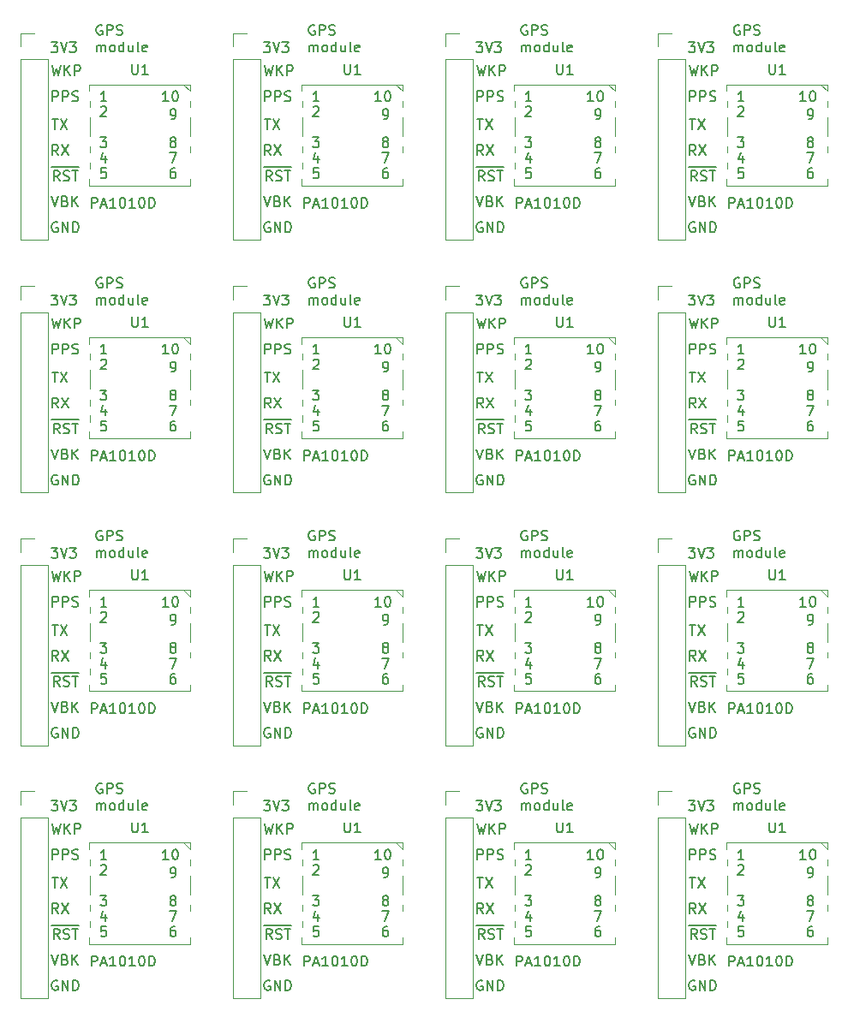
<source format=gbr>
G04 #@! TF.GenerationSoftware,KiCad,Pcbnew,(5.1.5-0-10_14)*
G04 #@! TF.CreationDate,2019-12-02T16:33:46+08:00*
G04 #@! TF.ProjectId,pa1010d-breakout-panelized,70613130-3130-4642-9d62-7265616b6f75,V1.0*
G04 #@! TF.SameCoordinates,Original*
G04 #@! TF.FileFunction,Legend,Top*
G04 #@! TF.FilePolarity,Positive*
%FSLAX46Y46*%
G04 Gerber Fmt 4.6, Leading zero omitted, Abs format (unit mm)*
G04 Created by KiCad (PCBNEW (5.1.5-0-10_14)) date 2019-12-02 16:33:46*
%MOMM*%
%LPD*%
G04 APERTURE LIST*
%ADD10C,0.150000*%
%ADD11C,0.120000*%
G04 APERTURE END LIST*
D10*
X180050857Y-124810000D02*
X181050857Y-124810000D01*
X180860380Y-126177380D02*
X180527047Y-125701190D01*
X180288952Y-126177380D02*
X180288952Y-125177380D01*
X180669904Y-125177380D01*
X180765142Y-125225000D01*
X180812761Y-125272619D01*
X180860380Y-125367857D01*
X180860380Y-125510714D01*
X180812761Y-125605952D01*
X180765142Y-125653571D01*
X180669904Y-125701190D01*
X180288952Y-125701190D01*
X181050857Y-124810000D02*
X182003238Y-124810000D01*
X181241333Y-126129761D02*
X181384190Y-126177380D01*
X181622285Y-126177380D01*
X181717523Y-126129761D01*
X181765142Y-126082142D01*
X181812761Y-125986904D01*
X181812761Y-125891666D01*
X181765142Y-125796428D01*
X181717523Y-125748809D01*
X181622285Y-125701190D01*
X181431809Y-125653571D01*
X181336571Y-125605952D01*
X181288952Y-125558333D01*
X181241333Y-125463095D01*
X181241333Y-125367857D01*
X181288952Y-125272619D01*
X181336571Y-125225000D01*
X181431809Y-125177380D01*
X181669904Y-125177380D01*
X181812761Y-125225000D01*
X182003238Y-124810000D02*
X182765142Y-124810000D01*
X182098476Y-125177380D02*
X182669904Y-125177380D01*
X182384190Y-126177380D02*
X182384190Y-125177380D01*
X159050857Y-124810000D02*
X160050857Y-124810000D01*
X159860380Y-126177380D02*
X159527047Y-125701190D01*
X159288952Y-126177380D02*
X159288952Y-125177380D01*
X159669904Y-125177380D01*
X159765142Y-125225000D01*
X159812761Y-125272619D01*
X159860380Y-125367857D01*
X159860380Y-125510714D01*
X159812761Y-125605952D01*
X159765142Y-125653571D01*
X159669904Y-125701190D01*
X159288952Y-125701190D01*
X160050857Y-124810000D02*
X161003238Y-124810000D01*
X160241333Y-126129761D02*
X160384190Y-126177380D01*
X160622285Y-126177380D01*
X160717523Y-126129761D01*
X160765142Y-126082142D01*
X160812761Y-125986904D01*
X160812761Y-125891666D01*
X160765142Y-125796428D01*
X160717523Y-125748809D01*
X160622285Y-125701190D01*
X160431809Y-125653571D01*
X160336571Y-125605952D01*
X160288952Y-125558333D01*
X160241333Y-125463095D01*
X160241333Y-125367857D01*
X160288952Y-125272619D01*
X160336571Y-125225000D01*
X160431809Y-125177380D01*
X160669904Y-125177380D01*
X160812761Y-125225000D01*
X161003238Y-124810000D02*
X161765142Y-124810000D01*
X161098476Y-125177380D02*
X161669904Y-125177380D01*
X161384190Y-126177380D02*
X161384190Y-125177380D01*
X138050857Y-124810000D02*
X139050857Y-124810000D01*
X138860380Y-126177380D02*
X138527047Y-125701190D01*
X138288952Y-126177380D02*
X138288952Y-125177380D01*
X138669904Y-125177380D01*
X138765142Y-125225000D01*
X138812761Y-125272619D01*
X138860380Y-125367857D01*
X138860380Y-125510714D01*
X138812761Y-125605952D01*
X138765142Y-125653571D01*
X138669904Y-125701190D01*
X138288952Y-125701190D01*
X139050857Y-124810000D02*
X140003238Y-124810000D01*
X139241333Y-126129761D02*
X139384190Y-126177380D01*
X139622285Y-126177380D01*
X139717523Y-126129761D01*
X139765142Y-126082142D01*
X139812761Y-125986904D01*
X139812761Y-125891666D01*
X139765142Y-125796428D01*
X139717523Y-125748809D01*
X139622285Y-125701190D01*
X139431809Y-125653571D01*
X139336571Y-125605952D01*
X139288952Y-125558333D01*
X139241333Y-125463095D01*
X139241333Y-125367857D01*
X139288952Y-125272619D01*
X139336571Y-125225000D01*
X139431809Y-125177380D01*
X139669904Y-125177380D01*
X139812761Y-125225000D01*
X140003238Y-124810000D02*
X140765142Y-124810000D01*
X140098476Y-125177380D02*
X140669904Y-125177380D01*
X140384190Y-126177380D02*
X140384190Y-125177380D01*
X117050857Y-124810000D02*
X118050857Y-124810000D01*
X117860380Y-126177380D02*
X117527047Y-125701190D01*
X117288952Y-126177380D02*
X117288952Y-125177380D01*
X117669904Y-125177380D01*
X117765142Y-125225000D01*
X117812761Y-125272619D01*
X117860380Y-125367857D01*
X117860380Y-125510714D01*
X117812761Y-125605952D01*
X117765142Y-125653571D01*
X117669904Y-125701190D01*
X117288952Y-125701190D01*
X118050857Y-124810000D02*
X119003238Y-124810000D01*
X118241333Y-126129761D02*
X118384190Y-126177380D01*
X118622285Y-126177380D01*
X118717523Y-126129761D01*
X118765142Y-126082142D01*
X118812761Y-125986904D01*
X118812761Y-125891666D01*
X118765142Y-125796428D01*
X118717523Y-125748809D01*
X118622285Y-125701190D01*
X118431809Y-125653571D01*
X118336571Y-125605952D01*
X118288952Y-125558333D01*
X118241333Y-125463095D01*
X118241333Y-125367857D01*
X118288952Y-125272619D01*
X118336571Y-125225000D01*
X118431809Y-125177380D01*
X118669904Y-125177380D01*
X118812761Y-125225000D01*
X119003238Y-124810000D02*
X119765142Y-124810000D01*
X119098476Y-125177380D02*
X119669904Y-125177380D01*
X119384190Y-126177380D02*
X119384190Y-125177380D01*
X180050857Y-99810000D02*
X181050857Y-99810000D01*
X180860380Y-101177380D02*
X180527047Y-100701190D01*
X180288952Y-101177380D02*
X180288952Y-100177380D01*
X180669904Y-100177380D01*
X180765142Y-100225000D01*
X180812761Y-100272619D01*
X180860380Y-100367857D01*
X180860380Y-100510714D01*
X180812761Y-100605952D01*
X180765142Y-100653571D01*
X180669904Y-100701190D01*
X180288952Y-100701190D01*
X181050857Y-99810000D02*
X182003238Y-99810000D01*
X181241333Y-101129761D02*
X181384190Y-101177380D01*
X181622285Y-101177380D01*
X181717523Y-101129761D01*
X181765142Y-101082142D01*
X181812761Y-100986904D01*
X181812761Y-100891666D01*
X181765142Y-100796428D01*
X181717523Y-100748809D01*
X181622285Y-100701190D01*
X181431809Y-100653571D01*
X181336571Y-100605952D01*
X181288952Y-100558333D01*
X181241333Y-100463095D01*
X181241333Y-100367857D01*
X181288952Y-100272619D01*
X181336571Y-100225000D01*
X181431809Y-100177380D01*
X181669904Y-100177380D01*
X181812761Y-100225000D01*
X182003238Y-99810000D02*
X182765142Y-99810000D01*
X182098476Y-100177380D02*
X182669904Y-100177380D01*
X182384190Y-101177380D02*
X182384190Y-100177380D01*
X159050857Y-99810000D02*
X160050857Y-99810000D01*
X159860380Y-101177380D02*
X159527047Y-100701190D01*
X159288952Y-101177380D02*
X159288952Y-100177380D01*
X159669904Y-100177380D01*
X159765142Y-100225000D01*
X159812761Y-100272619D01*
X159860380Y-100367857D01*
X159860380Y-100510714D01*
X159812761Y-100605952D01*
X159765142Y-100653571D01*
X159669904Y-100701190D01*
X159288952Y-100701190D01*
X160050857Y-99810000D02*
X161003238Y-99810000D01*
X160241333Y-101129761D02*
X160384190Y-101177380D01*
X160622285Y-101177380D01*
X160717523Y-101129761D01*
X160765142Y-101082142D01*
X160812761Y-100986904D01*
X160812761Y-100891666D01*
X160765142Y-100796428D01*
X160717523Y-100748809D01*
X160622285Y-100701190D01*
X160431809Y-100653571D01*
X160336571Y-100605952D01*
X160288952Y-100558333D01*
X160241333Y-100463095D01*
X160241333Y-100367857D01*
X160288952Y-100272619D01*
X160336571Y-100225000D01*
X160431809Y-100177380D01*
X160669904Y-100177380D01*
X160812761Y-100225000D01*
X161003238Y-99810000D02*
X161765142Y-99810000D01*
X161098476Y-100177380D02*
X161669904Y-100177380D01*
X161384190Y-101177380D02*
X161384190Y-100177380D01*
X138050857Y-99810000D02*
X139050857Y-99810000D01*
X138860380Y-101177380D02*
X138527047Y-100701190D01*
X138288952Y-101177380D02*
X138288952Y-100177380D01*
X138669904Y-100177380D01*
X138765142Y-100225000D01*
X138812761Y-100272619D01*
X138860380Y-100367857D01*
X138860380Y-100510714D01*
X138812761Y-100605952D01*
X138765142Y-100653571D01*
X138669904Y-100701190D01*
X138288952Y-100701190D01*
X139050857Y-99810000D02*
X140003238Y-99810000D01*
X139241333Y-101129761D02*
X139384190Y-101177380D01*
X139622285Y-101177380D01*
X139717523Y-101129761D01*
X139765142Y-101082142D01*
X139812761Y-100986904D01*
X139812761Y-100891666D01*
X139765142Y-100796428D01*
X139717523Y-100748809D01*
X139622285Y-100701190D01*
X139431809Y-100653571D01*
X139336571Y-100605952D01*
X139288952Y-100558333D01*
X139241333Y-100463095D01*
X139241333Y-100367857D01*
X139288952Y-100272619D01*
X139336571Y-100225000D01*
X139431809Y-100177380D01*
X139669904Y-100177380D01*
X139812761Y-100225000D01*
X140003238Y-99810000D02*
X140765142Y-99810000D01*
X140098476Y-100177380D02*
X140669904Y-100177380D01*
X140384190Y-101177380D02*
X140384190Y-100177380D01*
X117050857Y-99810000D02*
X118050857Y-99810000D01*
X117860380Y-101177380D02*
X117527047Y-100701190D01*
X117288952Y-101177380D02*
X117288952Y-100177380D01*
X117669904Y-100177380D01*
X117765142Y-100225000D01*
X117812761Y-100272619D01*
X117860380Y-100367857D01*
X117860380Y-100510714D01*
X117812761Y-100605952D01*
X117765142Y-100653571D01*
X117669904Y-100701190D01*
X117288952Y-100701190D01*
X118050857Y-99810000D02*
X119003238Y-99810000D01*
X118241333Y-101129761D02*
X118384190Y-101177380D01*
X118622285Y-101177380D01*
X118717523Y-101129761D01*
X118765142Y-101082142D01*
X118812761Y-100986904D01*
X118812761Y-100891666D01*
X118765142Y-100796428D01*
X118717523Y-100748809D01*
X118622285Y-100701190D01*
X118431809Y-100653571D01*
X118336571Y-100605952D01*
X118288952Y-100558333D01*
X118241333Y-100463095D01*
X118241333Y-100367857D01*
X118288952Y-100272619D01*
X118336571Y-100225000D01*
X118431809Y-100177380D01*
X118669904Y-100177380D01*
X118812761Y-100225000D01*
X119003238Y-99810000D02*
X119765142Y-99810000D01*
X119098476Y-100177380D02*
X119669904Y-100177380D01*
X119384190Y-101177380D02*
X119384190Y-100177380D01*
X180050857Y-74810000D02*
X181050857Y-74810000D01*
X180860380Y-76177380D02*
X180527047Y-75701190D01*
X180288952Y-76177380D02*
X180288952Y-75177380D01*
X180669904Y-75177380D01*
X180765142Y-75225000D01*
X180812761Y-75272619D01*
X180860380Y-75367857D01*
X180860380Y-75510714D01*
X180812761Y-75605952D01*
X180765142Y-75653571D01*
X180669904Y-75701190D01*
X180288952Y-75701190D01*
X181050857Y-74810000D02*
X182003238Y-74810000D01*
X181241333Y-76129761D02*
X181384190Y-76177380D01*
X181622285Y-76177380D01*
X181717523Y-76129761D01*
X181765142Y-76082142D01*
X181812761Y-75986904D01*
X181812761Y-75891666D01*
X181765142Y-75796428D01*
X181717523Y-75748809D01*
X181622285Y-75701190D01*
X181431809Y-75653571D01*
X181336571Y-75605952D01*
X181288952Y-75558333D01*
X181241333Y-75463095D01*
X181241333Y-75367857D01*
X181288952Y-75272619D01*
X181336571Y-75225000D01*
X181431809Y-75177380D01*
X181669904Y-75177380D01*
X181812761Y-75225000D01*
X182003238Y-74810000D02*
X182765142Y-74810000D01*
X182098476Y-75177380D02*
X182669904Y-75177380D01*
X182384190Y-76177380D02*
X182384190Y-75177380D01*
X159050857Y-74810000D02*
X160050857Y-74810000D01*
X159860380Y-76177380D02*
X159527047Y-75701190D01*
X159288952Y-76177380D02*
X159288952Y-75177380D01*
X159669904Y-75177380D01*
X159765142Y-75225000D01*
X159812761Y-75272619D01*
X159860380Y-75367857D01*
X159860380Y-75510714D01*
X159812761Y-75605952D01*
X159765142Y-75653571D01*
X159669904Y-75701190D01*
X159288952Y-75701190D01*
X160050857Y-74810000D02*
X161003238Y-74810000D01*
X160241333Y-76129761D02*
X160384190Y-76177380D01*
X160622285Y-76177380D01*
X160717523Y-76129761D01*
X160765142Y-76082142D01*
X160812761Y-75986904D01*
X160812761Y-75891666D01*
X160765142Y-75796428D01*
X160717523Y-75748809D01*
X160622285Y-75701190D01*
X160431809Y-75653571D01*
X160336571Y-75605952D01*
X160288952Y-75558333D01*
X160241333Y-75463095D01*
X160241333Y-75367857D01*
X160288952Y-75272619D01*
X160336571Y-75225000D01*
X160431809Y-75177380D01*
X160669904Y-75177380D01*
X160812761Y-75225000D01*
X161003238Y-74810000D02*
X161765142Y-74810000D01*
X161098476Y-75177380D02*
X161669904Y-75177380D01*
X161384190Y-76177380D02*
X161384190Y-75177380D01*
X138050857Y-74810000D02*
X139050857Y-74810000D01*
X138860380Y-76177380D02*
X138527047Y-75701190D01*
X138288952Y-76177380D02*
X138288952Y-75177380D01*
X138669904Y-75177380D01*
X138765142Y-75225000D01*
X138812761Y-75272619D01*
X138860380Y-75367857D01*
X138860380Y-75510714D01*
X138812761Y-75605952D01*
X138765142Y-75653571D01*
X138669904Y-75701190D01*
X138288952Y-75701190D01*
X139050857Y-74810000D02*
X140003238Y-74810000D01*
X139241333Y-76129761D02*
X139384190Y-76177380D01*
X139622285Y-76177380D01*
X139717523Y-76129761D01*
X139765142Y-76082142D01*
X139812761Y-75986904D01*
X139812761Y-75891666D01*
X139765142Y-75796428D01*
X139717523Y-75748809D01*
X139622285Y-75701190D01*
X139431809Y-75653571D01*
X139336571Y-75605952D01*
X139288952Y-75558333D01*
X139241333Y-75463095D01*
X139241333Y-75367857D01*
X139288952Y-75272619D01*
X139336571Y-75225000D01*
X139431809Y-75177380D01*
X139669904Y-75177380D01*
X139812761Y-75225000D01*
X140003238Y-74810000D02*
X140765142Y-74810000D01*
X140098476Y-75177380D02*
X140669904Y-75177380D01*
X140384190Y-76177380D02*
X140384190Y-75177380D01*
X117050857Y-74810000D02*
X118050857Y-74810000D01*
X117860380Y-76177380D02*
X117527047Y-75701190D01*
X117288952Y-76177380D02*
X117288952Y-75177380D01*
X117669904Y-75177380D01*
X117765142Y-75225000D01*
X117812761Y-75272619D01*
X117860380Y-75367857D01*
X117860380Y-75510714D01*
X117812761Y-75605952D01*
X117765142Y-75653571D01*
X117669904Y-75701190D01*
X117288952Y-75701190D01*
X118050857Y-74810000D02*
X119003238Y-74810000D01*
X118241333Y-76129761D02*
X118384190Y-76177380D01*
X118622285Y-76177380D01*
X118717523Y-76129761D01*
X118765142Y-76082142D01*
X118812761Y-75986904D01*
X118812761Y-75891666D01*
X118765142Y-75796428D01*
X118717523Y-75748809D01*
X118622285Y-75701190D01*
X118431809Y-75653571D01*
X118336571Y-75605952D01*
X118288952Y-75558333D01*
X118241333Y-75463095D01*
X118241333Y-75367857D01*
X118288952Y-75272619D01*
X118336571Y-75225000D01*
X118431809Y-75177380D01*
X118669904Y-75177380D01*
X118812761Y-75225000D01*
X119003238Y-74810000D02*
X119765142Y-74810000D01*
X119098476Y-75177380D02*
X119669904Y-75177380D01*
X119384190Y-76177380D02*
X119384190Y-75177380D01*
X180050857Y-49810000D02*
X181050857Y-49810000D01*
X180860380Y-51177380D02*
X180527047Y-50701190D01*
X180288952Y-51177380D02*
X180288952Y-50177380D01*
X180669904Y-50177380D01*
X180765142Y-50225000D01*
X180812761Y-50272619D01*
X180860380Y-50367857D01*
X180860380Y-50510714D01*
X180812761Y-50605952D01*
X180765142Y-50653571D01*
X180669904Y-50701190D01*
X180288952Y-50701190D01*
X181050857Y-49810000D02*
X182003238Y-49810000D01*
X181241333Y-51129761D02*
X181384190Y-51177380D01*
X181622285Y-51177380D01*
X181717523Y-51129761D01*
X181765142Y-51082142D01*
X181812761Y-50986904D01*
X181812761Y-50891666D01*
X181765142Y-50796428D01*
X181717523Y-50748809D01*
X181622285Y-50701190D01*
X181431809Y-50653571D01*
X181336571Y-50605952D01*
X181288952Y-50558333D01*
X181241333Y-50463095D01*
X181241333Y-50367857D01*
X181288952Y-50272619D01*
X181336571Y-50225000D01*
X181431809Y-50177380D01*
X181669904Y-50177380D01*
X181812761Y-50225000D01*
X182003238Y-49810000D02*
X182765142Y-49810000D01*
X182098476Y-50177380D02*
X182669904Y-50177380D01*
X182384190Y-51177380D02*
X182384190Y-50177380D01*
X159050857Y-49810000D02*
X160050857Y-49810000D01*
X159860380Y-51177380D02*
X159527047Y-50701190D01*
X159288952Y-51177380D02*
X159288952Y-50177380D01*
X159669904Y-50177380D01*
X159765142Y-50225000D01*
X159812761Y-50272619D01*
X159860380Y-50367857D01*
X159860380Y-50510714D01*
X159812761Y-50605952D01*
X159765142Y-50653571D01*
X159669904Y-50701190D01*
X159288952Y-50701190D01*
X160050857Y-49810000D02*
X161003238Y-49810000D01*
X160241333Y-51129761D02*
X160384190Y-51177380D01*
X160622285Y-51177380D01*
X160717523Y-51129761D01*
X160765142Y-51082142D01*
X160812761Y-50986904D01*
X160812761Y-50891666D01*
X160765142Y-50796428D01*
X160717523Y-50748809D01*
X160622285Y-50701190D01*
X160431809Y-50653571D01*
X160336571Y-50605952D01*
X160288952Y-50558333D01*
X160241333Y-50463095D01*
X160241333Y-50367857D01*
X160288952Y-50272619D01*
X160336571Y-50225000D01*
X160431809Y-50177380D01*
X160669904Y-50177380D01*
X160812761Y-50225000D01*
X161003238Y-49810000D02*
X161765142Y-49810000D01*
X161098476Y-50177380D02*
X161669904Y-50177380D01*
X161384190Y-51177380D02*
X161384190Y-50177380D01*
X138050857Y-49810000D02*
X139050857Y-49810000D01*
X138860380Y-51177380D02*
X138527047Y-50701190D01*
X138288952Y-51177380D02*
X138288952Y-50177380D01*
X138669904Y-50177380D01*
X138765142Y-50225000D01*
X138812761Y-50272619D01*
X138860380Y-50367857D01*
X138860380Y-50510714D01*
X138812761Y-50605952D01*
X138765142Y-50653571D01*
X138669904Y-50701190D01*
X138288952Y-50701190D01*
X139050857Y-49810000D02*
X140003238Y-49810000D01*
X139241333Y-51129761D02*
X139384190Y-51177380D01*
X139622285Y-51177380D01*
X139717523Y-51129761D01*
X139765142Y-51082142D01*
X139812761Y-50986904D01*
X139812761Y-50891666D01*
X139765142Y-50796428D01*
X139717523Y-50748809D01*
X139622285Y-50701190D01*
X139431809Y-50653571D01*
X139336571Y-50605952D01*
X139288952Y-50558333D01*
X139241333Y-50463095D01*
X139241333Y-50367857D01*
X139288952Y-50272619D01*
X139336571Y-50225000D01*
X139431809Y-50177380D01*
X139669904Y-50177380D01*
X139812761Y-50225000D01*
X140003238Y-49810000D02*
X140765142Y-49810000D01*
X140098476Y-50177380D02*
X140669904Y-50177380D01*
X140384190Y-51177380D02*
X140384190Y-50177380D01*
X180074666Y-127717380D02*
X180408000Y-128717380D01*
X180741333Y-127717380D01*
X181408000Y-128193571D02*
X181550857Y-128241190D01*
X181598476Y-128288809D01*
X181646095Y-128384047D01*
X181646095Y-128526904D01*
X181598476Y-128622142D01*
X181550857Y-128669761D01*
X181455619Y-128717380D01*
X181074666Y-128717380D01*
X181074666Y-127717380D01*
X181408000Y-127717380D01*
X181503238Y-127765000D01*
X181550857Y-127812619D01*
X181598476Y-127907857D01*
X181598476Y-128003095D01*
X181550857Y-128098333D01*
X181503238Y-128145952D01*
X181408000Y-128193571D01*
X181074666Y-128193571D01*
X182074666Y-128717380D02*
X182074666Y-127717380D01*
X182646095Y-128717380D02*
X182217523Y-128145952D01*
X182646095Y-127717380D02*
X182074666Y-128288809D01*
X159074666Y-127717380D02*
X159408000Y-128717380D01*
X159741333Y-127717380D01*
X160408000Y-128193571D02*
X160550857Y-128241190D01*
X160598476Y-128288809D01*
X160646095Y-128384047D01*
X160646095Y-128526904D01*
X160598476Y-128622142D01*
X160550857Y-128669761D01*
X160455619Y-128717380D01*
X160074666Y-128717380D01*
X160074666Y-127717380D01*
X160408000Y-127717380D01*
X160503238Y-127765000D01*
X160550857Y-127812619D01*
X160598476Y-127907857D01*
X160598476Y-128003095D01*
X160550857Y-128098333D01*
X160503238Y-128145952D01*
X160408000Y-128193571D01*
X160074666Y-128193571D01*
X161074666Y-128717380D02*
X161074666Y-127717380D01*
X161646095Y-128717380D02*
X161217523Y-128145952D01*
X161646095Y-127717380D02*
X161074666Y-128288809D01*
X138074666Y-127717380D02*
X138408000Y-128717380D01*
X138741333Y-127717380D01*
X139408000Y-128193571D02*
X139550857Y-128241190D01*
X139598476Y-128288809D01*
X139646095Y-128384047D01*
X139646095Y-128526904D01*
X139598476Y-128622142D01*
X139550857Y-128669761D01*
X139455619Y-128717380D01*
X139074666Y-128717380D01*
X139074666Y-127717380D01*
X139408000Y-127717380D01*
X139503238Y-127765000D01*
X139550857Y-127812619D01*
X139598476Y-127907857D01*
X139598476Y-128003095D01*
X139550857Y-128098333D01*
X139503238Y-128145952D01*
X139408000Y-128193571D01*
X139074666Y-128193571D01*
X140074666Y-128717380D02*
X140074666Y-127717380D01*
X140646095Y-128717380D02*
X140217523Y-128145952D01*
X140646095Y-127717380D02*
X140074666Y-128288809D01*
X117074666Y-127717380D02*
X117408000Y-128717380D01*
X117741333Y-127717380D01*
X118408000Y-128193571D02*
X118550857Y-128241190D01*
X118598476Y-128288809D01*
X118646095Y-128384047D01*
X118646095Y-128526904D01*
X118598476Y-128622142D01*
X118550857Y-128669761D01*
X118455619Y-128717380D01*
X118074666Y-128717380D01*
X118074666Y-127717380D01*
X118408000Y-127717380D01*
X118503238Y-127765000D01*
X118550857Y-127812619D01*
X118598476Y-127907857D01*
X118598476Y-128003095D01*
X118550857Y-128098333D01*
X118503238Y-128145952D01*
X118408000Y-128193571D01*
X118074666Y-128193571D01*
X119074666Y-128717380D02*
X119074666Y-127717380D01*
X119646095Y-128717380D02*
X119217523Y-128145952D01*
X119646095Y-127717380D02*
X119074666Y-128288809D01*
X180074666Y-102717380D02*
X180408000Y-103717380D01*
X180741333Y-102717380D01*
X181408000Y-103193571D02*
X181550857Y-103241190D01*
X181598476Y-103288809D01*
X181646095Y-103384047D01*
X181646095Y-103526904D01*
X181598476Y-103622142D01*
X181550857Y-103669761D01*
X181455619Y-103717380D01*
X181074666Y-103717380D01*
X181074666Y-102717380D01*
X181408000Y-102717380D01*
X181503238Y-102765000D01*
X181550857Y-102812619D01*
X181598476Y-102907857D01*
X181598476Y-103003095D01*
X181550857Y-103098333D01*
X181503238Y-103145952D01*
X181408000Y-103193571D01*
X181074666Y-103193571D01*
X182074666Y-103717380D02*
X182074666Y-102717380D01*
X182646095Y-103717380D02*
X182217523Y-103145952D01*
X182646095Y-102717380D02*
X182074666Y-103288809D01*
X159074666Y-102717380D02*
X159408000Y-103717380D01*
X159741333Y-102717380D01*
X160408000Y-103193571D02*
X160550857Y-103241190D01*
X160598476Y-103288809D01*
X160646095Y-103384047D01*
X160646095Y-103526904D01*
X160598476Y-103622142D01*
X160550857Y-103669761D01*
X160455619Y-103717380D01*
X160074666Y-103717380D01*
X160074666Y-102717380D01*
X160408000Y-102717380D01*
X160503238Y-102765000D01*
X160550857Y-102812619D01*
X160598476Y-102907857D01*
X160598476Y-103003095D01*
X160550857Y-103098333D01*
X160503238Y-103145952D01*
X160408000Y-103193571D01*
X160074666Y-103193571D01*
X161074666Y-103717380D02*
X161074666Y-102717380D01*
X161646095Y-103717380D02*
X161217523Y-103145952D01*
X161646095Y-102717380D02*
X161074666Y-103288809D01*
X138074666Y-102717380D02*
X138408000Y-103717380D01*
X138741333Y-102717380D01*
X139408000Y-103193571D02*
X139550857Y-103241190D01*
X139598476Y-103288809D01*
X139646095Y-103384047D01*
X139646095Y-103526904D01*
X139598476Y-103622142D01*
X139550857Y-103669761D01*
X139455619Y-103717380D01*
X139074666Y-103717380D01*
X139074666Y-102717380D01*
X139408000Y-102717380D01*
X139503238Y-102765000D01*
X139550857Y-102812619D01*
X139598476Y-102907857D01*
X139598476Y-103003095D01*
X139550857Y-103098333D01*
X139503238Y-103145952D01*
X139408000Y-103193571D01*
X139074666Y-103193571D01*
X140074666Y-103717380D02*
X140074666Y-102717380D01*
X140646095Y-103717380D02*
X140217523Y-103145952D01*
X140646095Y-102717380D02*
X140074666Y-103288809D01*
X117074666Y-102717380D02*
X117408000Y-103717380D01*
X117741333Y-102717380D01*
X118408000Y-103193571D02*
X118550857Y-103241190D01*
X118598476Y-103288809D01*
X118646095Y-103384047D01*
X118646095Y-103526904D01*
X118598476Y-103622142D01*
X118550857Y-103669761D01*
X118455619Y-103717380D01*
X118074666Y-103717380D01*
X118074666Y-102717380D01*
X118408000Y-102717380D01*
X118503238Y-102765000D01*
X118550857Y-102812619D01*
X118598476Y-102907857D01*
X118598476Y-103003095D01*
X118550857Y-103098333D01*
X118503238Y-103145952D01*
X118408000Y-103193571D01*
X118074666Y-103193571D01*
X119074666Y-103717380D02*
X119074666Y-102717380D01*
X119646095Y-103717380D02*
X119217523Y-103145952D01*
X119646095Y-102717380D02*
X119074666Y-103288809D01*
X180074666Y-77717380D02*
X180408000Y-78717380D01*
X180741333Y-77717380D01*
X181408000Y-78193571D02*
X181550857Y-78241190D01*
X181598476Y-78288809D01*
X181646095Y-78384047D01*
X181646095Y-78526904D01*
X181598476Y-78622142D01*
X181550857Y-78669761D01*
X181455619Y-78717380D01*
X181074666Y-78717380D01*
X181074666Y-77717380D01*
X181408000Y-77717380D01*
X181503238Y-77765000D01*
X181550857Y-77812619D01*
X181598476Y-77907857D01*
X181598476Y-78003095D01*
X181550857Y-78098333D01*
X181503238Y-78145952D01*
X181408000Y-78193571D01*
X181074666Y-78193571D01*
X182074666Y-78717380D02*
X182074666Y-77717380D01*
X182646095Y-78717380D02*
X182217523Y-78145952D01*
X182646095Y-77717380D02*
X182074666Y-78288809D01*
X159074666Y-77717380D02*
X159408000Y-78717380D01*
X159741333Y-77717380D01*
X160408000Y-78193571D02*
X160550857Y-78241190D01*
X160598476Y-78288809D01*
X160646095Y-78384047D01*
X160646095Y-78526904D01*
X160598476Y-78622142D01*
X160550857Y-78669761D01*
X160455619Y-78717380D01*
X160074666Y-78717380D01*
X160074666Y-77717380D01*
X160408000Y-77717380D01*
X160503238Y-77765000D01*
X160550857Y-77812619D01*
X160598476Y-77907857D01*
X160598476Y-78003095D01*
X160550857Y-78098333D01*
X160503238Y-78145952D01*
X160408000Y-78193571D01*
X160074666Y-78193571D01*
X161074666Y-78717380D02*
X161074666Y-77717380D01*
X161646095Y-78717380D02*
X161217523Y-78145952D01*
X161646095Y-77717380D02*
X161074666Y-78288809D01*
X138074666Y-77717380D02*
X138408000Y-78717380D01*
X138741333Y-77717380D01*
X139408000Y-78193571D02*
X139550857Y-78241190D01*
X139598476Y-78288809D01*
X139646095Y-78384047D01*
X139646095Y-78526904D01*
X139598476Y-78622142D01*
X139550857Y-78669761D01*
X139455619Y-78717380D01*
X139074666Y-78717380D01*
X139074666Y-77717380D01*
X139408000Y-77717380D01*
X139503238Y-77765000D01*
X139550857Y-77812619D01*
X139598476Y-77907857D01*
X139598476Y-78003095D01*
X139550857Y-78098333D01*
X139503238Y-78145952D01*
X139408000Y-78193571D01*
X139074666Y-78193571D01*
X140074666Y-78717380D02*
X140074666Y-77717380D01*
X140646095Y-78717380D02*
X140217523Y-78145952D01*
X140646095Y-77717380D02*
X140074666Y-78288809D01*
X117074666Y-77717380D02*
X117408000Y-78717380D01*
X117741333Y-77717380D01*
X118408000Y-78193571D02*
X118550857Y-78241190D01*
X118598476Y-78288809D01*
X118646095Y-78384047D01*
X118646095Y-78526904D01*
X118598476Y-78622142D01*
X118550857Y-78669761D01*
X118455619Y-78717380D01*
X118074666Y-78717380D01*
X118074666Y-77717380D01*
X118408000Y-77717380D01*
X118503238Y-77765000D01*
X118550857Y-77812619D01*
X118598476Y-77907857D01*
X118598476Y-78003095D01*
X118550857Y-78098333D01*
X118503238Y-78145952D01*
X118408000Y-78193571D01*
X118074666Y-78193571D01*
X119074666Y-78717380D02*
X119074666Y-77717380D01*
X119646095Y-78717380D02*
X119217523Y-78145952D01*
X119646095Y-77717380D02*
X119074666Y-78288809D01*
X180074666Y-52717380D02*
X180408000Y-53717380D01*
X180741333Y-52717380D01*
X181408000Y-53193571D02*
X181550857Y-53241190D01*
X181598476Y-53288809D01*
X181646095Y-53384047D01*
X181646095Y-53526904D01*
X181598476Y-53622142D01*
X181550857Y-53669761D01*
X181455619Y-53717380D01*
X181074666Y-53717380D01*
X181074666Y-52717380D01*
X181408000Y-52717380D01*
X181503238Y-52765000D01*
X181550857Y-52812619D01*
X181598476Y-52907857D01*
X181598476Y-53003095D01*
X181550857Y-53098333D01*
X181503238Y-53145952D01*
X181408000Y-53193571D01*
X181074666Y-53193571D01*
X182074666Y-53717380D02*
X182074666Y-52717380D01*
X182646095Y-53717380D02*
X182217523Y-53145952D01*
X182646095Y-52717380D02*
X182074666Y-53288809D01*
X159074666Y-52717380D02*
X159408000Y-53717380D01*
X159741333Y-52717380D01*
X160408000Y-53193571D02*
X160550857Y-53241190D01*
X160598476Y-53288809D01*
X160646095Y-53384047D01*
X160646095Y-53526904D01*
X160598476Y-53622142D01*
X160550857Y-53669761D01*
X160455619Y-53717380D01*
X160074666Y-53717380D01*
X160074666Y-52717380D01*
X160408000Y-52717380D01*
X160503238Y-52765000D01*
X160550857Y-52812619D01*
X160598476Y-52907857D01*
X160598476Y-53003095D01*
X160550857Y-53098333D01*
X160503238Y-53145952D01*
X160408000Y-53193571D01*
X160074666Y-53193571D01*
X161074666Y-53717380D02*
X161074666Y-52717380D01*
X161646095Y-53717380D02*
X161217523Y-53145952D01*
X161646095Y-52717380D02*
X161074666Y-53288809D01*
X138074666Y-52717380D02*
X138408000Y-53717380D01*
X138741333Y-52717380D01*
X139408000Y-53193571D02*
X139550857Y-53241190D01*
X139598476Y-53288809D01*
X139646095Y-53384047D01*
X139646095Y-53526904D01*
X139598476Y-53622142D01*
X139550857Y-53669761D01*
X139455619Y-53717380D01*
X139074666Y-53717380D01*
X139074666Y-52717380D01*
X139408000Y-52717380D01*
X139503238Y-52765000D01*
X139550857Y-52812619D01*
X139598476Y-52907857D01*
X139598476Y-53003095D01*
X139550857Y-53098333D01*
X139503238Y-53145952D01*
X139408000Y-53193571D01*
X139074666Y-53193571D01*
X140074666Y-53717380D02*
X140074666Y-52717380D01*
X140646095Y-53717380D02*
X140217523Y-53145952D01*
X140646095Y-52717380D02*
X140074666Y-53288809D01*
X180646095Y-130305000D02*
X180550857Y-130257380D01*
X180408000Y-130257380D01*
X180265142Y-130305000D01*
X180169904Y-130400238D01*
X180122285Y-130495476D01*
X180074666Y-130685952D01*
X180074666Y-130828809D01*
X180122285Y-131019285D01*
X180169904Y-131114523D01*
X180265142Y-131209761D01*
X180408000Y-131257380D01*
X180503238Y-131257380D01*
X180646095Y-131209761D01*
X180693714Y-131162142D01*
X180693714Y-130828809D01*
X180503238Y-130828809D01*
X181122285Y-131257380D02*
X181122285Y-130257380D01*
X181693714Y-131257380D01*
X181693714Y-130257380D01*
X182169904Y-131257380D02*
X182169904Y-130257380D01*
X182408000Y-130257380D01*
X182550857Y-130305000D01*
X182646095Y-130400238D01*
X182693714Y-130495476D01*
X182741333Y-130685952D01*
X182741333Y-130828809D01*
X182693714Y-131019285D01*
X182646095Y-131114523D01*
X182550857Y-131209761D01*
X182408000Y-131257380D01*
X182169904Y-131257380D01*
X159646095Y-130305000D02*
X159550857Y-130257380D01*
X159408000Y-130257380D01*
X159265142Y-130305000D01*
X159169904Y-130400238D01*
X159122285Y-130495476D01*
X159074666Y-130685952D01*
X159074666Y-130828809D01*
X159122285Y-131019285D01*
X159169904Y-131114523D01*
X159265142Y-131209761D01*
X159408000Y-131257380D01*
X159503238Y-131257380D01*
X159646095Y-131209761D01*
X159693714Y-131162142D01*
X159693714Y-130828809D01*
X159503238Y-130828809D01*
X160122285Y-131257380D02*
X160122285Y-130257380D01*
X160693714Y-131257380D01*
X160693714Y-130257380D01*
X161169904Y-131257380D02*
X161169904Y-130257380D01*
X161408000Y-130257380D01*
X161550857Y-130305000D01*
X161646095Y-130400238D01*
X161693714Y-130495476D01*
X161741333Y-130685952D01*
X161741333Y-130828809D01*
X161693714Y-131019285D01*
X161646095Y-131114523D01*
X161550857Y-131209761D01*
X161408000Y-131257380D01*
X161169904Y-131257380D01*
X138646095Y-130305000D02*
X138550857Y-130257380D01*
X138408000Y-130257380D01*
X138265142Y-130305000D01*
X138169904Y-130400238D01*
X138122285Y-130495476D01*
X138074666Y-130685952D01*
X138074666Y-130828809D01*
X138122285Y-131019285D01*
X138169904Y-131114523D01*
X138265142Y-131209761D01*
X138408000Y-131257380D01*
X138503238Y-131257380D01*
X138646095Y-131209761D01*
X138693714Y-131162142D01*
X138693714Y-130828809D01*
X138503238Y-130828809D01*
X139122285Y-131257380D02*
X139122285Y-130257380D01*
X139693714Y-131257380D01*
X139693714Y-130257380D01*
X140169904Y-131257380D02*
X140169904Y-130257380D01*
X140408000Y-130257380D01*
X140550857Y-130305000D01*
X140646095Y-130400238D01*
X140693714Y-130495476D01*
X140741333Y-130685952D01*
X140741333Y-130828809D01*
X140693714Y-131019285D01*
X140646095Y-131114523D01*
X140550857Y-131209761D01*
X140408000Y-131257380D01*
X140169904Y-131257380D01*
X117646095Y-130305000D02*
X117550857Y-130257380D01*
X117408000Y-130257380D01*
X117265142Y-130305000D01*
X117169904Y-130400238D01*
X117122285Y-130495476D01*
X117074666Y-130685952D01*
X117074666Y-130828809D01*
X117122285Y-131019285D01*
X117169904Y-131114523D01*
X117265142Y-131209761D01*
X117408000Y-131257380D01*
X117503238Y-131257380D01*
X117646095Y-131209761D01*
X117693714Y-131162142D01*
X117693714Y-130828809D01*
X117503238Y-130828809D01*
X118122285Y-131257380D02*
X118122285Y-130257380D01*
X118693714Y-131257380D01*
X118693714Y-130257380D01*
X119169904Y-131257380D02*
X119169904Y-130257380D01*
X119408000Y-130257380D01*
X119550857Y-130305000D01*
X119646095Y-130400238D01*
X119693714Y-130495476D01*
X119741333Y-130685952D01*
X119741333Y-130828809D01*
X119693714Y-131019285D01*
X119646095Y-131114523D01*
X119550857Y-131209761D01*
X119408000Y-131257380D01*
X119169904Y-131257380D01*
X180646095Y-105305000D02*
X180550857Y-105257380D01*
X180408000Y-105257380D01*
X180265142Y-105305000D01*
X180169904Y-105400238D01*
X180122285Y-105495476D01*
X180074666Y-105685952D01*
X180074666Y-105828809D01*
X180122285Y-106019285D01*
X180169904Y-106114523D01*
X180265142Y-106209761D01*
X180408000Y-106257380D01*
X180503238Y-106257380D01*
X180646095Y-106209761D01*
X180693714Y-106162142D01*
X180693714Y-105828809D01*
X180503238Y-105828809D01*
X181122285Y-106257380D02*
X181122285Y-105257380D01*
X181693714Y-106257380D01*
X181693714Y-105257380D01*
X182169904Y-106257380D02*
X182169904Y-105257380D01*
X182408000Y-105257380D01*
X182550857Y-105305000D01*
X182646095Y-105400238D01*
X182693714Y-105495476D01*
X182741333Y-105685952D01*
X182741333Y-105828809D01*
X182693714Y-106019285D01*
X182646095Y-106114523D01*
X182550857Y-106209761D01*
X182408000Y-106257380D01*
X182169904Y-106257380D01*
X159646095Y-105305000D02*
X159550857Y-105257380D01*
X159408000Y-105257380D01*
X159265142Y-105305000D01*
X159169904Y-105400238D01*
X159122285Y-105495476D01*
X159074666Y-105685952D01*
X159074666Y-105828809D01*
X159122285Y-106019285D01*
X159169904Y-106114523D01*
X159265142Y-106209761D01*
X159408000Y-106257380D01*
X159503238Y-106257380D01*
X159646095Y-106209761D01*
X159693714Y-106162142D01*
X159693714Y-105828809D01*
X159503238Y-105828809D01*
X160122285Y-106257380D02*
X160122285Y-105257380D01*
X160693714Y-106257380D01*
X160693714Y-105257380D01*
X161169904Y-106257380D02*
X161169904Y-105257380D01*
X161408000Y-105257380D01*
X161550857Y-105305000D01*
X161646095Y-105400238D01*
X161693714Y-105495476D01*
X161741333Y-105685952D01*
X161741333Y-105828809D01*
X161693714Y-106019285D01*
X161646095Y-106114523D01*
X161550857Y-106209761D01*
X161408000Y-106257380D01*
X161169904Y-106257380D01*
X138646095Y-105305000D02*
X138550857Y-105257380D01*
X138408000Y-105257380D01*
X138265142Y-105305000D01*
X138169904Y-105400238D01*
X138122285Y-105495476D01*
X138074666Y-105685952D01*
X138074666Y-105828809D01*
X138122285Y-106019285D01*
X138169904Y-106114523D01*
X138265142Y-106209761D01*
X138408000Y-106257380D01*
X138503238Y-106257380D01*
X138646095Y-106209761D01*
X138693714Y-106162142D01*
X138693714Y-105828809D01*
X138503238Y-105828809D01*
X139122285Y-106257380D02*
X139122285Y-105257380D01*
X139693714Y-106257380D01*
X139693714Y-105257380D01*
X140169904Y-106257380D02*
X140169904Y-105257380D01*
X140408000Y-105257380D01*
X140550857Y-105305000D01*
X140646095Y-105400238D01*
X140693714Y-105495476D01*
X140741333Y-105685952D01*
X140741333Y-105828809D01*
X140693714Y-106019285D01*
X140646095Y-106114523D01*
X140550857Y-106209761D01*
X140408000Y-106257380D01*
X140169904Y-106257380D01*
X117646095Y-105305000D02*
X117550857Y-105257380D01*
X117408000Y-105257380D01*
X117265142Y-105305000D01*
X117169904Y-105400238D01*
X117122285Y-105495476D01*
X117074666Y-105685952D01*
X117074666Y-105828809D01*
X117122285Y-106019285D01*
X117169904Y-106114523D01*
X117265142Y-106209761D01*
X117408000Y-106257380D01*
X117503238Y-106257380D01*
X117646095Y-106209761D01*
X117693714Y-106162142D01*
X117693714Y-105828809D01*
X117503238Y-105828809D01*
X118122285Y-106257380D02*
X118122285Y-105257380D01*
X118693714Y-106257380D01*
X118693714Y-105257380D01*
X119169904Y-106257380D02*
X119169904Y-105257380D01*
X119408000Y-105257380D01*
X119550857Y-105305000D01*
X119646095Y-105400238D01*
X119693714Y-105495476D01*
X119741333Y-105685952D01*
X119741333Y-105828809D01*
X119693714Y-106019285D01*
X119646095Y-106114523D01*
X119550857Y-106209761D01*
X119408000Y-106257380D01*
X119169904Y-106257380D01*
X180646095Y-80305000D02*
X180550857Y-80257380D01*
X180408000Y-80257380D01*
X180265142Y-80305000D01*
X180169904Y-80400238D01*
X180122285Y-80495476D01*
X180074666Y-80685952D01*
X180074666Y-80828809D01*
X180122285Y-81019285D01*
X180169904Y-81114523D01*
X180265142Y-81209761D01*
X180408000Y-81257380D01*
X180503238Y-81257380D01*
X180646095Y-81209761D01*
X180693714Y-81162142D01*
X180693714Y-80828809D01*
X180503238Y-80828809D01*
X181122285Y-81257380D02*
X181122285Y-80257380D01*
X181693714Y-81257380D01*
X181693714Y-80257380D01*
X182169904Y-81257380D02*
X182169904Y-80257380D01*
X182408000Y-80257380D01*
X182550857Y-80305000D01*
X182646095Y-80400238D01*
X182693714Y-80495476D01*
X182741333Y-80685952D01*
X182741333Y-80828809D01*
X182693714Y-81019285D01*
X182646095Y-81114523D01*
X182550857Y-81209761D01*
X182408000Y-81257380D01*
X182169904Y-81257380D01*
X159646095Y-80305000D02*
X159550857Y-80257380D01*
X159408000Y-80257380D01*
X159265142Y-80305000D01*
X159169904Y-80400238D01*
X159122285Y-80495476D01*
X159074666Y-80685952D01*
X159074666Y-80828809D01*
X159122285Y-81019285D01*
X159169904Y-81114523D01*
X159265142Y-81209761D01*
X159408000Y-81257380D01*
X159503238Y-81257380D01*
X159646095Y-81209761D01*
X159693714Y-81162142D01*
X159693714Y-80828809D01*
X159503238Y-80828809D01*
X160122285Y-81257380D02*
X160122285Y-80257380D01*
X160693714Y-81257380D01*
X160693714Y-80257380D01*
X161169904Y-81257380D02*
X161169904Y-80257380D01*
X161408000Y-80257380D01*
X161550857Y-80305000D01*
X161646095Y-80400238D01*
X161693714Y-80495476D01*
X161741333Y-80685952D01*
X161741333Y-80828809D01*
X161693714Y-81019285D01*
X161646095Y-81114523D01*
X161550857Y-81209761D01*
X161408000Y-81257380D01*
X161169904Y-81257380D01*
X138646095Y-80305000D02*
X138550857Y-80257380D01*
X138408000Y-80257380D01*
X138265142Y-80305000D01*
X138169904Y-80400238D01*
X138122285Y-80495476D01*
X138074666Y-80685952D01*
X138074666Y-80828809D01*
X138122285Y-81019285D01*
X138169904Y-81114523D01*
X138265142Y-81209761D01*
X138408000Y-81257380D01*
X138503238Y-81257380D01*
X138646095Y-81209761D01*
X138693714Y-81162142D01*
X138693714Y-80828809D01*
X138503238Y-80828809D01*
X139122285Y-81257380D02*
X139122285Y-80257380D01*
X139693714Y-81257380D01*
X139693714Y-80257380D01*
X140169904Y-81257380D02*
X140169904Y-80257380D01*
X140408000Y-80257380D01*
X140550857Y-80305000D01*
X140646095Y-80400238D01*
X140693714Y-80495476D01*
X140741333Y-80685952D01*
X140741333Y-80828809D01*
X140693714Y-81019285D01*
X140646095Y-81114523D01*
X140550857Y-81209761D01*
X140408000Y-81257380D01*
X140169904Y-81257380D01*
X117646095Y-80305000D02*
X117550857Y-80257380D01*
X117408000Y-80257380D01*
X117265142Y-80305000D01*
X117169904Y-80400238D01*
X117122285Y-80495476D01*
X117074666Y-80685952D01*
X117074666Y-80828809D01*
X117122285Y-81019285D01*
X117169904Y-81114523D01*
X117265142Y-81209761D01*
X117408000Y-81257380D01*
X117503238Y-81257380D01*
X117646095Y-81209761D01*
X117693714Y-81162142D01*
X117693714Y-80828809D01*
X117503238Y-80828809D01*
X118122285Y-81257380D02*
X118122285Y-80257380D01*
X118693714Y-81257380D01*
X118693714Y-80257380D01*
X119169904Y-81257380D02*
X119169904Y-80257380D01*
X119408000Y-80257380D01*
X119550857Y-80305000D01*
X119646095Y-80400238D01*
X119693714Y-80495476D01*
X119741333Y-80685952D01*
X119741333Y-80828809D01*
X119693714Y-81019285D01*
X119646095Y-81114523D01*
X119550857Y-81209761D01*
X119408000Y-81257380D01*
X119169904Y-81257380D01*
X180646095Y-55305000D02*
X180550857Y-55257380D01*
X180408000Y-55257380D01*
X180265142Y-55305000D01*
X180169904Y-55400238D01*
X180122285Y-55495476D01*
X180074666Y-55685952D01*
X180074666Y-55828809D01*
X180122285Y-56019285D01*
X180169904Y-56114523D01*
X180265142Y-56209761D01*
X180408000Y-56257380D01*
X180503238Y-56257380D01*
X180646095Y-56209761D01*
X180693714Y-56162142D01*
X180693714Y-55828809D01*
X180503238Y-55828809D01*
X181122285Y-56257380D02*
X181122285Y-55257380D01*
X181693714Y-56257380D01*
X181693714Y-55257380D01*
X182169904Y-56257380D02*
X182169904Y-55257380D01*
X182408000Y-55257380D01*
X182550857Y-55305000D01*
X182646095Y-55400238D01*
X182693714Y-55495476D01*
X182741333Y-55685952D01*
X182741333Y-55828809D01*
X182693714Y-56019285D01*
X182646095Y-56114523D01*
X182550857Y-56209761D01*
X182408000Y-56257380D01*
X182169904Y-56257380D01*
X159646095Y-55305000D02*
X159550857Y-55257380D01*
X159408000Y-55257380D01*
X159265142Y-55305000D01*
X159169904Y-55400238D01*
X159122285Y-55495476D01*
X159074666Y-55685952D01*
X159074666Y-55828809D01*
X159122285Y-56019285D01*
X159169904Y-56114523D01*
X159265142Y-56209761D01*
X159408000Y-56257380D01*
X159503238Y-56257380D01*
X159646095Y-56209761D01*
X159693714Y-56162142D01*
X159693714Y-55828809D01*
X159503238Y-55828809D01*
X160122285Y-56257380D02*
X160122285Y-55257380D01*
X160693714Y-56257380D01*
X160693714Y-55257380D01*
X161169904Y-56257380D02*
X161169904Y-55257380D01*
X161408000Y-55257380D01*
X161550857Y-55305000D01*
X161646095Y-55400238D01*
X161693714Y-55495476D01*
X161741333Y-55685952D01*
X161741333Y-55828809D01*
X161693714Y-56019285D01*
X161646095Y-56114523D01*
X161550857Y-56209761D01*
X161408000Y-56257380D01*
X161169904Y-56257380D01*
X138646095Y-55305000D02*
X138550857Y-55257380D01*
X138408000Y-55257380D01*
X138265142Y-55305000D01*
X138169904Y-55400238D01*
X138122285Y-55495476D01*
X138074666Y-55685952D01*
X138074666Y-55828809D01*
X138122285Y-56019285D01*
X138169904Y-56114523D01*
X138265142Y-56209761D01*
X138408000Y-56257380D01*
X138503238Y-56257380D01*
X138646095Y-56209761D01*
X138693714Y-56162142D01*
X138693714Y-55828809D01*
X138503238Y-55828809D01*
X139122285Y-56257380D02*
X139122285Y-55257380D01*
X139693714Y-56257380D01*
X139693714Y-55257380D01*
X140169904Y-56257380D02*
X140169904Y-55257380D01*
X140408000Y-55257380D01*
X140550857Y-55305000D01*
X140646095Y-55400238D01*
X140693714Y-55495476D01*
X140741333Y-55685952D01*
X140741333Y-55828809D01*
X140693714Y-56019285D01*
X140646095Y-56114523D01*
X140550857Y-56209761D01*
X140408000Y-56257380D01*
X140169904Y-56257380D01*
X180042904Y-112477380D02*
X180661952Y-112477380D01*
X180328619Y-112858333D01*
X180471476Y-112858333D01*
X180566714Y-112905952D01*
X180614333Y-112953571D01*
X180661952Y-113048809D01*
X180661952Y-113286904D01*
X180614333Y-113382142D01*
X180566714Y-113429761D01*
X180471476Y-113477380D01*
X180185761Y-113477380D01*
X180090523Y-113429761D01*
X180042904Y-113382142D01*
X180947666Y-112477380D02*
X181281000Y-113477380D01*
X181614333Y-112477380D01*
X181852428Y-112477380D02*
X182471476Y-112477380D01*
X182138142Y-112858333D01*
X182281000Y-112858333D01*
X182376238Y-112905952D01*
X182423857Y-112953571D01*
X182471476Y-113048809D01*
X182471476Y-113286904D01*
X182423857Y-113382142D01*
X182376238Y-113429761D01*
X182281000Y-113477380D01*
X181995285Y-113477380D01*
X181900047Y-113429761D01*
X181852428Y-113382142D01*
X159042904Y-112477380D02*
X159661952Y-112477380D01*
X159328619Y-112858333D01*
X159471476Y-112858333D01*
X159566714Y-112905952D01*
X159614333Y-112953571D01*
X159661952Y-113048809D01*
X159661952Y-113286904D01*
X159614333Y-113382142D01*
X159566714Y-113429761D01*
X159471476Y-113477380D01*
X159185761Y-113477380D01*
X159090523Y-113429761D01*
X159042904Y-113382142D01*
X159947666Y-112477380D02*
X160281000Y-113477380D01*
X160614333Y-112477380D01*
X160852428Y-112477380D02*
X161471476Y-112477380D01*
X161138142Y-112858333D01*
X161281000Y-112858333D01*
X161376238Y-112905952D01*
X161423857Y-112953571D01*
X161471476Y-113048809D01*
X161471476Y-113286904D01*
X161423857Y-113382142D01*
X161376238Y-113429761D01*
X161281000Y-113477380D01*
X160995285Y-113477380D01*
X160900047Y-113429761D01*
X160852428Y-113382142D01*
X138042904Y-112477380D02*
X138661952Y-112477380D01*
X138328619Y-112858333D01*
X138471476Y-112858333D01*
X138566714Y-112905952D01*
X138614333Y-112953571D01*
X138661952Y-113048809D01*
X138661952Y-113286904D01*
X138614333Y-113382142D01*
X138566714Y-113429761D01*
X138471476Y-113477380D01*
X138185761Y-113477380D01*
X138090523Y-113429761D01*
X138042904Y-113382142D01*
X138947666Y-112477380D02*
X139281000Y-113477380D01*
X139614333Y-112477380D01*
X139852428Y-112477380D02*
X140471476Y-112477380D01*
X140138142Y-112858333D01*
X140281000Y-112858333D01*
X140376238Y-112905952D01*
X140423857Y-112953571D01*
X140471476Y-113048809D01*
X140471476Y-113286904D01*
X140423857Y-113382142D01*
X140376238Y-113429761D01*
X140281000Y-113477380D01*
X139995285Y-113477380D01*
X139900047Y-113429761D01*
X139852428Y-113382142D01*
X117042904Y-112477380D02*
X117661952Y-112477380D01*
X117328619Y-112858333D01*
X117471476Y-112858333D01*
X117566714Y-112905952D01*
X117614333Y-112953571D01*
X117661952Y-113048809D01*
X117661952Y-113286904D01*
X117614333Y-113382142D01*
X117566714Y-113429761D01*
X117471476Y-113477380D01*
X117185761Y-113477380D01*
X117090523Y-113429761D01*
X117042904Y-113382142D01*
X117947666Y-112477380D02*
X118281000Y-113477380D01*
X118614333Y-112477380D01*
X118852428Y-112477380D02*
X119471476Y-112477380D01*
X119138142Y-112858333D01*
X119281000Y-112858333D01*
X119376238Y-112905952D01*
X119423857Y-112953571D01*
X119471476Y-113048809D01*
X119471476Y-113286904D01*
X119423857Y-113382142D01*
X119376238Y-113429761D01*
X119281000Y-113477380D01*
X118995285Y-113477380D01*
X118900047Y-113429761D01*
X118852428Y-113382142D01*
X180042904Y-87477380D02*
X180661952Y-87477380D01*
X180328619Y-87858333D01*
X180471476Y-87858333D01*
X180566714Y-87905952D01*
X180614333Y-87953571D01*
X180661952Y-88048809D01*
X180661952Y-88286904D01*
X180614333Y-88382142D01*
X180566714Y-88429761D01*
X180471476Y-88477380D01*
X180185761Y-88477380D01*
X180090523Y-88429761D01*
X180042904Y-88382142D01*
X180947666Y-87477380D02*
X181281000Y-88477380D01*
X181614333Y-87477380D01*
X181852428Y-87477380D02*
X182471476Y-87477380D01*
X182138142Y-87858333D01*
X182281000Y-87858333D01*
X182376238Y-87905952D01*
X182423857Y-87953571D01*
X182471476Y-88048809D01*
X182471476Y-88286904D01*
X182423857Y-88382142D01*
X182376238Y-88429761D01*
X182281000Y-88477380D01*
X181995285Y-88477380D01*
X181900047Y-88429761D01*
X181852428Y-88382142D01*
X159042904Y-87477380D02*
X159661952Y-87477380D01*
X159328619Y-87858333D01*
X159471476Y-87858333D01*
X159566714Y-87905952D01*
X159614333Y-87953571D01*
X159661952Y-88048809D01*
X159661952Y-88286904D01*
X159614333Y-88382142D01*
X159566714Y-88429761D01*
X159471476Y-88477380D01*
X159185761Y-88477380D01*
X159090523Y-88429761D01*
X159042904Y-88382142D01*
X159947666Y-87477380D02*
X160281000Y-88477380D01*
X160614333Y-87477380D01*
X160852428Y-87477380D02*
X161471476Y-87477380D01*
X161138142Y-87858333D01*
X161281000Y-87858333D01*
X161376238Y-87905952D01*
X161423857Y-87953571D01*
X161471476Y-88048809D01*
X161471476Y-88286904D01*
X161423857Y-88382142D01*
X161376238Y-88429761D01*
X161281000Y-88477380D01*
X160995285Y-88477380D01*
X160900047Y-88429761D01*
X160852428Y-88382142D01*
X138042904Y-87477380D02*
X138661952Y-87477380D01*
X138328619Y-87858333D01*
X138471476Y-87858333D01*
X138566714Y-87905952D01*
X138614333Y-87953571D01*
X138661952Y-88048809D01*
X138661952Y-88286904D01*
X138614333Y-88382142D01*
X138566714Y-88429761D01*
X138471476Y-88477380D01*
X138185761Y-88477380D01*
X138090523Y-88429761D01*
X138042904Y-88382142D01*
X138947666Y-87477380D02*
X139281000Y-88477380D01*
X139614333Y-87477380D01*
X139852428Y-87477380D02*
X140471476Y-87477380D01*
X140138142Y-87858333D01*
X140281000Y-87858333D01*
X140376238Y-87905952D01*
X140423857Y-87953571D01*
X140471476Y-88048809D01*
X140471476Y-88286904D01*
X140423857Y-88382142D01*
X140376238Y-88429761D01*
X140281000Y-88477380D01*
X139995285Y-88477380D01*
X139900047Y-88429761D01*
X139852428Y-88382142D01*
X117042904Y-87477380D02*
X117661952Y-87477380D01*
X117328619Y-87858333D01*
X117471476Y-87858333D01*
X117566714Y-87905952D01*
X117614333Y-87953571D01*
X117661952Y-88048809D01*
X117661952Y-88286904D01*
X117614333Y-88382142D01*
X117566714Y-88429761D01*
X117471476Y-88477380D01*
X117185761Y-88477380D01*
X117090523Y-88429761D01*
X117042904Y-88382142D01*
X117947666Y-87477380D02*
X118281000Y-88477380D01*
X118614333Y-87477380D01*
X118852428Y-87477380D02*
X119471476Y-87477380D01*
X119138142Y-87858333D01*
X119281000Y-87858333D01*
X119376238Y-87905952D01*
X119423857Y-87953571D01*
X119471476Y-88048809D01*
X119471476Y-88286904D01*
X119423857Y-88382142D01*
X119376238Y-88429761D01*
X119281000Y-88477380D01*
X118995285Y-88477380D01*
X118900047Y-88429761D01*
X118852428Y-88382142D01*
X180042904Y-62477380D02*
X180661952Y-62477380D01*
X180328619Y-62858333D01*
X180471476Y-62858333D01*
X180566714Y-62905952D01*
X180614333Y-62953571D01*
X180661952Y-63048809D01*
X180661952Y-63286904D01*
X180614333Y-63382142D01*
X180566714Y-63429761D01*
X180471476Y-63477380D01*
X180185761Y-63477380D01*
X180090523Y-63429761D01*
X180042904Y-63382142D01*
X180947666Y-62477380D02*
X181281000Y-63477380D01*
X181614333Y-62477380D01*
X181852428Y-62477380D02*
X182471476Y-62477380D01*
X182138142Y-62858333D01*
X182281000Y-62858333D01*
X182376238Y-62905952D01*
X182423857Y-62953571D01*
X182471476Y-63048809D01*
X182471476Y-63286904D01*
X182423857Y-63382142D01*
X182376238Y-63429761D01*
X182281000Y-63477380D01*
X181995285Y-63477380D01*
X181900047Y-63429761D01*
X181852428Y-63382142D01*
X159042904Y-62477380D02*
X159661952Y-62477380D01*
X159328619Y-62858333D01*
X159471476Y-62858333D01*
X159566714Y-62905952D01*
X159614333Y-62953571D01*
X159661952Y-63048809D01*
X159661952Y-63286904D01*
X159614333Y-63382142D01*
X159566714Y-63429761D01*
X159471476Y-63477380D01*
X159185761Y-63477380D01*
X159090523Y-63429761D01*
X159042904Y-63382142D01*
X159947666Y-62477380D02*
X160281000Y-63477380D01*
X160614333Y-62477380D01*
X160852428Y-62477380D02*
X161471476Y-62477380D01*
X161138142Y-62858333D01*
X161281000Y-62858333D01*
X161376238Y-62905952D01*
X161423857Y-62953571D01*
X161471476Y-63048809D01*
X161471476Y-63286904D01*
X161423857Y-63382142D01*
X161376238Y-63429761D01*
X161281000Y-63477380D01*
X160995285Y-63477380D01*
X160900047Y-63429761D01*
X160852428Y-63382142D01*
X138042904Y-62477380D02*
X138661952Y-62477380D01*
X138328619Y-62858333D01*
X138471476Y-62858333D01*
X138566714Y-62905952D01*
X138614333Y-62953571D01*
X138661952Y-63048809D01*
X138661952Y-63286904D01*
X138614333Y-63382142D01*
X138566714Y-63429761D01*
X138471476Y-63477380D01*
X138185761Y-63477380D01*
X138090523Y-63429761D01*
X138042904Y-63382142D01*
X138947666Y-62477380D02*
X139281000Y-63477380D01*
X139614333Y-62477380D01*
X139852428Y-62477380D02*
X140471476Y-62477380D01*
X140138142Y-62858333D01*
X140281000Y-62858333D01*
X140376238Y-62905952D01*
X140423857Y-62953571D01*
X140471476Y-63048809D01*
X140471476Y-63286904D01*
X140423857Y-63382142D01*
X140376238Y-63429761D01*
X140281000Y-63477380D01*
X139995285Y-63477380D01*
X139900047Y-63429761D01*
X139852428Y-63382142D01*
X117042904Y-62477380D02*
X117661952Y-62477380D01*
X117328619Y-62858333D01*
X117471476Y-62858333D01*
X117566714Y-62905952D01*
X117614333Y-62953571D01*
X117661952Y-63048809D01*
X117661952Y-63286904D01*
X117614333Y-63382142D01*
X117566714Y-63429761D01*
X117471476Y-63477380D01*
X117185761Y-63477380D01*
X117090523Y-63429761D01*
X117042904Y-63382142D01*
X117947666Y-62477380D02*
X118281000Y-63477380D01*
X118614333Y-62477380D01*
X118852428Y-62477380D02*
X119471476Y-62477380D01*
X119138142Y-62858333D01*
X119281000Y-62858333D01*
X119376238Y-62905952D01*
X119423857Y-62953571D01*
X119471476Y-63048809D01*
X119471476Y-63286904D01*
X119423857Y-63382142D01*
X119376238Y-63429761D01*
X119281000Y-63477380D01*
X118995285Y-63477380D01*
X118900047Y-63429761D01*
X118852428Y-63382142D01*
X180042904Y-37477380D02*
X180661952Y-37477380D01*
X180328619Y-37858333D01*
X180471476Y-37858333D01*
X180566714Y-37905952D01*
X180614333Y-37953571D01*
X180661952Y-38048809D01*
X180661952Y-38286904D01*
X180614333Y-38382142D01*
X180566714Y-38429761D01*
X180471476Y-38477380D01*
X180185761Y-38477380D01*
X180090523Y-38429761D01*
X180042904Y-38382142D01*
X180947666Y-37477380D02*
X181281000Y-38477380D01*
X181614333Y-37477380D01*
X181852428Y-37477380D02*
X182471476Y-37477380D01*
X182138142Y-37858333D01*
X182281000Y-37858333D01*
X182376238Y-37905952D01*
X182423857Y-37953571D01*
X182471476Y-38048809D01*
X182471476Y-38286904D01*
X182423857Y-38382142D01*
X182376238Y-38429761D01*
X182281000Y-38477380D01*
X181995285Y-38477380D01*
X181900047Y-38429761D01*
X181852428Y-38382142D01*
X159042904Y-37477380D02*
X159661952Y-37477380D01*
X159328619Y-37858333D01*
X159471476Y-37858333D01*
X159566714Y-37905952D01*
X159614333Y-37953571D01*
X159661952Y-38048809D01*
X159661952Y-38286904D01*
X159614333Y-38382142D01*
X159566714Y-38429761D01*
X159471476Y-38477380D01*
X159185761Y-38477380D01*
X159090523Y-38429761D01*
X159042904Y-38382142D01*
X159947666Y-37477380D02*
X160281000Y-38477380D01*
X160614333Y-37477380D01*
X160852428Y-37477380D02*
X161471476Y-37477380D01*
X161138142Y-37858333D01*
X161281000Y-37858333D01*
X161376238Y-37905952D01*
X161423857Y-37953571D01*
X161471476Y-38048809D01*
X161471476Y-38286904D01*
X161423857Y-38382142D01*
X161376238Y-38429761D01*
X161281000Y-38477380D01*
X160995285Y-38477380D01*
X160900047Y-38429761D01*
X160852428Y-38382142D01*
X138042904Y-37477380D02*
X138661952Y-37477380D01*
X138328619Y-37858333D01*
X138471476Y-37858333D01*
X138566714Y-37905952D01*
X138614333Y-37953571D01*
X138661952Y-38048809D01*
X138661952Y-38286904D01*
X138614333Y-38382142D01*
X138566714Y-38429761D01*
X138471476Y-38477380D01*
X138185761Y-38477380D01*
X138090523Y-38429761D01*
X138042904Y-38382142D01*
X138947666Y-37477380D02*
X139281000Y-38477380D01*
X139614333Y-37477380D01*
X139852428Y-37477380D02*
X140471476Y-37477380D01*
X140138142Y-37858333D01*
X140281000Y-37858333D01*
X140376238Y-37905952D01*
X140423857Y-37953571D01*
X140471476Y-38048809D01*
X140471476Y-38286904D01*
X140423857Y-38382142D01*
X140376238Y-38429761D01*
X140281000Y-38477380D01*
X139995285Y-38477380D01*
X139900047Y-38429761D01*
X139852428Y-38382142D01*
X180169904Y-118303380D02*
X180169904Y-117303380D01*
X180550857Y-117303380D01*
X180646095Y-117351000D01*
X180693714Y-117398619D01*
X180741333Y-117493857D01*
X180741333Y-117636714D01*
X180693714Y-117731952D01*
X180646095Y-117779571D01*
X180550857Y-117827190D01*
X180169904Y-117827190D01*
X181169904Y-118303380D02*
X181169904Y-117303380D01*
X181550857Y-117303380D01*
X181646095Y-117351000D01*
X181693714Y-117398619D01*
X181741333Y-117493857D01*
X181741333Y-117636714D01*
X181693714Y-117731952D01*
X181646095Y-117779571D01*
X181550857Y-117827190D01*
X181169904Y-117827190D01*
X182122285Y-118255761D02*
X182265142Y-118303380D01*
X182503238Y-118303380D01*
X182598476Y-118255761D01*
X182646095Y-118208142D01*
X182693714Y-118112904D01*
X182693714Y-118017666D01*
X182646095Y-117922428D01*
X182598476Y-117874809D01*
X182503238Y-117827190D01*
X182312761Y-117779571D01*
X182217523Y-117731952D01*
X182169904Y-117684333D01*
X182122285Y-117589095D01*
X182122285Y-117493857D01*
X182169904Y-117398619D01*
X182217523Y-117351000D01*
X182312761Y-117303380D01*
X182550857Y-117303380D01*
X182693714Y-117351000D01*
X159169904Y-118303380D02*
X159169904Y-117303380D01*
X159550857Y-117303380D01*
X159646095Y-117351000D01*
X159693714Y-117398619D01*
X159741333Y-117493857D01*
X159741333Y-117636714D01*
X159693714Y-117731952D01*
X159646095Y-117779571D01*
X159550857Y-117827190D01*
X159169904Y-117827190D01*
X160169904Y-118303380D02*
X160169904Y-117303380D01*
X160550857Y-117303380D01*
X160646095Y-117351000D01*
X160693714Y-117398619D01*
X160741333Y-117493857D01*
X160741333Y-117636714D01*
X160693714Y-117731952D01*
X160646095Y-117779571D01*
X160550857Y-117827190D01*
X160169904Y-117827190D01*
X161122285Y-118255761D02*
X161265142Y-118303380D01*
X161503238Y-118303380D01*
X161598476Y-118255761D01*
X161646095Y-118208142D01*
X161693714Y-118112904D01*
X161693714Y-118017666D01*
X161646095Y-117922428D01*
X161598476Y-117874809D01*
X161503238Y-117827190D01*
X161312761Y-117779571D01*
X161217523Y-117731952D01*
X161169904Y-117684333D01*
X161122285Y-117589095D01*
X161122285Y-117493857D01*
X161169904Y-117398619D01*
X161217523Y-117351000D01*
X161312761Y-117303380D01*
X161550857Y-117303380D01*
X161693714Y-117351000D01*
X138169904Y-118303380D02*
X138169904Y-117303380D01*
X138550857Y-117303380D01*
X138646095Y-117351000D01*
X138693714Y-117398619D01*
X138741333Y-117493857D01*
X138741333Y-117636714D01*
X138693714Y-117731952D01*
X138646095Y-117779571D01*
X138550857Y-117827190D01*
X138169904Y-117827190D01*
X139169904Y-118303380D02*
X139169904Y-117303380D01*
X139550857Y-117303380D01*
X139646095Y-117351000D01*
X139693714Y-117398619D01*
X139741333Y-117493857D01*
X139741333Y-117636714D01*
X139693714Y-117731952D01*
X139646095Y-117779571D01*
X139550857Y-117827190D01*
X139169904Y-117827190D01*
X140122285Y-118255761D02*
X140265142Y-118303380D01*
X140503238Y-118303380D01*
X140598476Y-118255761D01*
X140646095Y-118208142D01*
X140693714Y-118112904D01*
X140693714Y-118017666D01*
X140646095Y-117922428D01*
X140598476Y-117874809D01*
X140503238Y-117827190D01*
X140312761Y-117779571D01*
X140217523Y-117731952D01*
X140169904Y-117684333D01*
X140122285Y-117589095D01*
X140122285Y-117493857D01*
X140169904Y-117398619D01*
X140217523Y-117351000D01*
X140312761Y-117303380D01*
X140550857Y-117303380D01*
X140693714Y-117351000D01*
X117169904Y-118303380D02*
X117169904Y-117303380D01*
X117550857Y-117303380D01*
X117646095Y-117351000D01*
X117693714Y-117398619D01*
X117741333Y-117493857D01*
X117741333Y-117636714D01*
X117693714Y-117731952D01*
X117646095Y-117779571D01*
X117550857Y-117827190D01*
X117169904Y-117827190D01*
X118169904Y-118303380D02*
X118169904Y-117303380D01*
X118550857Y-117303380D01*
X118646095Y-117351000D01*
X118693714Y-117398619D01*
X118741333Y-117493857D01*
X118741333Y-117636714D01*
X118693714Y-117731952D01*
X118646095Y-117779571D01*
X118550857Y-117827190D01*
X118169904Y-117827190D01*
X119122285Y-118255761D02*
X119265142Y-118303380D01*
X119503238Y-118303380D01*
X119598476Y-118255761D01*
X119646095Y-118208142D01*
X119693714Y-118112904D01*
X119693714Y-118017666D01*
X119646095Y-117922428D01*
X119598476Y-117874809D01*
X119503238Y-117827190D01*
X119312761Y-117779571D01*
X119217523Y-117731952D01*
X119169904Y-117684333D01*
X119122285Y-117589095D01*
X119122285Y-117493857D01*
X119169904Y-117398619D01*
X119217523Y-117351000D01*
X119312761Y-117303380D01*
X119550857Y-117303380D01*
X119693714Y-117351000D01*
X180169904Y-93303380D02*
X180169904Y-92303380D01*
X180550857Y-92303380D01*
X180646095Y-92351000D01*
X180693714Y-92398619D01*
X180741333Y-92493857D01*
X180741333Y-92636714D01*
X180693714Y-92731952D01*
X180646095Y-92779571D01*
X180550857Y-92827190D01*
X180169904Y-92827190D01*
X181169904Y-93303380D02*
X181169904Y-92303380D01*
X181550857Y-92303380D01*
X181646095Y-92351000D01*
X181693714Y-92398619D01*
X181741333Y-92493857D01*
X181741333Y-92636714D01*
X181693714Y-92731952D01*
X181646095Y-92779571D01*
X181550857Y-92827190D01*
X181169904Y-92827190D01*
X182122285Y-93255761D02*
X182265142Y-93303380D01*
X182503238Y-93303380D01*
X182598476Y-93255761D01*
X182646095Y-93208142D01*
X182693714Y-93112904D01*
X182693714Y-93017666D01*
X182646095Y-92922428D01*
X182598476Y-92874809D01*
X182503238Y-92827190D01*
X182312761Y-92779571D01*
X182217523Y-92731952D01*
X182169904Y-92684333D01*
X182122285Y-92589095D01*
X182122285Y-92493857D01*
X182169904Y-92398619D01*
X182217523Y-92351000D01*
X182312761Y-92303380D01*
X182550857Y-92303380D01*
X182693714Y-92351000D01*
X159169904Y-93303380D02*
X159169904Y-92303380D01*
X159550857Y-92303380D01*
X159646095Y-92351000D01*
X159693714Y-92398619D01*
X159741333Y-92493857D01*
X159741333Y-92636714D01*
X159693714Y-92731952D01*
X159646095Y-92779571D01*
X159550857Y-92827190D01*
X159169904Y-92827190D01*
X160169904Y-93303380D02*
X160169904Y-92303380D01*
X160550857Y-92303380D01*
X160646095Y-92351000D01*
X160693714Y-92398619D01*
X160741333Y-92493857D01*
X160741333Y-92636714D01*
X160693714Y-92731952D01*
X160646095Y-92779571D01*
X160550857Y-92827190D01*
X160169904Y-92827190D01*
X161122285Y-93255761D02*
X161265142Y-93303380D01*
X161503238Y-93303380D01*
X161598476Y-93255761D01*
X161646095Y-93208142D01*
X161693714Y-93112904D01*
X161693714Y-93017666D01*
X161646095Y-92922428D01*
X161598476Y-92874809D01*
X161503238Y-92827190D01*
X161312761Y-92779571D01*
X161217523Y-92731952D01*
X161169904Y-92684333D01*
X161122285Y-92589095D01*
X161122285Y-92493857D01*
X161169904Y-92398619D01*
X161217523Y-92351000D01*
X161312761Y-92303380D01*
X161550857Y-92303380D01*
X161693714Y-92351000D01*
X138169904Y-93303380D02*
X138169904Y-92303380D01*
X138550857Y-92303380D01*
X138646095Y-92351000D01*
X138693714Y-92398619D01*
X138741333Y-92493857D01*
X138741333Y-92636714D01*
X138693714Y-92731952D01*
X138646095Y-92779571D01*
X138550857Y-92827190D01*
X138169904Y-92827190D01*
X139169904Y-93303380D02*
X139169904Y-92303380D01*
X139550857Y-92303380D01*
X139646095Y-92351000D01*
X139693714Y-92398619D01*
X139741333Y-92493857D01*
X139741333Y-92636714D01*
X139693714Y-92731952D01*
X139646095Y-92779571D01*
X139550857Y-92827190D01*
X139169904Y-92827190D01*
X140122285Y-93255761D02*
X140265142Y-93303380D01*
X140503238Y-93303380D01*
X140598476Y-93255761D01*
X140646095Y-93208142D01*
X140693714Y-93112904D01*
X140693714Y-93017666D01*
X140646095Y-92922428D01*
X140598476Y-92874809D01*
X140503238Y-92827190D01*
X140312761Y-92779571D01*
X140217523Y-92731952D01*
X140169904Y-92684333D01*
X140122285Y-92589095D01*
X140122285Y-92493857D01*
X140169904Y-92398619D01*
X140217523Y-92351000D01*
X140312761Y-92303380D01*
X140550857Y-92303380D01*
X140693714Y-92351000D01*
X117169904Y-93303380D02*
X117169904Y-92303380D01*
X117550857Y-92303380D01*
X117646095Y-92351000D01*
X117693714Y-92398619D01*
X117741333Y-92493857D01*
X117741333Y-92636714D01*
X117693714Y-92731952D01*
X117646095Y-92779571D01*
X117550857Y-92827190D01*
X117169904Y-92827190D01*
X118169904Y-93303380D02*
X118169904Y-92303380D01*
X118550857Y-92303380D01*
X118646095Y-92351000D01*
X118693714Y-92398619D01*
X118741333Y-92493857D01*
X118741333Y-92636714D01*
X118693714Y-92731952D01*
X118646095Y-92779571D01*
X118550857Y-92827190D01*
X118169904Y-92827190D01*
X119122285Y-93255761D02*
X119265142Y-93303380D01*
X119503238Y-93303380D01*
X119598476Y-93255761D01*
X119646095Y-93208142D01*
X119693714Y-93112904D01*
X119693714Y-93017666D01*
X119646095Y-92922428D01*
X119598476Y-92874809D01*
X119503238Y-92827190D01*
X119312761Y-92779571D01*
X119217523Y-92731952D01*
X119169904Y-92684333D01*
X119122285Y-92589095D01*
X119122285Y-92493857D01*
X119169904Y-92398619D01*
X119217523Y-92351000D01*
X119312761Y-92303380D01*
X119550857Y-92303380D01*
X119693714Y-92351000D01*
X180169904Y-68303380D02*
X180169904Y-67303380D01*
X180550857Y-67303380D01*
X180646095Y-67351000D01*
X180693714Y-67398619D01*
X180741333Y-67493857D01*
X180741333Y-67636714D01*
X180693714Y-67731952D01*
X180646095Y-67779571D01*
X180550857Y-67827190D01*
X180169904Y-67827190D01*
X181169904Y-68303380D02*
X181169904Y-67303380D01*
X181550857Y-67303380D01*
X181646095Y-67351000D01*
X181693714Y-67398619D01*
X181741333Y-67493857D01*
X181741333Y-67636714D01*
X181693714Y-67731952D01*
X181646095Y-67779571D01*
X181550857Y-67827190D01*
X181169904Y-67827190D01*
X182122285Y-68255761D02*
X182265142Y-68303380D01*
X182503238Y-68303380D01*
X182598476Y-68255761D01*
X182646095Y-68208142D01*
X182693714Y-68112904D01*
X182693714Y-68017666D01*
X182646095Y-67922428D01*
X182598476Y-67874809D01*
X182503238Y-67827190D01*
X182312761Y-67779571D01*
X182217523Y-67731952D01*
X182169904Y-67684333D01*
X182122285Y-67589095D01*
X182122285Y-67493857D01*
X182169904Y-67398619D01*
X182217523Y-67351000D01*
X182312761Y-67303380D01*
X182550857Y-67303380D01*
X182693714Y-67351000D01*
X159169904Y-68303380D02*
X159169904Y-67303380D01*
X159550857Y-67303380D01*
X159646095Y-67351000D01*
X159693714Y-67398619D01*
X159741333Y-67493857D01*
X159741333Y-67636714D01*
X159693714Y-67731952D01*
X159646095Y-67779571D01*
X159550857Y-67827190D01*
X159169904Y-67827190D01*
X160169904Y-68303380D02*
X160169904Y-67303380D01*
X160550857Y-67303380D01*
X160646095Y-67351000D01*
X160693714Y-67398619D01*
X160741333Y-67493857D01*
X160741333Y-67636714D01*
X160693714Y-67731952D01*
X160646095Y-67779571D01*
X160550857Y-67827190D01*
X160169904Y-67827190D01*
X161122285Y-68255761D02*
X161265142Y-68303380D01*
X161503238Y-68303380D01*
X161598476Y-68255761D01*
X161646095Y-68208142D01*
X161693714Y-68112904D01*
X161693714Y-68017666D01*
X161646095Y-67922428D01*
X161598476Y-67874809D01*
X161503238Y-67827190D01*
X161312761Y-67779571D01*
X161217523Y-67731952D01*
X161169904Y-67684333D01*
X161122285Y-67589095D01*
X161122285Y-67493857D01*
X161169904Y-67398619D01*
X161217523Y-67351000D01*
X161312761Y-67303380D01*
X161550857Y-67303380D01*
X161693714Y-67351000D01*
X138169904Y-68303380D02*
X138169904Y-67303380D01*
X138550857Y-67303380D01*
X138646095Y-67351000D01*
X138693714Y-67398619D01*
X138741333Y-67493857D01*
X138741333Y-67636714D01*
X138693714Y-67731952D01*
X138646095Y-67779571D01*
X138550857Y-67827190D01*
X138169904Y-67827190D01*
X139169904Y-68303380D02*
X139169904Y-67303380D01*
X139550857Y-67303380D01*
X139646095Y-67351000D01*
X139693714Y-67398619D01*
X139741333Y-67493857D01*
X139741333Y-67636714D01*
X139693714Y-67731952D01*
X139646095Y-67779571D01*
X139550857Y-67827190D01*
X139169904Y-67827190D01*
X140122285Y-68255761D02*
X140265142Y-68303380D01*
X140503238Y-68303380D01*
X140598476Y-68255761D01*
X140646095Y-68208142D01*
X140693714Y-68112904D01*
X140693714Y-68017666D01*
X140646095Y-67922428D01*
X140598476Y-67874809D01*
X140503238Y-67827190D01*
X140312761Y-67779571D01*
X140217523Y-67731952D01*
X140169904Y-67684333D01*
X140122285Y-67589095D01*
X140122285Y-67493857D01*
X140169904Y-67398619D01*
X140217523Y-67351000D01*
X140312761Y-67303380D01*
X140550857Y-67303380D01*
X140693714Y-67351000D01*
X117169904Y-68303380D02*
X117169904Y-67303380D01*
X117550857Y-67303380D01*
X117646095Y-67351000D01*
X117693714Y-67398619D01*
X117741333Y-67493857D01*
X117741333Y-67636714D01*
X117693714Y-67731952D01*
X117646095Y-67779571D01*
X117550857Y-67827190D01*
X117169904Y-67827190D01*
X118169904Y-68303380D02*
X118169904Y-67303380D01*
X118550857Y-67303380D01*
X118646095Y-67351000D01*
X118693714Y-67398619D01*
X118741333Y-67493857D01*
X118741333Y-67636714D01*
X118693714Y-67731952D01*
X118646095Y-67779571D01*
X118550857Y-67827190D01*
X118169904Y-67827190D01*
X119122285Y-68255761D02*
X119265142Y-68303380D01*
X119503238Y-68303380D01*
X119598476Y-68255761D01*
X119646095Y-68208142D01*
X119693714Y-68112904D01*
X119693714Y-68017666D01*
X119646095Y-67922428D01*
X119598476Y-67874809D01*
X119503238Y-67827190D01*
X119312761Y-67779571D01*
X119217523Y-67731952D01*
X119169904Y-67684333D01*
X119122285Y-67589095D01*
X119122285Y-67493857D01*
X119169904Y-67398619D01*
X119217523Y-67351000D01*
X119312761Y-67303380D01*
X119550857Y-67303380D01*
X119693714Y-67351000D01*
X180169904Y-43303380D02*
X180169904Y-42303380D01*
X180550857Y-42303380D01*
X180646095Y-42351000D01*
X180693714Y-42398619D01*
X180741333Y-42493857D01*
X180741333Y-42636714D01*
X180693714Y-42731952D01*
X180646095Y-42779571D01*
X180550857Y-42827190D01*
X180169904Y-42827190D01*
X181169904Y-43303380D02*
X181169904Y-42303380D01*
X181550857Y-42303380D01*
X181646095Y-42351000D01*
X181693714Y-42398619D01*
X181741333Y-42493857D01*
X181741333Y-42636714D01*
X181693714Y-42731952D01*
X181646095Y-42779571D01*
X181550857Y-42827190D01*
X181169904Y-42827190D01*
X182122285Y-43255761D02*
X182265142Y-43303380D01*
X182503238Y-43303380D01*
X182598476Y-43255761D01*
X182646095Y-43208142D01*
X182693714Y-43112904D01*
X182693714Y-43017666D01*
X182646095Y-42922428D01*
X182598476Y-42874809D01*
X182503238Y-42827190D01*
X182312761Y-42779571D01*
X182217523Y-42731952D01*
X182169904Y-42684333D01*
X182122285Y-42589095D01*
X182122285Y-42493857D01*
X182169904Y-42398619D01*
X182217523Y-42351000D01*
X182312761Y-42303380D01*
X182550857Y-42303380D01*
X182693714Y-42351000D01*
X159169904Y-43303380D02*
X159169904Y-42303380D01*
X159550857Y-42303380D01*
X159646095Y-42351000D01*
X159693714Y-42398619D01*
X159741333Y-42493857D01*
X159741333Y-42636714D01*
X159693714Y-42731952D01*
X159646095Y-42779571D01*
X159550857Y-42827190D01*
X159169904Y-42827190D01*
X160169904Y-43303380D02*
X160169904Y-42303380D01*
X160550857Y-42303380D01*
X160646095Y-42351000D01*
X160693714Y-42398619D01*
X160741333Y-42493857D01*
X160741333Y-42636714D01*
X160693714Y-42731952D01*
X160646095Y-42779571D01*
X160550857Y-42827190D01*
X160169904Y-42827190D01*
X161122285Y-43255761D02*
X161265142Y-43303380D01*
X161503238Y-43303380D01*
X161598476Y-43255761D01*
X161646095Y-43208142D01*
X161693714Y-43112904D01*
X161693714Y-43017666D01*
X161646095Y-42922428D01*
X161598476Y-42874809D01*
X161503238Y-42827190D01*
X161312761Y-42779571D01*
X161217523Y-42731952D01*
X161169904Y-42684333D01*
X161122285Y-42589095D01*
X161122285Y-42493857D01*
X161169904Y-42398619D01*
X161217523Y-42351000D01*
X161312761Y-42303380D01*
X161550857Y-42303380D01*
X161693714Y-42351000D01*
X138169904Y-43303380D02*
X138169904Y-42303380D01*
X138550857Y-42303380D01*
X138646095Y-42351000D01*
X138693714Y-42398619D01*
X138741333Y-42493857D01*
X138741333Y-42636714D01*
X138693714Y-42731952D01*
X138646095Y-42779571D01*
X138550857Y-42827190D01*
X138169904Y-42827190D01*
X139169904Y-43303380D02*
X139169904Y-42303380D01*
X139550857Y-42303380D01*
X139646095Y-42351000D01*
X139693714Y-42398619D01*
X139741333Y-42493857D01*
X139741333Y-42636714D01*
X139693714Y-42731952D01*
X139646095Y-42779571D01*
X139550857Y-42827190D01*
X139169904Y-42827190D01*
X140122285Y-43255761D02*
X140265142Y-43303380D01*
X140503238Y-43303380D01*
X140598476Y-43255761D01*
X140646095Y-43208142D01*
X140693714Y-43112904D01*
X140693714Y-43017666D01*
X140646095Y-42922428D01*
X140598476Y-42874809D01*
X140503238Y-42827190D01*
X140312761Y-42779571D01*
X140217523Y-42731952D01*
X140169904Y-42684333D01*
X140122285Y-42589095D01*
X140122285Y-42493857D01*
X140169904Y-42398619D01*
X140217523Y-42351000D01*
X140312761Y-42303380D01*
X140550857Y-42303380D01*
X140693714Y-42351000D01*
X180106428Y-114763380D02*
X180344523Y-115763380D01*
X180535000Y-115049095D01*
X180725476Y-115763380D01*
X180963571Y-114763380D01*
X181344523Y-115763380D02*
X181344523Y-114763380D01*
X181915952Y-115763380D02*
X181487380Y-115191952D01*
X181915952Y-114763380D02*
X181344523Y-115334809D01*
X182344523Y-115763380D02*
X182344523Y-114763380D01*
X182725476Y-114763380D01*
X182820714Y-114811000D01*
X182868333Y-114858619D01*
X182915952Y-114953857D01*
X182915952Y-115096714D01*
X182868333Y-115191952D01*
X182820714Y-115239571D01*
X182725476Y-115287190D01*
X182344523Y-115287190D01*
X159106428Y-114763380D02*
X159344523Y-115763380D01*
X159535000Y-115049095D01*
X159725476Y-115763380D01*
X159963571Y-114763380D01*
X160344523Y-115763380D02*
X160344523Y-114763380D01*
X160915952Y-115763380D02*
X160487380Y-115191952D01*
X160915952Y-114763380D02*
X160344523Y-115334809D01*
X161344523Y-115763380D02*
X161344523Y-114763380D01*
X161725476Y-114763380D01*
X161820714Y-114811000D01*
X161868333Y-114858619D01*
X161915952Y-114953857D01*
X161915952Y-115096714D01*
X161868333Y-115191952D01*
X161820714Y-115239571D01*
X161725476Y-115287190D01*
X161344523Y-115287190D01*
X138106428Y-114763380D02*
X138344523Y-115763380D01*
X138535000Y-115049095D01*
X138725476Y-115763380D01*
X138963571Y-114763380D01*
X139344523Y-115763380D02*
X139344523Y-114763380D01*
X139915952Y-115763380D02*
X139487380Y-115191952D01*
X139915952Y-114763380D02*
X139344523Y-115334809D01*
X140344523Y-115763380D02*
X140344523Y-114763380D01*
X140725476Y-114763380D01*
X140820714Y-114811000D01*
X140868333Y-114858619D01*
X140915952Y-114953857D01*
X140915952Y-115096714D01*
X140868333Y-115191952D01*
X140820714Y-115239571D01*
X140725476Y-115287190D01*
X140344523Y-115287190D01*
X117106428Y-114763380D02*
X117344523Y-115763380D01*
X117535000Y-115049095D01*
X117725476Y-115763380D01*
X117963571Y-114763380D01*
X118344523Y-115763380D02*
X118344523Y-114763380D01*
X118915952Y-115763380D02*
X118487380Y-115191952D01*
X118915952Y-114763380D02*
X118344523Y-115334809D01*
X119344523Y-115763380D02*
X119344523Y-114763380D01*
X119725476Y-114763380D01*
X119820714Y-114811000D01*
X119868333Y-114858619D01*
X119915952Y-114953857D01*
X119915952Y-115096714D01*
X119868333Y-115191952D01*
X119820714Y-115239571D01*
X119725476Y-115287190D01*
X119344523Y-115287190D01*
X180106428Y-89763380D02*
X180344523Y-90763380D01*
X180535000Y-90049095D01*
X180725476Y-90763380D01*
X180963571Y-89763380D01*
X181344523Y-90763380D02*
X181344523Y-89763380D01*
X181915952Y-90763380D02*
X181487380Y-90191952D01*
X181915952Y-89763380D02*
X181344523Y-90334809D01*
X182344523Y-90763380D02*
X182344523Y-89763380D01*
X182725476Y-89763380D01*
X182820714Y-89811000D01*
X182868333Y-89858619D01*
X182915952Y-89953857D01*
X182915952Y-90096714D01*
X182868333Y-90191952D01*
X182820714Y-90239571D01*
X182725476Y-90287190D01*
X182344523Y-90287190D01*
X159106428Y-89763380D02*
X159344523Y-90763380D01*
X159535000Y-90049095D01*
X159725476Y-90763380D01*
X159963571Y-89763380D01*
X160344523Y-90763380D02*
X160344523Y-89763380D01*
X160915952Y-90763380D02*
X160487380Y-90191952D01*
X160915952Y-89763380D02*
X160344523Y-90334809D01*
X161344523Y-90763380D02*
X161344523Y-89763380D01*
X161725476Y-89763380D01*
X161820714Y-89811000D01*
X161868333Y-89858619D01*
X161915952Y-89953857D01*
X161915952Y-90096714D01*
X161868333Y-90191952D01*
X161820714Y-90239571D01*
X161725476Y-90287190D01*
X161344523Y-90287190D01*
X138106428Y-89763380D02*
X138344523Y-90763380D01*
X138535000Y-90049095D01*
X138725476Y-90763380D01*
X138963571Y-89763380D01*
X139344523Y-90763380D02*
X139344523Y-89763380D01*
X139915952Y-90763380D02*
X139487380Y-90191952D01*
X139915952Y-89763380D02*
X139344523Y-90334809D01*
X140344523Y-90763380D02*
X140344523Y-89763380D01*
X140725476Y-89763380D01*
X140820714Y-89811000D01*
X140868333Y-89858619D01*
X140915952Y-89953857D01*
X140915952Y-90096714D01*
X140868333Y-90191952D01*
X140820714Y-90239571D01*
X140725476Y-90287190D01*
X140344523Y-90287190D01*
X117106428Y-89763380D02*
X117344523Y-90763380D01*
X117535000Y-90049095D01*
X117725476Y-90763380D01*
X117963571Y-89763380D01*
X118344523Y-90763380D02*
X118344523Y-89763380D01*
X118915952Y-90763380D02*
X118487380Y-90191952D01*
X118915952Y-89763380D02*
X118344523Y-90334809D01*
X119344523Y-90763380D02*
X119344523Y-89763380D01*
X119725476Y-89763380D01*
X119820714Y-89811000D01*
X119868333Y-89858619D01*
X119915952Y-89953857D01*
X119915952Y-90096714D01*
X119868333Y-90191952D01*
X119820714Y-90239571D01*
X119725476Y-90287190D01*
X119344523Y-90287190D01*
X180106428Y-64763380D02*
X180344523Y-65763380D01*
X180535000Y-65049095D01*
X180725476Y-65763380D01*
X180963571Y-64763380D01*
X181344523Y-65763380D02*
X181344523Y-64763380D01*
X181915952Y-65763380D02*
X181487380Y-65191952D01*
X181915952Y-64763380D02*
X181344523Y-65334809D01*
X182344523Y-65763380D02*
X182344523Y-64763380D01*
X182725476Y-64763380D01*
X182820714Y-64811000D01*
X182868333Y-64858619D01*
X182915952Y-64953857D01*
X182915952Y-65096714D01*
X182868333Y-65191952D01*
X182820714Y-65239571D01*
X182725476Y-65287190D01*
X182344523Y-65287190D01*
X159106428Y-64763380D02*
X159344523Y-65763380D01*
X159535000Y-65049095D01*
X159725476Y-65763380D01*
X159963571Y-64763380D01*
X160344523Y-65763380D02*
X160344523Y-64763380D01*
X160915952Y-65763380D02*
X160487380Y-65191952D01*
X160915952Y-64763380D02*
X160344523Y-65334809D01*
X161344523Y-65763380D02*
X161344523Y-64763380D01*
X161725476Y-64763380D01*
X161820714Y-64811000D01*
X161868333Y-64858619D01*
X161915952Y-64953857D01*
X161915952Y-65096714D01*
X161868333Y-65191952D01*
X161820714Y-65239571D01*
X161725476Y-65287190D01*
X161344523Y-65287190D01*
X138106428Y-64763380D02*
X138344523Y-65763380D01*
X138535000Y-65049095D01*
X138725476Y-65763380D01*
X138963571Y-64763380D01*
X139344523Y-65763380D02*
X139344523Y-64763380D01*
X139915952Y-65763380D02*
X139487380Y-65191952D01*
X139915952Y-64763380D02*
X139344523Y-65334809D01*
X140344523Y-65763380D02*
X140344523Y-64763380D01*
X140725476Y-64763380D01*
X140820714Y-64811000D01*
X140868333Y-64858619D01*
X140915952Y-64953857D01*
X140915952Y-65096714D01*
X140868333Y-65191952D01*
X140820714Y-65239571D01*
X140725476Y-65287190D01*
X140344523Y-65287190D01*
X117106428Y-64763380D02*
X117344523Y-65763380D01*
X117535000Y-65049095D01*
X117725476Y-65763380D01*
X117963571Y-64763380D01*
X118344523Y-65763380D02*
X118344523Y-64763380D01*
X118915952Y-65763380D02*
X118487380Y-65191952D01*
X118915952Y-64763380D02*
X118344523Y-65334809D01*
X119344523Y-65763380D02*
X119344523Y-64763380D01*
X119725476Y-64763380D01*
X119820714Y-64811000D01*
X119868333Y-64858619D01*
X119915952Y-64953857D01*
X119915952Y-65096714D01*
X119868333Y-65191952D01*
X119820714Y-65239571D01*
X119725476Y-65287190D01*
X119344523Y-65287190D01*
X180106428Y-39763380D02*
X180344523Y-40763380D01*
X180535000Y-40049095D01*
X180725476Y-40763380D01*
X180963571Y-39763380D01*
X181344523Y-40763380D02*
X181344523Y-39763380D01*
X181915952Y-40763380D02*
X181487380Y-40191952D01*
X181915952Y-39763380D02*
X181344523Y-40334809D01*
X182344523Y-40763380D02*
X182344523Y-39763380D01*
X182725476Y-39763380D01*
X182820714Y-39811000D01*
X182868333Y-39858619D01*
X182915952Y-39953857D01*
X182915952Y-40096714D01*
X182868333Y-40191952D01*
X182820714Y-40239571D01*
X182725476Y-40287190D01*
X182344523Y-40287190D01*
X159106428Y-39763380D02*
X159344523Y-40763380D01*
X159535000Y-40049095D01*
X159725476Y-40763380D01*
X159963571Y-39763380D01*
X160344523Y-40763380D02*
X160344523Y-39763380D01*
X160915952Y-40763380D02*
X160487380Y-40191952D01*
X160915952Y-39763380D02*
X160344523Y-40334809D01*
X161344523Y-40763380D02*
X161344523Y-39763380D01*
X161725476Y-39763380D01*
X161820714Y-39811000D01*
X161868333Y-39858619D01*
X161915952Y-39953857D01*
X161915952Y-40096714D01*
X161868333Y-40191952D01*
X161820714Y-40239571D01*
X161725476Y-40287190D01*
X161344523Y-40287190D01*
X138106428Y-39763380D02*
X138344523Y-40763380D01*
X138535000Y-40049095D01*
X138725476Y-40763380D01*
X138963571Y-39763380D01*
X139344523Y-40763380D02*
X139344523Y-39763380D01*
X139915952Y-40763380D02*
X139487380Y-40191952D01*
X139915952Y-39763380D02*
X139344523Y-40334809D01*
X140344523Y-40763380D02*
X140344523Y-39763380D01*
X140725476Y-39763380D01*
X140820714Y-39811000D01*
X140868333Y-39858619D01*
X140915952Y-39953857D01*
X140915952Y-40096714D01*
X140868333Y-40191952D01*
X140820714Y-40239571D01*
X140725476Y-40287190D01*
X140344523Y-40287190D01*
X180733333Y-123637380D02*
X180400000Y-123161190D01*
X180161904Y-123637380D02*
X180161904Y-122637380D01*
X180542857Y-122637380D01*
X180638095Y-122685000D01*
X180685714Y-122732619D01*
X180733333Y-122827857D01*
X180733333Y-122970714D01*
X180685714Y-123065952D01*
X180638095Y-123113571D01*
X180542857Y-123161190D01*
X180161904Y-123161190D01*
X181066666Y-122637380D02*
X181733333Y-123637380D01*
X181733333Y-122637380D02*
X181066666Y-123637380D01*
X159733333Y-123637380D02*
X159400000Y-123161190D01*
X159161904Y-123637380D02*
X159161904Y-122637380D01*
X159542857Y-122637380D01*
X159638095Y-122685000D01*
X159685714Y-122732619D01*
X159733333Y-122827857D01*
X159733333Y-122970714D01*
X159685714Y-123065952D01*
X159638095Y-123113571D01*
X159542857Y-123161190D01*
X159161904Y-123161190D01*
X160066666Y-122637380D02*
X160733333Y-123637380D01*
X160733333Y-122637380D02*
X160066666Y-123637380D01*
X138733333Y-123637380D02*
X138400000Y-123161190D01*
X138161904Y-123637380D02*
X138161904Y-122637380D01*
X138542857Y-122637380D01*
X138638095Y-122685000D01*
X138685714Y-122732619D01*
X138733333Y-122827857D01*
X138733333Y-122970714D01*
X138685714Y-123065952D01*
X138638095Y-123113571D01*
X138542857Y-123161190D01*
X138161904Y-123161190D01*
X139066666Y-122637380D02*
X139733333Y-123637380D01*
X139733333Y-122637380D02*
X139066666Y-123637380D01*
X117733333Y-123637380D02*
X117400000Y-123161190D01*
X117161904Y-123637380D02*
X117161904Y-122637380D01*
X117542857Y-122637380D01*
X117638095Y-122685000D01*
X117685714Y-122732619D01*
X117733333Y-122827857D01*
X117733333Y-122970714D01*
X117685714Y-123065952D01*
X117638095Y-123113571D01*
X117542857Y-123161190D01*
X117161904Y-123161190D01*
X118066666Y-122637380D02*
X118733333Y-123637380D01*
X118733333Y-122637380D02*
X118066666Y-123637380D01*
X180733333Y-98637380D02*
X180400000Y-98161190D01*
X180161904Y-98637380D02*
X180161904Y-97637380D01*
X180542857Y-97637380D01*
X180638095Y-97685000D01*
X180685714Y-97732619D01*
X180733333Y-97827857D01*
X180733333Y-97970714D01*
X180685714Y-98065952D01*
X180638095Y-98113571D01*
X180542857Y-98161190D01*
X180161904Y-98161190D01*
X181066666Y-97637380D02*
X181733333Y-98637380D01*
X181733333Y-97637380D02*
X181066666Y-98637380D01*
X159733333Y-98637380D02*
X159400000Y-98161190D01*
X159161904Y-98637380D02*
X159161904Y-97637380D01*
X159542857Y-97637380D01*
X159638095Y-97685000D01*
X159685714Y-97732619D01*
X159733333Y-97827857D01*
X159733333Y-97970714D01*
X159685714Y-98065952D01*
X159638095Y-98113571D01*
X159542857Y-98161190D01*
X159161904Y-98161190D01*
X160066666Y-97637380D02*
X160733333Y-98637380D01*
X160733333Y-97637380D02*
X160066666Y-98637380D01*
X138733333Y-98637380D02*
X138400000Y-98161190D01*
X138161904Y-98637380D02*
X138161904Y-97637380D01*
X138542857Y-97637380D01*
X138638095Y-97685000D01*
X138685714Y-97732619D01*
X138733333Y-97827857D01*
X138733333Y-97970714D01*
X138685714Y-98065952D01*
X138638095Y-98113571D01*
X138542857Y-98161190D01*
X138161904Y-98161190D01*
X139066666Y-97637380D02*
X139733333Y-98637380D01*
X139733333Y-97637380D02*
X139066666Y-98637380D01*
X117733333Y-98637380D02*
X117400000Y-98161190D01*
X117161904Y-98637380D02*
X117161904Y-97637380D01*
X117542857Y-97637380D01*
X117638095Y-97685000D01*
X117685714Y-97732619D01*
X117733333Y-97827857D01*
X117733333Y-97970714D01*
X117685714Y-98065952D01*
X117638095Y-98113571D01*
X117542857Y-98161190D01*
X117161904Y-98161190D01*
X118066666Y-97637380D02*
X118733333Y-98637380D01*
X118733333Y-97637380D02*
X118066666Y-98637380D01*
X180733333Y-73637380D02*
X180400000Y-73161190D01*
X180161904Y-73637380D02*
X180161904Y-72637380D01*
X180542857Y-72637380D01*
X180638095Y-72685000D01*
X180685714Y-72732619D01*
X180733333Y-72827857D01*
X180733333Y-72970714D01*
X180685714Y-73065952D01*
X180638095Y-73113571D01*
X180542857Y-73161190D01*
X180161904Y-73161190D01*
X181066666Y-72637380D02*
X181733333Y-73637380D01*
X181733333Y-72637380D02*
X181066666Y-73637380D01*
X159733333Y-73637380D02*
X159400000Y-73161190D01*
X159161904Y-73637380D02*
X159161904Y-72637380D01*
X159542857Y-72637380D01*
X159638095Y-72685000D01*
X159685714Y-72732619D01*
X159733333Y-72827857D01*
X159733333Y-72970714D01*
X159685714Y-73065952D01*
X159638095Y-73113571D01*
X159542857Y-73161190D01*
X159161904Y-73161190D01*
X160066666Y-72637380D02*
X160733333Y-73637380D01*
X160733333Y-72637380D02*
X160066666Y-73637380D01*
X138733333Y-73637380D02*
X138400000Y-73161190D01*
X138161904Y-73637380D02*
X138161904Y-72637380D01*
X138542857Y-72637380D01*
X138638095Y-72685000D01*
X138685714Y-72732619D01*
X138733333Y-72827857D01*
X138733333Y-72970714D01*
X138685714Y-73065952D01*
X138638095Y-73113571D01*
X138542857Y-73161190D01*
X138161904Y-73161190D01*
X139066666Y-72637380D02*
X139733333Y-73637380D01*
X139733333Y-72637380D02*
X139066666Y-73637380D01*
X117733333Y-73637380D02*
X117400000Y-73161190D01*
X117161904Y-73637380D02*
X117161904Y-72637380D01*
X117542857Y-72637380D01*
X117638095Y-72685000D01*
X117685714Y-72732619D01*
X117733333Y-72827857D01*
X117733333Y-72970714D01*
X117685714Y-73065952D01*
X117638095Y-73113571D01*
X117542857Y-73161190D01*
X117161904Y-73161190D01*
X118066666Y-72637380D02*
X118733333Y-73637380D01*
X118733333Y-72637380D02*
X118066666Y-73637380D01*
X180733333Y-48637380D02*
X180400000Y-48161190D01*
X180161904Y-48637380D02*
X180161904Y-47637380D01*
X180542857Y-47637380D01*
X180638095Y-47685000D01*
X180685714Y-47732619D01*
X180733333Y-47827857D01*
X180733333Y-47970714D01*
X180685714Y-48065952D01*
X180638095Y-48113571D01*
X180542857Y-48161190D01*
X180161904Y-48161190D01*
X181066666Y-47637380D02*
X181733333Y-48637380D01*
X181733333Y-47637380D02*
X181066666Y-48637380D01*
X159733333Y-48637380D02*
X159400000Y-48161190D01*
X159161904Y-48637380D02*
X159161904Y-47637380D01*
X159542857Y-47637380D01*
X159638095Y-47685000D01*
X159685714Y-47732619D01*
X159733333Y-47827857D01*
X159733333Y-47970714D01*
X159685714Y-48065952D01*
X159638095Y-48113571D01*
X159542857Y-48161190D01*
X159161904Y-48161190D01*
X160066666Y-47637380D02*
X160733333Y-48637380D01*
X160733333Y-47637380D02*
X160066666Y-48637380D01*
X138733333Y-48637380D02*
X138400000Y-48161190D01*
X138161904Y-48637380D02*
X138161904Y-47637380D01*
X138542857Y-47637380D01*
X138638095Y-47685000D01*
X138685714Y-47732619D01*
X138733333Y-47827857D01*
X138733333Y-47970714D01*
X138685714Y-48065952D01*
X138638095Y-48113571D01*
X138542857Y-48161190D01*
X138161904Y-48161190D01*
X139066666Y-47637380D02*
X139733333Y-48637380D01*
X139733333Y-47637380D02*
X139066666Y-48637380D01*
X180138095Y-120097380D02*
X180709523Y-120097380D01*
X180423809Y-121097380D02*
X180423809Y-120097380D01*
X180947619Y-120097380D02*
X181614285Y-121097380D01*
X181614285Y-120097380D02*
X180947619Y-121097380D01*
X159138095Y-120097380D02*
X159709523Y-120097380D01*
X159423809Y-121097380D02*
X159423809Y-120097380D01*
X159947619Y-120097380D02*
X160614285Y-121097380D01*
X160614285Y-120097380D02*
X159947619Y-121097380D01*
X138138095Y-120097380D02*
X138709523Y-120097380D01*
X138423809Y-121097380D02*
X138423809Y-120097380D01*
X138947619Y-120097380D02*
X139614285Y-121097380D01*
X139614285Y-120097380D02*
X138947619Y-121097380D01*
X117138095Y-120097380D02*
X117709523Y-120097380D01*
X117423809Y-121097380D02*
X117423809Y-120097380D01*
X117947619Y-120097380D02*
X118614285Y-121097380D01*
X118614285Y-120097380D02*
X117947619Y-121097380D01*
X180138095Y-95097380D02*
X180709523Y-95097380D01*
X180423809Y-96097380D02*
X180423809Y-95097380D01*
X180947619Y-95097380D02*
X181614285Y-96097380D01*
X181614285Y-95097380D02*
X180947619Y-96097380D01*
X159138095Y-95097380D02*
X159709523Y-95097380D01*
X159423809Y-96097380D02*
X159423809Y-95097380D01*
X159947619Y-95097380D02*
X160614285Y-96097380D01*
X160614285Y-95097380D02*
X159947619Y-96097380D01*
X138138095Y-95097380D02*
X138709523Y-95097380D01*
X138423809Y-96097380D02*
X138423809Y-95097380D01*
X138947619Y-95097380D02*
X139614285Y-96097380D01*
X139614285Y-95097380D02*
X138947619Y-96097380D01*
X117138095Y-95097380D02*
X117709523Y-95097380D01*
X117423809Y-96097380D02*
X117423809Y-95097380D01*
X117947619Y-95097380D02*
X118614285Y-96097380D01*
X118614285Y-95097380D02*
X117947619Y-96097380D01*
X180138095Y-70097380D02*
X180709523Y-70097380D01*
X180423809Y-71097380D02*
X180423809Y-70097380D01*
X180947619Y-70097380D02*
X181614285Y-71097380D01*
X181614285Y-70097380D02*
X180947619Y-71097380D01*
X159138095Y-70097380D02*
X159709523Y-70097380D01*
X159423809Y-71097380D02*
X159423809Y-70097380D01*
X159947619Y-70097380D02*
X160614285Y-71097380D01*
X160614285Y-70097380D02*
X159947619Y-71097380D01*
X138138095Y-70097380D02*
X138709523Y-70097380D01*
X138423809Y-71097380D02*
X138423809Y-70097380D01*
X138947619Y-70097380D02*
X139614285Y-71097380D01*
X139614285Y-70097380D02*
X138947619Y-71097380D01*
X117138095Y-70097380D02*
X117709523Y-70097380D01*
X117423809Y-71097380D02*
X117423809Y-70097380D01*
X117947619Y-70097380D02*
X118614285Y-71097380D01*
X118614285Y-70097380D02*
X117947619Y-71097380D01*
X180138095Y-45097380D02*
X180709523Y-45097380D01*
X180423809Y-46097380D02*
X180423809Y-45097380D01*
X180947619Y-45097380D02*
X181614285Y-46097380D01*
X181614285Y-45097380D02*
X180947619Y-46097380D01*
X159138095Y-45097380D02*
X159709523Y-45097380D01*
X159423809Y-46097380D02*
X159423809Y-45097380D01*
X159947619Y-45097380D02*
X160614285Y-46097380D01*
X160614285Y-45097380D02*
X159947619Y-46097380D01*
X138138095Y-45097380D02*
X138709523Y-45097380D01*
X138423809Y-46097380D02*
X138423809Y-45097380D01*
X138947619Y-45097380D02*
X139614285Y-46097380D01*
X139614285Y-45097380D02*
X138947619Y-46097380D01*
X184029595Y-128844380D02*
X184029595Y-127844380D01*
X184410547Y-127844380D01*
X184505785Y-127892000D01*
X184553404Y-127939619D01*
X184601023Y-128034857D01*
X184601023Y-128177714D01*
X184553404Y-128272952D01*
X184505785Y-128320571D01*
X184410547Y-128368190D01*
X184029595Y-128368190D01*
X184981976Y-128558666D02*
X185458166Y-128558666D01*
X184886738Y-128844380D02*
X185220071Y-127844380D01*
X185553404Y-128844380D01*
X186410547Y-128844380D02*
X185839119Y-128844380D01*
X186124833Y-128844380D02*
X186124833Y-127844380D01*
X186029595Y-127987238D01*
X185934357Y-128082476D01*
X185839119Y-128130095D01*
X187029595Y-127844380D02*
X187124833Y-127844380D01*
X187220071Y-127892000D01*
X187267690Y-127939619D01*
X187315309Y-128034857D01*
X187362928Y-128225333D01*
X187362928Y-128463428D01*
X187315309Y-128653904D01*
X187267690Y-128749142D01*
X187220071Y-128796761D01*
X187124833Y-128844380D01*
X187029595Y-128844380D01*
X186934357Y-128796761D01*
X186886738Y-128749142D01*
X186839119Y-128653904D01*
X186791500Y-128463428D01*
X186791500Y-128225333D01*
X186839119Y-128034857D01*
X186886738Y-127939619D01*
X186934357Y-127892000D01*
X187029595Y-127844380D01*
X188315309Y-128844380D02*
X187743880Y-128844380D01*
X188029595Y-128844380D02*
X188029595Y-127844380D01*
X187934357Y-127987238D01*
X187839119Y-128082476D01*
X187743880Y-128130095D01*
X188934357Y-127844380D02*
X189029595Y-127844380D01*
X189124833Y-127892000D01*
X189172452Y-127939619D01*
X189220071Y-128034857D01*
X189267690Y-128225333D01*
X189267690Y-128463428D01*
X189220071Y-128653904D01*
X189172452Y-128749142D01*
X189124833Y-128796761D01*
X189029595Y-128844380D01*
X188934357Y-128844380D01*
X188839119Y-128796761D01*
X188791500Y-128749142D01*
X188743880Y-128653904D01*
X188696261Y-128463428D01*
X188696261Y-128225333D01*
X188743880Y-128034857D01*
X188791500Y-127939619D01*
X188839119Y-127892000D01*
X188934357Y-127844380D01*
X189696261Y-128844380D02*
X189696261Y-127844380D01*
X189934357Y-127844380D01*
X190077214Y-127892000D01*
X190172452Y-127987238D01*
X190220071Y-128082476D01*
X190267690Y-128272952D01*
X190267690Y-128415809D01*
X190220071Y-128606285D01*
X190172452Y-128701523D01*
X190077214Y-128796761D01*
X189934357Y-128844380D01*
X189696261Y-128844380D01*
X163029595Y-128844380D02*
X163029595Y-127844380D01*
X163410547Y-127844380D01*
X163505785Y-127892000D01*
X163553404Y-127939619D01*
X163601023Y-128034857D01*
X163601023Y-128177714D01*
X163553404Y-128272952D01*
X163505785Y-128320571D01*
X163410547Y-128368190D01*
X163029595Y-128368190D01*
X163981976Y-128558666D02*
X164458166Y-128558666D01*
X163886738Y-128844380D02*
X164220071Y-127844380D01*
X164553404Y-128844380D01*
X165410547Y-128844380D02*
X164839119Y-128844380D01*
X165124833Y-128844380D02*
X165124833Y-127844380D01*
X165029595Y-127987238D01*
X164934357Y-128082476D01*
X164839119Y-128130095D01*
X166029595Y-127844380D02*
X166124833Y-127844380D01*
X166220071Y-127892000D01*
X166267690Y-127939619D01*
X166315309Y-128034857D01*
X166362928Y-128225333D01*
X166362928Y-128463428D01*
X166315309Y-128653904D01*
X166267690Y-128749142D01*
X166220071Y-128796761D01*
X166124833Y-128844380D01*
X166029595Y-128844380D01*
X165934357Y-128796761D01*
X165886738Y-128749142D01*
X165839119Y-128653904D01*
X165791500Y-128463428D01*
X165791500Y-128225333D01*
X165839119Y-128034857D01*
X165886738Y-127939619D01*
X165934357Y-127892000D01*
X166029595Y-127844380D01*
X167315309Y-128844380D02*
X166743880Y-128844380D01*
X167029595Y-128844380D02*
X167029595Y-127844380D01*
X166934357Y-127987238D01*
X166839119Y-128082476D01*
X166743880Y-128130095D01*
X167934357Y-127844380D02*
X168029595Y-127844380D01*
X168124833Y-127892000D01*
X168172452Y-127939619D01*
X168220071Y-128034857D01*
X168267690Y-128225333D01*
X168267690Y-128463428D01*
X168220071Y-128653904D01*
X168172452Y-128749142D01*
X168124833Y-128796761D01*
X168029595Y-128844380D01*
X167934357Y-128844380D01*
X167839119Y-128796761D01*
X167791500Y-128749142D01*
X167743880Y-128653904D01*
X167696261Y-128463428D01*
X167696261Y-128225333D01*
X167743880Y-128034857D01*
X167791500Y-127939619D01*
X167839119Y-127892000D01*
X167934357Y-127844380D01*
X168696261Y-128844380D02*
X168696261Y-127844380D01*
X168934357Y-127844380D01*
X169077214Y-127892000D01*
X169172452Y-127987238D01*
X169220071Y-128082476D01*
X169267690Y-128272952D01*
X169267690Y-128415809D01*
X169220071Y-128606285D01*
X169172452Y-128701523D01*
X169077214Y-128796761D01*
X168934357Y-128844380D01*
X168696261Y-128844380D01*
X142029595Y-128844380D02*
X142029595Y-127844380D01*
X142410547Y-127844380D01*
X142505785Y-127892000D01*
X142553404Y-127939619D01*
X142601023Y-128034857D01*
X142601023Y-128177714D01*
X142553404Y-128272952D01*
X142505785Y-128320571D01*
X142410547Y-128368190D01*
X142029595Y-128368190D01*
X142981976Y-128558666D02*
X143458166Y-128558666D01*
X142886738Y-128844380D02*
X143220071Y-127844380D01*
X143553404Y-128844380D01*
X144410547Y-128844380D02*
X143839119Y-128844380D01*
X144124833Y-128844380D02*
X144124833Y-127844380D01*
X144029595Y-127987238D01*
X143934357Y-128082476D01*
X143839119Y-128130095D01*
X145029595Y-127844380D02*
X145124833Y-127844380D01*
X145220071Y-127892000D01*
X145267690Y-127939619D01*
X145315309Y-128034857D01*
X145362928Y-128225333D01*
X145362928Y-128463428D01*
X145315309Y-128653904D01*
X145267690Y-128749142D01*
X145220071Y-128796761D01*
X145124833Y-128844380D01*
X145029595Y-128844380D01*
X144934357Y-128796761D01*
X144886738Y-128749142D01*
X144839119Y-128653904D01*
X144791500Y-128463428D01*
X144791500Y-128225333D01*
X144839119Y-128034857D01*
X144886738Y-127939619D01*
X144934357Y-127892000D01*
X145029595Y-127844380D01*
X146315309Y-128844380D02*
X145743880Y-128844380D01*
X146029595Y-128844380D02*
X146029595Y-127844380D01*
X145934357Y-127987238D01*
X145839119Y-128082476D01*
X145743880Y-128130095D01*
X146934357Y-127844380D02*
X147029595Y-127844380D01*
X147124833Y-127892000D01*
X147172452Y-127939619D01*
X147220071Y-128034857D01*
X147267690Y-128225333D01*
X147267690Y-128463428D01*
X147220071Y-128653904D01*
X147172452Y-128749142D01*
X147124833Y-128796761D01*
X147029595Y-128844380D01*
X146934357Y-128844380D01*
X146839119Y-128796761D01*
X146791500Y-128749142D01*
X146743880Y-128653904D01*
X146696261Y-128463428D01*
X146696261Y-128225333D01*
X146743880Y-128034857D01*
X146791500Y-127939619D01*
X146839119Y-127892000D01*
X146934357Y-127844380D01*
X147696261Y-128844380D02*
X147696261Y-127844380D01*
X147934357Y-127844380D01*
X148077214Y-127892000D01*
X148172452Y-127987238D01*
X148220071Y-128082476D01*
X148267690Y-128272952D01*
X148267690Y-128415809D01*
X148220071Y-128606285D01*
X148172452Y-128701523D01*
X148077214Y-128796761D01*
X147934357Y-128844380D01*
X147696261Y-128844380D01*
X121029595Y-128844380D02*
X121029595Y-127844380D01*
X121410547Y-127844380D01*
X121505785Y-127892000D01*
X121553404Y-127939619D01*
X121601023Y-128034857D01*
X121601023Y-128177714D01*
X121553404Y-128272952D01*
X121505785Y-128320571D01*
X121410547Y-128368190D01*
X121029595Y-128368190D01*
X121981976Y-128558666D02*
X122458166Y-128558666D01*
X121886738Y-128844380D02*
X122220071Y-127844380D01*
X122553404Y-128844380D01*
X123410547Y-128844380D02*
X122839119Y-128844380D01*
X123124833Y-128844380D02*
X123124833Y-127844380D01*
X123029595Y-127987238D01*
X122934357Y-128082476D01*
X122839119Y-128130095D01*
X124029595Y-127844380D02*
X124124833Y-127844380D01*
X124220071Y-127892000D01*
X124267690Y-127939619D01*
X124315309Y-128034857D01*
X124362928Y-128225333D01*
X124362928Y-128463428D01*
X124315309Y-128653904D01*
X124267690Y-128749142D01*
X124220071Y-128796761D01*
X124124833Y-128844380D01*
X124029595Y-128844380D01*
X123934357Y-128796761D01*
X123886738Y-128749142D01*
X123839119Y-128653904D01*
X123791500Y-128463428D01*
X123791500Y-128225333D01*
X123839119Y-128034857D01*
X123886738Y-127939619D01*
X123934357Y-127892000D01*
X124029595Y-127844380D01*
X125315309Y-128844380D02*
X124743880Y-128844380D01*
X125029595Y-128844380D02*
X125029595Y-127844380D01*
X124934357Y-127987238D01*
X124839119Y-128082476D01*
X124743880Y-128130095D01*
X125934357Y-127844380D02*
X126029595Y-127844380D01*
X126124833Y-127892000D01*
X126172452Y-127939619D01*
X126220071Y-128034857D01*
X126267690Y-128225333D01*
X126267690Y-128463428D01*
X126220071Y-128653904D01*
X126172452Y-128749142D01*
X126124833Y-128796761D01*
X126029595Y-128844380D01*
X125934357Y-128844380D01*
X125839119Y-128796761D01*
X125791500Y-128749142D01*
X125743880Y-128653904D01*
X125696261Y-128463428D01*
X125696261Y-128225333D01*
X125743880Y-128034857D01*
X125791500Y-127939619D01*
X125839119Y-127892000D01*
X125934357Y-127844380D01*
X126696261Y-128844380D02*
X126696261Y-127844380D01*
X126934357Y-127844380D01*
X127077214Y-127892000D01*
X127172452Y-127987238D01*
X127220071Y-128082476D01*
X127267690Y-128272952D01*
X127267690Y-128415809D01*
X127220071Y-128606285D01*
X127172452Y-128701523D01*
X127077214Y-128796761D01*
X126934357Y-128844380D01*
X126696261Y-128844380D01*
X184029595Y-103844380D02*
X184029595Y-102844380D01*
X184410547Y-102844380D01*
X184505785Y-102892000D01*
X184553404Y-102939619D01*
X184601023Y-103034857D01*
X184601023Y-103177714D01*
X184553404Y-103272952D01*
X184505785Y-103320571D01*
X184410547Y-103368190D01*
X184029595Y-103368190D01*
X184981976Y-103558666D02*
X185458166Y-103558666D01*
X184886738Y-103844380D02*
X185220071Y-102844380D01*
X185553404Y-103844380D01*
X186410547Y-103844380D02*
X185839119Y-103844380D01*
X186124833Y-103844380D02*
X186124833Y-102844380D01*
X186029595Y-102987238D01*
X185934357Y-103082476D01*
X185839119Y-103130095D01*
X187029595Y-102844380D02*
X187124833Y-102844380D01*
X187220071Y-102892000D01*
X187267690Y-102939619D01*
X187315309Y-103034857D01*
X187362928Y-103225333D01*
X187362928Y-103463428D01*
X187315309Y-103653904D01*
X187267690Y-103749142D01*
X187220071Y-103796761D01*
X187124833Y-103844380D01*
X187029595Y-103844380D01*
X186934357Y-103796761D01*
X186886738Y-103749142D01*
X186839119Y-103653904D01*
X186791500Y-103463428D01*
X186791500Y-103225333D01*
X186839119Y-103034857D01*
X186886738Y-102939619D01*
X186934357Y-102892000D01*
X187029595Y-102844380D01*
X188315309Y-103844380D02*
X187743880Y-103844380D01*
X188029595Y-103844380D02*
X188029595Y-102844380D01*
X187934357Y-102987238D01*
X187839119Y-103082476D01*
X187743880Y-103130095D01*
X188934357Y-102844380D02*
X189029595Y-102844380D01*
X189124833Y-102892000D01*
X189172452Y-102939619D01*
X189220071Y-103034857D01*
X189267690Y-103225333D01*
X189267690Y-103463428D01*
X189220071Y-103653904D01*
X189172452Y-103749142D01*
X189124833Y-103796761D01*
X189029595Y-103844380D01*
X188934357Y-103844380D01*
X188839119Y-103796761D01*
X188791500Y-103749142D01*
X188743880Y-103653904D01*
X188696261Y-103463428D01*
X188696261Y-103225333D01*
X188743880Y-103034857D01*
X188791500Y-102939619D01*
X188839119Y-102892000D01*
X188934357Y-102844380D01*
X189696261Y-103844380D02*
X189696261Y-102844380D01*
X189934357Y-102844380D01*
X190077214Y-102892000D01*
X190172452Y-102987238D01*
X190220071Y-103082476D01*
X190267690Y-103272952D01*
X190267690Y-103415809D01*
X190220071Y-103606285D01*
X190172452Y-103701523D01*
X190077214Y-103796761D01*
X189934357Y-103844380D01*
X189696261Y-103844380D01*
X163029595Y-103844380D02*
X163029595Y-102844380D01*
X163410547Y-102844380D01*
X163505785Y-102892000D01*
X163553404Y-102939619D01*
X163601023Y-103034857D01*
X163601023Y-103177714D01*
X163553404Y-103272952D01*
X163505785Y-103320571D01*
X163410547Y-103368190D01*
X163029595Y-103368190D01*
X163981976Y-103558666D02*
X164458166Y-103558666D01*
X163886738Y-103844380D02*
X164220071Y-102844380D01*
X164553404Y-103844380D01*
X165410547Y-103844380D02*
X164839119Y-103844380D01*
X165124833Y-103844380D02*
X165124833Y-102844380D01*
X165029595Y-102987238D01*
X164934357Y-103082476D01*
X164839119Y-103130095D01*
X166029595Y-102844380D02*
X166124833Y-102844380D01*
X166220071Y-102892000D01*
X166267690Y-102939619D01*
X166315309Y-103034857D01*
X166362928Y-103225333D01*
X166362928Y-103463428D01*
X166315309Y-103653904D01*
X166267690Y-103749142D01*
X166220071Y-103796761D01*
X166124833Y-103844380D01*
X166029595Y-103844380D01*
X165934357Y-103796761D01*
X165886738Y-103749142D01*
X165839119Y-103653904D01*
X165791500Y-103463428D01*
X165791500Y-103225333D01*
X165839119Y-103034857D01*
X165886738Y-102939619D01*
X165934357Y-102892000D01*
X166029595Y-102844380D01*
X167315309Y-103844380D02*
X166743880Y-103844380D01*
X167029595Y-103844380D02*
X167029595Y-102844380D01*
X166934357Y-102987238D01*
X166839119Y-103082476D01*
X166743880Y-103130095D01*
X167934357Y-102844380D02*
X168029595Y-102844380D01*
X168124833Y-102892000D01*
X168172452Y-102939619D01*
X168220071Y-103034857D01*
X168267690Y-103225333D01*
X168267690Y-103463428D01*
X168220071Y-103653904D01*
X168172452Y-103749142D01*
X168124833Y-103796761D01*
X168029595Y-103844380D01*
X167934357Y-103844380D01*
X167839119Y-103796761D01*
X167791500Y-103749142D01*
X167743880Y-103653904D01*
X167696261Y-103463428D01*
X167696261Y-103225333D01*
X167743880Y-103034857D01*
X167791500Y-102939619D01*
X167839119Y-102892000D01*
X167934357Y-102844380D01*
X168696261Y-103844380D02*
X168696261Y-102844380D01*
X168934357Y-102844380D01*
X169077214Y-102892000D01*
X169172452Y-102987238D01*
X169220071Y-103082476D01*
X169267690Y-103272952D01*
X169267690Y-103415809D01*
X169220071Y-103606285D01*
X169172452Y-103701523D01*
X169077214Y-103796761D01*
X168934357Y-103844380D01*
X168696261Y-103844380D01*
X142029595Y-103844380D02*
X142029595Y-102844380D01*
X142410547Y-102844380D01*
X142505785Y-102892000D01*
X142553404Y-102939619D01*
X142601023Y-103034857D01*
X142601023Y-103177714D01*
X142553404Y-103272952D01*
X142505785Y-103320571D01*
X142410547Y-103368190D01*
X142029595Y-103368190D01*
X142981976Y-103558666D02*
X143458166Y-103558666D01*
X142886738Y-103844380D02*
X143220071Y-102844380D01*
X143553404Y-103844380D01*
X144410547Y-103844380D02*
X143839119Y-103844380D01*
X144124833Y-103844380D02*
X144124833Y-102844380D01*
X144029595Y-102987238D01*
X143934357Y-103082476D01*
X143839119Y-103130095D01*
X145029595Y-102844380D02*
X145124833Y-102844380D01*
X145220071Y-102892000D01*
X145267690Y-102939619D01*
X145315309Y-103034857D01*
X145362928Y-103225333D01*
X145362928Y-103463428D01*
X145315309Y-103653904D01*
X145267690Y-103749142D01*
X145220071Y-103796761D01*
X145124833Y-103844380D01*
X145029595Y-103844380D01*
X144934357Y-103796761D01*
X144886738Y-103749142D01*
X144839119Y-103653904D01*
X144791500Y-103463428D01*
X144791500Y-103225333D01*
X144839119Y-103034857D01*
X144886738Y-102939619D01*
X144934357Y-102892000D01*
X145029595Y-102844380D01*
X146315309Y-103844380D02*
X145743880Y-103844380D01*
X146029595Y-103844380D02*
X146029595Y-102844380D01*
X145934357Y-102987238D01*
X145839119Y-103082476D01*
X145743880Y-103130095D01*
X146934357Y-102844380D02*
X147029595Y-102844380D01*
X147124833Y-102892000D01*
X147172452Y-102939619D01*
X147220071Y-103034857D01*
X147267690Y-103225333D01*
X147267690Y-103463428D01*
X147220071Y-103653904D01*
X147172452Y-103749142D01*
X147124833Y-103796761D01*
X147029595Y-103844380D01*
X146934357Y-103844380D01*
X146839119Y-103796761D01*
X146791500Y-103749142D01*
X146743880Y-103653904D01*
X146696261Y-103463428D01*
X146696261Y-103225333D01*
X146743880Y-103034857D01*
X146791500Y-102939619D01*
X146839119Y-102892000D01*
X146934357Y-102844380D01*
X147696261Y-103844380D02*
X147696261Y-102844380D01*
X147934357Y-102844380D01*
X148077214Y-102892000D01*
X148172452Y-102987238D01*
X148220071Y-103082476D01*
X148267690Y-103272952D01*
X148267690Y-103415809D01*
X148220071Y-103606285D01*
X148172452Y-103701523D01*
X148077214Y-103796761D01*
X147934357Y-103844380D01*
X147696261Y-103844380D01*
X121029595Y-103844380D02*
X121029595Y-102844380D01*
X121410547Y-102844380D01*
X121505785Y-102892000D01*
X121553404Y-102939619D01*
X121601023Y-103034857D01*
X121601023Y-103177714D01*
X121553404Y-103272952D01*
X121505785Y-103320571D01*
X121410547Y-103368190D01*
X121029595Y-103368190D01*
X121981976Y-103558666D02*
X122458166Y-103558666D01*
X121886738Y-103844380D02*
X122220071Y-102844380D01*
X122553404Y-103844380D01*
X123410547Y-103844380D02*
X122839119Y-103844380D01*
X123124833Y-103844380D02*
X123124833Y-102844380D01*
X123029595Y-102987238D01*
X122934357Y-103082476D01*
X122839119Y-103130095D01*
X124029595Y-102844380D02*
X124124833Y-102844380D01*
X124220071Y-102892000D01*
X124267690Y-102939619D01*
X124315309Y-103034857D01*
X124362928Y-103225333D01*
X124362928Y-103463428D01*
X124315309Y-103653904D01*
X124267690Y-103749142D01*
X124220071Y-103796761D01*
X124124833Y-103844380D01*
X124029595Y-103844380D01*
X123934357Y-103796761D01*
X123886738Y-103749142D01*
X123839119Y-103653904D01*
X123791500Y-103463428D01*
X123791500Y-103225333D01*
X123839119Y-103034857D01*
X123886738Y-102939619D01*
X123934357Y-102892000D01*
X124029595Y-102844380D01*
X125315309Y-103844380D02*
X124743880Y-103844380D01*
X125029595Y-103844380D02*
X125029595Y-102844380D01*
X124934357Y-102987238D01*
X124839119Y-103082476D01*
X124743880Y-103130095D01*
X125934357Y-102844380D02*
X126029595Y-102844380D01*
X126124833Y-102892000D01*
X126172452Y-102939619D01*
X126220071Y-103034857D01*
X126267690Y-103225333D01*
X126267690Y-103463428D01*
X126220071Y-103653904D01*
X126172452Y-103749142D01*
X126124833Y-103796761D01*
X126029595Y-103844380D01*
X125934357Y-103844380D01*
X125839119Y-103796761D01*
X125791500Y-103749142D01*
X125743880Y-103653904D01*
X125696261Y-103463428D01*
X125696261Y-103225333D01*
X125743880Y-103034857D01*
X125791500Y-102939619D01*
X125839119Y-102892000D01*
X125934357Y-102844380D01*
X126696261Y-103844380D02*
X126696261Y-102844380D01*
X126934357Y-102844380D01*
X127077214Y-102892000D01*
X127172452Y-102987238D01*
X127220071Y-103082476D01*
X127267690Y-103272952D01*
X127267690Y-103415809D01*
X127220071Y-103606285D01*
X127172452Y-103701523D01*
X127077214Y-103796761D01*
X126934357Y-103844380D01*
X126696261Y-103844380D01*
X184029595Y-78844380D02*
X184029595Y-77844380D01*
X184410547Y-77844380D01*
X184505785Y-77892000D01*
X184553404Y-77939619D01*
X184601023Y-78034857D01*
X184601023Y-78177714D01*
X184553404Y-78272952D01*
X184505785Y-78320571D01*
X184410547Y-78368190D01*
X184029595Y-78368190D01*
X184981976Y-78558666D02*
X185458166Y-78558666D01*
X184886738Y-78844380D02*
X185220071Y-77844380D01*
X185553404Y-78844380D01*
X186410547Y-78844380D02*
X185839119Y-78844380D01*
X186124833Y-78844380D02*
X186124833Y-77844380D01*
X186029595Y-77987238D01*
X185934357Y-78082476D01*
X185839119Y-78130095D01*
X187029595Y-77844380D02*
X187124833Y-77844380D01*
X187220071Y-77892000D01*
X187267690Y-77939619D01*
X187315309Y-78034857D01*
X187362928Y-78225333D01*
X187362928Y-78463428D01*
X187315309Y-78653904D01*
X187267690Y-78749142D01*
X187220071Y-78796761D01*
X187124833Y-78844380D01*
X187029595Y-78844380D01*
X186934357Y-78796761D01*
X186886738Y-78749142D01*
X186839119Y-78653904D01*
X186791500Y-78463428D01*
X186791500Y-78225333D01*
X186839119Y-78034857D01*
X186886738Y-77939619D01*
X186934357Y-77892000D01*
X187029595Y-77844380D01*
X188315309Y-78844380D02*
X187743880Y-78844380D01*
X188029595Y-78844380D02*
X188029595Y-77844380D01*
X187934357Y-77987238D01*
X187839119Y-78082476D01*
X187743880Y-78130095D01*
X188934357Y-77844380D02*
X189029595Y-77844380D01*
X189124833Y-77892000D01*
X189172452Y-77939619D01*
X189220071Y-78034857D01*
X189267690Y-78225333D01*
X189267690Y-78463428D01*
X189220071Y-78653904D01*
X189172452Y-78749142D01*
X189124833Y-78796761D01*
X189029595Y-78844380D01*
X188934357Y-78844380D01*
X188839119Y-78796761D01*
X188791500Y-78749142D01*
X188743880Y-78653904D01*
X188696261Y-78463428D01*
X188696261Y-78225333D01*
X188743880Y-78034857D01*
X188791500Y-77939619D01*
X188839119Y-77892000D01*
X188934357Y-77844380D01*
X189696261Y-78844380D02*
X189696261Y-77844380D01*
X189934357Y-77844380D01*
X190077214Y-77892000D01*
X190172452Y-77987238D01*
X190220071Y-78082476D01*
X190267690Y-78272952D01*
X190267690Y-78415809D01*
X190220071Y-78606285D01*
X190172452Y-78701523D01*
X190077214Y-78796761D01*
X189934357Y-78844380D01*
X189696261Y-78844380D01*
X163029595Y-78844380D02*
X163029595Y-77844380D01*
X163410547Y-77844380D01*
X163505785Y-77892000D01*
X163553404Y-77939619D01*
X163601023Y-78034857D01*
X163601023Y-78177714D01*
X163553404Y-78272952D01*
X163505785Y-78320571D01*
X163410547Y-78368190D01*
X163029595Y-78368190D01*
X163981976Y-78558666D02*
X164458166Y-78558666D01*
X163886738Y-78844380D02*
X164220071Y-77844380D01*
X164553404Y-78844380D01*
X165410547Y-78844380D02*
X164839119Y-78844380D01*
X165124833Y-78844380D02*
X165124833Y-77844380D01*
X165029595Y-77987238D01*
X164934357Y-78082476D01*
X164839119Y-78130095D01*
X166029595Y-77844380D02*
X166124833Y-77844380D01*
X166220071Y-77892000D01*
X166267690Y-77939619D01*
X166315309Y-78034857D01*
X166362928Y-78225333D01*
X166362928Y-78463428D01*
X166315309Y-78653904D01*
X166267690Y-78749142D01*
X166220071Y-78796761D01*
X166124833Y-78844380D01*
X166029595Y-78844380D01*
X165934357Y-78796761D01*
X165886738Y-78749142D01*
X165839119Y-78653904D01*
X165791500Y-78463428D01*
X165791500Y-78225333D01*
X165839119Y-78034857D01*
X165886738Y-77939619D01*
X165934357Y-77892000D01*
X166029595Y-77844380D01*
X167315309Y-78844380D02*
X166743880Y-78844380D01*
X167029595Y-78844380D02*
X167029595Y-77844380D01*
X166934357Y-77987238D01*
X166839119Y-78082476D01*
X166743880Y-78130095D01*
X167934357Y-77844380D02*
X168029595Y-77844380D01*
X168124833Y-77892000D01*
X168172452Y-77939619D01*
X168220071Y-78034857D01*
X168267690Y-78225333D01*
X168267690Y-78463428D01*
X168220071Y-78653904D01*
X168172452Y-78749142D01*
X168124833Y-78796761D01*
X168029595Y-78844380D01*
X167934357Y-78844380D01*
X167839119Y-78796761D01*
X167791500Y-78749142D01*
X167743880Y-78653904D01*
X167696261Y-78463428D01*
X167696261Y-78225333D01*
X167743880Y-78034857D01*
X167791500Y-77939619D01*
X167839119Y-77892000D01*
X167934357Y-77844380D01*
X168696261Y-78844380D02*
X168696261Y-77844380D01*
X168934357Y-77844380D01*
X169077214Y-77892000D01*
X169172452Y-77987238D01*
X169220071Y-78082476D01*
X169267690Y-78272952D01*
X169267690Y-78415809D01*
X169220071Y-78606285D01*
X169172452Y-78701523D01*
X169077214Y-78796761D01*
X168934357Y-78844380D01*
X168696261Y-78844380D01*
X142029595Y-78844380D02*
X142029595Y-77844380D01*
X142410547Y-77844380D01*
X142505785Y-77892000D01*
X142553404Y-77939619D01*
X142601023Y-78034857D01*
X142601023Y-78177714D01*
X142553404Y-78272952D01*
X142505785Y-78320571D01*
X142410547Y-78368190D01*
X142029595Y-78368190D01*
X142981976Y-78558666D02*
X143458166Y-78558666D01*
X142886738Y-78844380D02*
X143220071Y-77844380D01*
X143553404Y-78844380D01*
X144410547Y-78844380D02*
X143839119Y-78844380D01*
X144124833Y-78844380D02*
X144124833Y-77844380D01*
X144029595Y-77987238D01*
X143934357Y-78082476D01*
X143839119Y-78130095D01*
X145029595Y-77844380D02*
X145124833Y-77844380D01*
X145220071Y-77892000D01*
X145267690Y-77939619D01*
X145315309Y-78034857D01*
X145362928Y-78225333D01*
X145362928Y-78463428D01*
X145315309Y-78653904D01*
X145267690Y-78749142D01*
X145220071Y-78796761D01*
X145124833Y-78844380D01*
X145029595Y-78844380D01*
X144934357Y-78796761D01*
X144886738Y-78749142D01*
X144839119Y-78653904D01*
X144791500Y-78463428D01*
X144791500Y-78225333D01*
X144839119Y-78034857D01*
X144886738Y-77939619D01*
X144934357Y-77892000D01*
X145029595Y-77844380D01*
X146315309Y-78844380D02*
X145743880Y-78844380D01*
X146029595Y-78844380D02*
X146029595Y-77844380D01*
X145934357Y-77987238D01*
X145839119Y-78082476D01*
X145743880Y-78130095D01*
X146934357Y-77844380D02*
X147029595Y-77844380D01*
X147124833Y-77892000D01*
X147172452Y-77939619D01*
X147220071Y-78034857D01*
X147267690Y-78225333D01*
X147267690Y-78463428D01*
X147220071Y-78653904D01*
X147172452Y-78749142D01*
X147124833Y-78796761D01*
X147029595Y-78844380D01*
X146934357Y-78844380D01*
X146839119Y-78796761D01*
X146791500Y-78749142D01*
X146743880Y-78653904D01*
X146696261Y-78463428D01*
X146696261Y-78225333D01*
X146743880Y-78034857D01*
X146791500Y-77939619D01*
X146839119Y-77892000D01*
X146934357Y-77844380D01*
X147696261Y-78844380D02*
X147696261Y-77844380D01*
X147934357Y-77844380D01*
X148077214Y-77892000D01*
X148172452Y-77987238D01*
X148220071Y-78082476D01*
X148267690Y-78272952D01*
X148267690Y-78415809D01*
X148220071Y-78606285D01*
X148172452Y-78701523D01*
X148077214Y-78796761D01*
X147934357Y-78844380D01*
X147696261Y-78844380D01*
X121029595Y-78844380D02*
X121029595Y-77844380D01*
X121410547Y-77844380D01*
X121505785Y-77892000D01*
X121553404Y-77939619D01*
X121601023Y-78034857D01*
X121601023Y-78177714D01*
X121553404Y-78272952D01*
X121505785Y-78320571D01*
X121410547Y-78368190D01*
X121029595Y-78368190D01*
X121981976Y-78558666D02*
X122458166Y-78558666D01*
X121886738Y-78844380D02*
X122220071Y-77844380D01*
X122553404Y-78844380D01*
X123410547Y-78844380D02*
X122839119Y-78844380D01*
X123124833Y-78844380D02*
X123124833Y-77844380D01*
X123029595Y-77987238D01*
X122934357Y-78082476D01*
X122839119Y-78130095D01*
X124029595Y-77844380D02*
X124124833Y-77844380D01*
X124220071Y-77892000D01*
X124267690Y-77939619D01*
X124315309Y-78034857D01*
X124362928Y-78225333D01*
X124362928Y-78463428D01*
X124315309Y-78653904D01*
X124267690Y-78749142D01*
X124220071Y-78796761D01*
X124124833Y-78844380D01*
X124029595Y-78844380D01*
X123934357Y-78796761D01*
X123886738Y-78749142D01*
X123839119Y-78653904D01*
X123791500Y-78463428D01*
X123791500Y-78225333D01*
X123839119Y-78034857D01*
X123886738Y-77939619D01*
X123934357Y-77892000D01*
X124029595Y-77844380D01*
X125315309Y-78844380D02*
X124743880Y-78844380D01*
X125029595Y-78844380D02*
X125029595Y-77844380D01*
X124934357Y-77987238D01*
X124839119Y-78082476D01*
X124743880Y-78130095D01*
X125934357Y-77844380D02*
X126029595Y-77844380D01*
X126124833Y-77892000D01*
X126172452Y-77939619D01*
X126220071Y-78034857D01*
X126267690Y-78225333D01*
X126267690Y-78463428D01*
X126220071Y-78653904D01*
X126172452Y-78749142D01*
X126124833Y-78796761D01*
X126029595Y-78844380D01*
X125934357Y-78844380D01*
X125839119Y-78796761D01*
X125791500Y-78749142D01*
X125743880Y-78653904D01*
X125696261Y-78463428D01*
X125696261Y-78225333D01*
X125743880Y-78034857D01*
X125791500Y-77939619D01*
X125839119Y-77892000D01*
X125934357Y-77844380D01*
X126696261Y-78844380D02*
X126696261Y-77844380D01*
X126934357Y-77844380D01*
X127077214Y-77892000D01*
X127172452Y-77987238D01*
X127220071Y-78082476D01*
X127267690Y-78272952D01*
X127267690Y-78415809D01*
X127220071Y-78606285D01*
X127172452Y-78701523D01*
X127077214Y-78796761D01*
X126934357Y-78844380D01*
X126696261Y-78844380D01*
X184029595Y-53844380D02*
X184029595Y-52844380D01*
X184410547Y-52844380D01*
X184505785Y-52892000D01*
X184553404Y-52939619D01*
X184601023Y-53034857D01*
X184601023Y-53177714D01*
X184553404Y-53272952D01*
X184505785Y-53320571D01*
X184410547Y-53368190D01*
X184029595Y-53368190D01*
X184981976Y-53558666D02*
X185458166Y-53558666D01*
X184886738Y-53844380D02*
X185220071Y-52844380D01*
X185553404Y-53844380D01*
X186410547Y-53844380D02*
X185839119Y-53844380D01*
X186124833Y-53844380D02*
X186124833Y-52844380D01*
X186029595Y-52987238D01*
X185934357Y-53082476D01*
X185839119Y-53130095D01*
X187029595Y-52844380D02*
X187124833Y-52844380D01*
X187220071Y-52892000D01*
X187267690Y-52939619D01*
X187315309Y-53034857D01*
X187362928Y-53225333D01*
X187362928Y-53463428D01*
X187315309Y-53653904D01*
X187267690Y-53749142D01*
X187220071Y-53796761D01*
X187124833Y-53844380D01*
X187029595Y-53844380D01*
X186934357Y-53796761D01*
X186886738Y-53749142D01*
X186839119Y-53653904D01*
X186791500Y-53463428D01*
X186791500Y-53225333D01*
X186839119Y-53034857D01*
X186886738Y-52939619D01*
X186934357Y-52892000D01*
X187029595Y-52844380D01*
X188315309Y-53844380D02*
X187743880Y-53844380D01*
X188029595Y-53844380D02*
X188029595Y-52844380D01*
X187934357Y-52987238D01*
X187839119Y-53082476D01*
X187743880Y-53130095D01*
X188934357Y-52844380D02*
X189029595Y-52844380D01*
X189124833Y-52892000D01*
X189172452Y-52939619D01*
X189220071Y-53034857D01*
X189267690Y-53225333D01*
X189267690Y-53463428D01*
X189220071Y-53653904D01*
X189172452Y-53749142D01*
X189124833Y-53796761D01*
X189029595Y-53844380D01*
X188934357Y-53844380D01*
X188839119Y-53796761D01*
X188791500Y-53749142D01*
X188743880Y-53653904D01*
X188696261Y-53463428D01*
X188696261Y-53225333D01*
X188743880Y-53034857D01*
X188791500Y-52939619D01*
X188839119Y-52892000D01*
X188934357Y-52844380D01*
X189696261Y-53844380D02*
X189696261Y-52844380D01*
X189934357Y-52844380D01*
X190077214Y-52892000D01*
X190172452Y-52987238D01*
X190220071Y-53082476D01*
X190267690Y-53272952D01*
X190267690Y-53415809D01*
X190220071Y-53606285D01*
X190172452Y-53701523D01*
X190077214Y-53796761D01*
X189934357Y-53844380D01*
X189696261Y-53844380D01*
X163029595Y-53844380D02*
X163029595Y-52844380D01*
X163410547Y-52844380D01*
X163505785Y-52892000D01*
X163553404Y-52939619D01*
X163601023Y-53034857D01*
X163601023Y-53177714D01*
X163553404Y-53272952D01*
X163505785Y-53320571D01*
X163410547Y-53368190D01*
X163029595Y-53368190D01*
X163981976Y-53558666D02*
X164458166Y-53558666D01*
X163886738Y-53844380D02*
X164220071Y-52844380D01*
X164553404Y-53844380D01*
X165410547Y-53844380D02*
X164839119Y-53844380D01*
X165124833Y-53844380D02*
X165124833Y-52844380D01*
X165029595Y-52987238D01*
X164934357Y-53082476D01*
X164839119Y-53130095D01*
X166029595Y-52844380D02*
X166124833Y-52844380D01*
X166220071Y-52892000D01*
X166267690Y-52939619D01*
X166315309Y-53034857D01*
X166362928Y-53225333D01*
X166362928Y-53463428D01*
X166315309Y-53653904D01*
X166267690Y-53749142D01*
X166220071Y-53796761D01*
X166124833Y-53844380D01*
X166029595Y-53844380D01*
X165934357Y-53796761D01*
X165886738Y-53749142D01*
X165839119Y-53653904D01*
X165791500Y-53463428D01*
X165791500Y-53225333D01*
X165839119Y-53034857D01*
X165886738Y-52939619D01*
X165934357Y-52892000D01*
X166029595Y-52844380D01*
X167315309Y-53844380D02*
X166743880Y-53844380D01*
X167029595Y-53844380D02*
X167029595Y-52844380D01*
X166934357Y-52987238D01*
X166839119Y-53082476D01*
X166743880Y-53130095D01*
X167934357Y-52844380D02*
X168029595Y-52844380D01*
X168124833Y-52892000D01*
X168172452Y-52939619D01*
X168220071Y-53034857D01*
X168267690Y-53225333D01*
X168267690Y-53463428D01*
X168220071Y-53653904D01*
X168172452Y-53749142D01*
X168124833Y-53796761D01*
X168029595Y-53844380D01*
X167934357Y-53844380D01*
X167839119Y-53796761D01*
X167791500Y-53749142D01*
X167743880Y-53653904D01*
X167696261Y-53463428D01*
X167696261Y-53225333D01*
X167743880Y-53034857D01*
X167791500Y-52939619D01*
X167839119Y-52892000D01*
X167934357Y-52844380D01*
X168696261Y-53844380D02*
X168696261Y-52844380D01*
X168934357Y-52844380D01*
X169077214Y-52892000D01*
X169172452Y-52987238D01*
X169220071Y-53082476D01*
X169267690Y-53272952D01*
X169267690Y-53415809D01*
X169220071Y-53606285D01*
X169172452Y-53701523D01*
X169077214Y-53796761D01*
X168934357Y-53844380D01*
X168696261Y-53844380D01*
X142029595Y-53844380D02*
X142029595Y-52844380D01*
X142410547Y-52844380D01*
X142505785Y-52892000D01*
X142553404Y-52939619D01*
X142601023Y-53034857D01*
X142601023Y-53177714D01*
X142553404Y-53272952D01*
X142505785Y-53320571D01*
X142410547Y-53368190D01*
X142029595Y-53368190D01*
X142981976Y-53558666D02*
X143458166Y-53558666D01*
X142886738Y-53844380D02*
X143220071Y-52844380D01*
X143553404Y-53844380D01*
X144410547Y-53844380D02*
X143839119Y-53844380D01*
X144124833Y-53844380D02*
X144124833Y-52844380D01*
X144029595Y-52987238D01*
X143934357Y-53082476D01*
X143839119Y-53130095D01*
X145029595Y-52844380D02*
X145124833Y-52844380D01*
X145220071Y-52892000D01*
X145267690Y-52939619D01*
X145315309Y-53034857D01*
X145362928Y-53225333D01*
X145362928Y-53463428D01*
X145315309Y-53653904D01*
X145267690Y-53749142D01*
X145220071Y-53796761D01*
X145124833Y-53844380D01*
X145029595Y-53844380D01*
X144934357Y-53796761D01*
X144886738Y-53749142D01*
X144839119Y-53653904D01*
X144791500Y-53463428D01*
X144791500Y-53225333D01*
X144839119Y-53034857D01*
X144886738Y-52939619D01*
X144934357Y-52892000D01*
X145029595Y-52844380D01*
X146315309Y-53844380D02*
X145743880Y-53844380D01*
X146029595Y-53844380D02*
X146029595Y-52844380D01*
X145934357Y-52987238D01*
X145839119Y-53082476D01*
X145743880Y-53130095D01*
X146934357Y-52844380D02*
X147029595Y-52844380D01*
X147124833Y-52892000D01*
X147172452Y-52939619D01*
X147220071Y-53034857D01*
X147267690Y-53225333D01*
X147267690Y-53463428D01*
X147220071Y-53653904D01*
X147172452Y-53749142D01*
X147124833Y-53796761D01*
X147029595Y-53844380D01*
X146934357Y-53844380D01*
X146839119Y-53796761D01*
X146791500Y-53749142D01*
X146743880Y-53653904D01*
X146696261Y-53463428D01*
X146696261Y-53225333D01*
X146743880Y-53034857D01*
X146791500Y-52939619D01*
X146839119Y-52892000D01*
X146934357Y-52844380D01*
X147696261Y-53844380D02*
X147696261Y-52844380D01*
X147934357Y-52844380D01*
X148077214Y-52892000D01*
X148172452Y-52987238D01*
X148220071Y-53082476D01*
X148267690Y-53272952D01*
X148267690Y-53415809D01*
X148220071Y-53606285D01*
X148172452Y-53701523D01*
X148077214Y-53796761D01*
X147934357Y-53844380D01*
X147696261Y-53844380D01*
X185061404Y-110811000D02*
X184966166Y-110763380D01*
X184823309Y-110763380D01*
X184680452Y-110811000D01*
X184585214Y-110906238D01*
X184537595Y-111001476D01*
X184489976Y-111191952D01*
X184489976Y-111334809D01*
X184537595Y-111525285D01*
X184585214Y-111620523D01*
X184680452Y-111715761D01*
X184823309Y-111763380D01*
X184918547Y-111763380D01*
X185061404Y-111715761D01*
X185109023Y-111668142D01*
X185109023Y-111334809D01*
X184918547Y-111334809D01*
X185537595Y-111763380D02*
X185537595Y-110763380D01*
X185918547Y-110763380D01*
X186013785Y-110811000D01*
X186061404Y-110858619D01*
X186109023Y-110953857D01*
X186109023Y-111096714D01*
X186061404Y-111191952D01*
X186013785Y-111239571D01*
X185918547Y-111287190D01*
X185537595Y-111287190D01*
X186489976Y-111715761D02*
X186632833Y-111763380D01*
X186870928Y-111763380D01*
X186966166Y-111715761D01*
X187013785Y-111668142D01*
X187061404Y-111572904D01*
X187061404Y-111477666D01*
X187013785Y-111382428D01*
X186966166Y-111334809D01*
X186870928Y-111287190D01*
X186680452Y-111239571D01*
X186585214Y-111191952D01*
X186537595Y-111144333D01*
X186489976Y-111049095D01*
X186489976Y-110953857D01*
X186537595Y-110858619D01*
X186585214Y-110811000D01*
X186680452Y-110763380D01*
X186918547Y-110763380D01*
X187061404Y-110811000D01*
X184537595Y-113413380D02*
X184537595Y-112746714D01*
X184537595Y-112841952D02*
X184585214Y-112794333D01*
X184680452Y-112746714D01*
X184823309Y-112746714D01*
X184918547Y-112794333D01*
X184966166Y-112889571D01*
X184966166Y-113413380D01*
X184966166Y-112889571D02*
X185013785Y-112794333D01*
X185109023Y-112746714D01*
X185251880Y-112746714D01*
X185347119Y-112794333D01*
X185394738Y-112889571D01*
X185394738Y-113413380D01*
X186013785Y-113413380D02*
X185918547Y-113365761D01*
X185870928Y-113318142D01*
X185823309Y-113222904D01*
X185823309Y-112937190D01*
X185870928Y-112841952D01*
X185918547Y-112794333D01*
X186013785Y-112746714D01*
X186156642Y-112746714D01*
X186251880Y-112794333D01*
X186299500Y-112841952D01*
X186347119Y-112937190D01*
X186347119Y-113222904D01*
X186299500Y-113318142D01*
X186251880Y-113365761D01*
X186156642Y-113413380D01*
X186013785Y-113413380D01*
X187204261Y-113413380D02*
X187204261Y-112413380D01*
X187204261Y-113365761D02*
X187109023Y-113413380D01*
X186918547Y-113413380D01*
X186823309Y-113365761D01*
X186775690Y-113318142D01*
X186728071Y-113222904D01*
X186728071Y-112937190D01*
X186775690Y-112841952D01*
X186823309Y-112794333D01*
X186918547Y-112746714D01*
X187109023Y-112746714D01*
X187204261Y-112794333D01*
X188109023Y-112746714D02*
X188109023Y-113413380D01*
X187680452Y-112746714D02*
X187680452Y-113270523D01*
X187728071Y-113365761D01*
X187823309Y-113413380D01*
X187966166Y-113413380D01*
X188061404Y-113365761D01*
X188109023Y-113318142D01*
X188728071Y-113413380D02*
X188632833Y-113365761D01*
X188585214Y-113270523D01*
X188585214Y-112413380D01*
X189489976Y-113365761D02*
X189394738Y-113413380D01*
X189204261Y-113413380D01*
X189109023Y-113365761D01*
X189061404Y-113270523D01*
X189061404Y-112889571D01*
X189109023Y-112794333D01*
X189204261Y-112746714D01*
X189394738Y-112746714D01*
X189489976Y-112794333D01*
X189537595Y-112889571D01*
X189537595Y-112984809D01*
X189061404Y-113080047D01*
X164061404Y-110811000D02*
X163966166Y-110763380D01*
X163823309Y-110763380D01*
X163680452Y-110811000D01*
X163585214Y-110906238D01*
X163537595Y-111001476D01*
X163489976Y-111191952D01*
X163489976Y-111334809D01*
X163537595Y-111525285D01*
X163585214Y-111620523D01*
X163680452Y-111715761D01*
X163823309Y-111763380D01*
X163918547Y-111763380D01*
X164061404Y-111715761D01*
X164109023Y-111668142D01*
X164109023Y-111334809D01*
X163918547Y-111334809D01*
X164537595Y-111763380D02*
X164537595Y-110763380D01*
X164918547Y-110763380D01*
X165013785Y-110811000D01*
X165061404Y-110858619D01*
X165109023Y-110953857D01*
X165109023Y-111096714D01*
X165061404Y-111191952D01*
X165013785Y-111239571D01*
X164918547Y-111287190D01*
X164537595Y-111287190D01*
X165489976Y-111715761D02*
X165632833Y-111763380D01*
X165870928Y-111763380D01*
X165966166Y-111715761D01*
X166013785Y-111668142D01*
X166061404Y-111572904D01*
X166061404Y-111477666D01*
X166013785Y-111382428D01*
X165966166Y-111334809D01*
X165870928Y-111287190D01*
X165680452Y-111239571D01*
X165585214Y-111191952D01*
X165537595Y-111144333D01*
X165489976Y-111049095D01*
X165489976Y-110953857D01*
X165537595Y-110858619D01*
X165585214Y-110811000D01*
X165680452Y-110763380D01*
X165918547Y-110763380D01*
X166061404Y-110811000D01*
X163537595Y-113413380D02*
X163537595Y-112746714D01*
X163537595Y-112841952D02*
X163585214Y-112794333D01*
X163680452Y-112746714D01*
X163823309Y-112746714D01*
X163918547Y-112794333D01*
X163966166Y-112889571D01*
X163966166Y-113413380D01*
X163966166Y-112889571D02*
X164013785Y-112794333D01*
X164109023Y-112746714D01*
X164251880Y-112746714D01*
X164347119Y-112794333D01*
X164394738Y-112889571D01*
X164394738Y-113413380D01*
X165013785Y-113413380D02*
X164918547Y-113365761D01*
X164870928Y-113318142D01*
X164823309Y-113222904D01*
X164823309Y-112937190D01*
X164870928Y-112841952D01*
X164918547Y-112794333D01*
X165013785Y-112746714D01*
X165156642Y-112746714D01*
X165251880Y-112794333D01*
X165299500Y-112841952D01*
X165347119Y-112937190D01*
X165347119Y-113222904D01*
X165299500Y-113318142D01*
X165251880Y-113365761D01*
X165156642Y-113413380D01*
X165013785Y-113413380D01*
X166204261Y-113413380D02*
X166204261Y-112413380D01*
X166204261Y-113365761D02*
X166109023Y-113413380D01*
X165918547Y-113413380D01*
X165823309Y-113365761D01*
X165775690Y-113318142D01*
X165728071Y-113222904D01*
X165728071Y-112937190D01*
X165775690Y-112841952D01*
X165823309Y-112794333D01*
X165918547Y-112746714D01*
X166109023Y-112746714D01*
X166204261Y-112794333D01*
X167109023Y-112746714D02*
X167109023Y-113413380D01*
X166680452Y-112746714D02*
X166680452Y-113270523D01*
X166728071Y-113365761D01*
X166823309Y-113413380D01*
X166966166Y-113413380D01*
X167061404Y-113365761D01*
X167109023Y-113318142D01*
X167728071Y-113413380D02*
X167632833Y-113365761D01*
X167585214Y-113270523D01*
X167585214Y-112413380D01*
X168489976Y-113365761D02*
X168394738Y-113413380D01*
X168204261Y-113413380D01*
X168109023Y-113365761D01*
X168061404Y-113270523D01*
X168061404Y-112889571D01*
X168109023Y-112794333D01*
X168204261Y-112746714D01*
X168394738Y-112746714D01*
X168489976Y-112794333D01*
X168537595Y-112889571D01*
X168537595Y-112984809D01*
X168061404Y-113080047D01*
X143061404Y-110811000D02*
X142966166Y-110763380D01*
X142823309Y-110763380D01*
X142680452Y-110811000D01*
X142585214Y-110906238D01*
X142537595Y-111001476D01*
X142489976Y-111191952D01*
X142489976Y-111334809D01*
X142537595Y-111525285D01*
X142585214Y-111620523D01*
X142680452Y-111715761D01*
X142823309Y-111763380D01*
X142918547Y-111763380D01*
X143061404Y-111715761D01*
X143109023Y-111668142D01*
X143109023Y-111334809D01*
X142918547Y-111334809D01*
X143537595Y-111763380D02*
X143537595Y-110763380D01*
X143918547Y-110763380D01*
X144013785Y-110811000D01*
X144061404Y-110858619D01*
X144109023Y-110953857D01*
X144109023Y-111096714D01*
X144061404Y-111191952D01*
X144013785Y-111239571D01*
X143918547Y-111287190D01*
X143537595Y-111287190D01*
X144489976Y-111715761D02*
X144632833Y-111763380D01*
X144870928Y-111763380D01*
X144966166Y-111715761D01*
X145013785Y-111668142D01*
X145061404Y-111572904D01*
X145061404Y-111477666D01*
X145013785Y-111382428D01*
X144966166Y-111334809D01*
X144870928Y-111287190D01*
X144680452Y-111239571D01*
X144585214Y-111191952D01*
X144537595Y-111144333D01*
X144489976Y-111049095D01*
X144489976Y-110953857D01*
X144537595Y-110858619D01*
X144585214Y-110811000D01*
X144680452Y-110763380D01*
X144918547Y-110763380D01*
X145061404Y-110811000D01*
X142537595Y-113413380D02*
X142537595Y-112746714D01*
X142537595Y-112841952D02*
X142585214Y-112794333D01*
X142680452Y-112746714D01*
X142823309Y-112746714D01*
X142918547Y-112794333D01*
X142966166Y-112889571D01*
X142966166Y-113413380D01*
X142966166Y-112889571D02*
X143013785Y-112794333D01*
X143109023Y-112746714D01*
X143251880Y-112746714D01*
X143347119Y-112794333D01*
X143394738Y-112889571D01*
X143394738Y-113413380D01*
X144013785Y-113413380D02*
X143918547Y-113365761D01*
X143870928Y-113318142D01*
X143823309Y-113222904D01*
X143823309Y-112937190D01*
X143870928Y-112841952D01*
X143918547Y-112794333D01*
X144013785Y-112746714D01*
X144156642Y-112746714D01*
X144251880Y-112794333D01*
X144299500Y-112841952D01*
X144347119Y-112937190D01*
X144347119Y-113222904D01*
X144299500Y-113318142D01*
X144251880Y-113365761D01*
X144156642Y-113413380D01*
X144013785Y-113413380D01*
X145204261Y-113413380D02*
X145204261Y-112413380D01*
X145204261Y-113365761D02*
X145109023Y-113413380D01*
X144918547Y-113413380D01*
X144823309Y-113365761D01*
X144775690Y-113318142D01*
X144728071Y-113222904D01*
X144728071Y-112937190D01*
X144775690Y-112841952D01*
X144823309Y-112794333D01*
X144918547Y-112746714D01*
X145109023Y-112746714D01*
X145204261Y-112794333D01*
X146109023Y-112746714D02*
X146109023Y-113413380D01*
X145680452Y-112746714D02*
X145680452Y-113270523D01*
X145728071Y-113365761D01*
X145823309Y-113413380D01*
X145966166Y-113413380D01*
X146061404Y-113365761D01*
X146109023Y-113318142D01*
X146728071Y-113413380D02*
X146632833Y-113365761D01*
X146585214Y-113270523D01*
X146585214Y-112413380D01*
X147489976Y-113365761D02*
X147394738Y-113413380D01*
X147204261Y-113413380D01*
X147109023Y-113365761D01*
X147061404Y-113270523D01*
X147061404Y-112889571D01*
X147109023Y-112794333D01*
X147204261Y-112746714D01*
X147394738Y-112746714D01*
X147489976Y-112794333D01*
X147537595Y-112889571D01*
X147537595Y-112984809D01*
X147061404Y-113080047D01*
X122061404Y-110811000D02*
X121966166Y-110763380D01*
X121823309Y-110763380D01*
X121680452Y-110811000D01*
X121585214Y-110906238D01*
X121537595Y-111001476D01*
X121489976Y-111191952D01*
X121489976Y-111334809D01*
X121537595Y-111525285D01*
X121585214Y-111620523D01*
X121680452Y-111715761D01*
X121823309Y-111763380D01*
X121918547Y-111763380D01*
X122061404Y-111715761D01*
X122109023Y-111668142D01*
X122109023Y-111334809D01*
X121918547Y-111334809D01*
X122537595Y-111763380D02*
X122537595Y-110763380D01*
X122918547Y-110763380D01*
X123013785Y-110811000D01*
X123061404Y-110858619D01*
X123109023Y-110953857D01*
X123109023Y-111096714D01*
X123061404Y-111191952D01*
X123013785Y-111239571D01*
X122918547Y-111287190D01*
X122537595Y-111287190D01*
X123489976Y-111715761D02*
X123632833Y-111763380D01*
X123870928Y-111763380D01*
X123966166Y-111715761D01*
X124013785Y-111668142D01*
X124061404Y-111572904D01*
X124061404Y-111477666D01*
X124013785Y-111382428D01*
X123966166Y-111334809D01*
X123870928Y-111287190D01*
X123680452Y-111239571D01*
X123585214Y-111191952D01*
X123537595Y-111144333D01*
X123489976Y-111049095D01*
X123489976Y-110953857D01*
X123537595Y-110858619D01*
X123585214Y-110811000D01*
X123680452Y-110763380D01*
X123918547Y-110763380D01*
X124061404Y-110811000D01*
X121537595Y-113413380D02*
X121537595Y-112746714D01*
X121537595Y-112841952D02*
X121585214Y-112794333D01*
X121680452Y-112746714D01*
X121823309Y-112746714D01*
X121918547Y-112794333D01*
X121966166Y-112889571D01*
X121966166Y-113413380D01*
X121966166Y-112889571D02*
X122013785Y-112794333D01*
X122109023Y-112746714D01*
X122251880Y-112746714D01*
X122347119Y-112794333D01*
X122394738Y-112889571D01*
X122394738Y-113413380D01*
X123013785Y-113413380D02*
X122918547Y-113365761D01*
X122870928Y-113318142D01*
X122823309Y-113222904D01*
X122823309Y-112937190D01*
X122870928Y-112841952D01*
X122918547Y-112794333D01*
X123013785Y-112746714D01*
X123156642Y-112746714D01*
X123251880Y-112794333D01*
X123299500Y-112841952D01*
X123347119Y-112937190D01*
X123347119Y-113222904D01*
X123299500Y-113318142D01*
X123251880Y-113365761D01*
X123156642Y-113413380D01*
X123013785Y-113413380D01*
X124204261Y-113413380D02*
X124204261Y-112413380D01*
X124204261Y-113365761D02*
X124109023Y-113413380D01*
X123918547Y-113413380D01*
X123823309Y-113365761D01*
X123775690Y-113318142D01*
X123728071Y-113222904D01*
X123728071Y-112937190D01*
X123775690Y-112841952D01*
X123823309Y-112794333D01*
X123918547Y-112746714D01*
X124109023Y-112746714D01*
X124204261Y-112794333D01*
X125109023Y-112746714D02*
X125109023Y-113413380D01*
X124680452Y-112746714D02*
X124680452Y-113270523D01*
X124728071Y-113365761D01*
X124823309Y-113413380D01*
X124966166Y-113413380D01*
X125061404Y-113365761D01*
X125109023Y-113318142D01*
X125728071Y-113413380D02*
X125632833Y-113365761D01*
X125585214Y-113270523D01*
X125585214Y-112413380D01*
X126489976Y-113365761D02*
X126394738Y-113413380D01*
X126204261Y-113413380D01*
X126109023Y-113365761D01*
X126061404Y-113270523D01*
X126061404Y-112889571D01*
X126109023Y-112794333D01*
X126204261Y-112746714D01*
X126394738Y-112746714D01*
X126489976Y-112794333D01*
X126537595Y-112889571D01*
X126537595Y-112984809D01*
X126061404Y-113080047D01*
X185061404Y-85811000D02*
X184966166Y-85763380D01*
X184823309Y-85763380D01*
X184680452Y-85811000D01*
X184585214Y-85906238D01*
X184537595Y-86001476D01*
X184489976Y-86191952D01*
X184489976Y-86334809D01*
X184537595Y-86525285D01*
X184585214Y-86620523D01*
X184680452Y-86715761D01*
X184823309Y-86763380D01*
X184918547Y-86763380D01*
X185061404Y-86715761D01*
X185109023Y-86668142D01*
X185109023Y-86334809D01*
X184918547Y-86334809D01*
X185537595Y-86763380D02*
X185537595Y-85763380D01*
X185918547Y-85763380D01*
X186013785Y-85811000D01*
X186061404Y-85858619D01*
X186109023Y-85953857D01*
X186109023Y-86096714D01*
X186061404Y-86191952D01*
X186013785Y-86239571D01*
X185918547Y-86287190D01*
X185537595Y-86287190D01*
X186489976Y-86715761D02*
X186632833Y-86763380D01*
X186870928Y-86763380D01*
X186966166Y-86715761D01*
X187013785Y-86668142D01*
X187061404Y-86572904D01*
X187061404Y-86477666D01*
X187013785Y-86382428D01*
X186966166Y-86334809D01*
X186870928Y-86287190D01*
X186680452Y-86239571D01*
X186585214Y-86191952D01*
X186537595Y-86144333D01*
X186489976Y-86049095D01*
X186489976Y-85953857D01*
X186537595Y-85858619D01*
X186585214Y-85811000D01*
X186680452Y-85763380D01*
X186918547Y-85763380D01*
X187061404Y-85811000D01*
X184537595Y-88413380D02*
X184537595Y-87746714D01*
X184537595Y-87841952D02*
X184585214Y-87794333D01*
X184680452Y-87746714D01*
X184823309Y-87746714D01*
X184918547Y-87794333D01*
X184966166Y-87889571D01*
X184966166Y-88413380D01*
X184966166Y-87889571D02*
X185013785Y-87794333D01*
X185109023Y-87746714D01*
X185251880Y-87746714D01*
X185347119Y-87794333D01*
X185394738Y-87889571D01*
X185394738Y-88413380D01*
X186013785Y-88413380D02*
X185918547Y-88365761D01*
X185870928Y-88318142D01*
X185823309Y-88222904D01*
X185823309Y-87937190D01*
X185870928Y-87841952D01*
X185918547Y-87794333D01*
X186013785Y-87746714D01*
X186156642Y-87746714D01*
X186251880Y-87794333D01*
X186299500Y-87841952D01*
X186347119Y-87937190D01*
X186347119Y-88222904D01*
X186299500Y-88318142D01*
X186251880Y-88365761D01*
X186156642Y-88413380D01*
X186013785Y-88413380D01*
X187204261Y-88413380D02*
X187204261Y-87413380D01*
X187204261Y-88365761D02*
X187109023Y-88413380D01*
X186918547Y-88413380D01*
X186823309Y-88365761D01*
X186775690Y-88318142D01*
X186728071Y-88222904D01*
X186728071Y-87937190D01*
X186775690Y-87841952D01*
X186823309Y-87794333D01*
X186918547Y-87746714D01*
X187109023Y-87746714D01*
X187204261Y-87794333D01*
X188109023Y-87746714D02*
X188109023Y-88413380D01*
X187680452Y-87746714D02*
X187680452Y-88270523D01*
X187728071Y-88365761D01*
X187823309Y-88413380D01*
X187966166Y-88413380D01*
X188061404Y-88365761D01*
X188109023Y-88318142D01*
X188728071Y-88413380D02*
X188632833Y-88365761D01*
X188585214Y-88270523D01*
X188585214Y-87413380D01*
X189489976Y-88365761D02*
X189394738Y-88413380D01*
X189204261Y-88413380D01*
X189109023Y-88365761D01*
X189061404Y-88270523D01*
X189061404Y-87889571D01*
X189109023Y-87794333D01*
X189204261Y-87746714D01*
X189394738Y-87746714D01*
X189489976Y-87794333D01*
X189537595Y-87889571D01*
X189537595Y-87984809D01*
X189061404Y-88080047D01*
X164061404Y-85811000D02*
X163966166Y-85763380D01*
X163823309Y-85763380D01*
X163680452Y-85811000D01*
X163585214Y-85906238D01*
X163537595Y-86001476D01*
X163489976Y-86191952D01*
X163489976Y-86334809D01*
X163537595Y-86525285D01*
X163585214Y-86620523D01*
X163680452Y-86715761D01*
X163823309Y-86763380D01*
X163918547Y-86763380D01*
X164061404Y-86715761D01*
X164109023Y-86668142D01*
X164109023Y-86334809D01*
X163918547Y-86334809D01*
X164537595Y-86763380D02*
X164537595Y-85763380D01*
X164918547Y-85763380D01*
X165013785Y-85811000D01*
X165061404Y-85858619D01*
X165109023Y-85953857D01*
X165109023Y-86096714D01*
X165061404Y-86191952D01*
X165013785Y-86239571D01*
X164918547Y-86287190D01*
X164537595Y-86287190D01*
X165489976Y-86715761D02*
X165632833Y-86763380D01*
X165870928Y-86763380D01*
X165966166Y-86715761D01*
X166013785Y-86668142D01*
X166061404Y-86572904D01*
X166061404Y-86477666D01*
X166013785Y-86382428D01*
X165966166Y-86334809D01*
X165870928Y-86287190D01*
X165680452Y-86239571D01*
X165585214Y-86191952D01*
X165537595Y-86144333D01*
X165489976Y-86049095D01*
X165489976Y-85953857D01*
X165537595Y-85858619D01*
X165585214Y-85811000D01*
X165680452Y-85763380D01*
X165918547Y-85763380D01*
X166061404Y-85811000D01*
X163537595Y-88413380D02*
X163537595Y-87746714D01*
X163537595Y-87841952D02*
X163585214Y-87794333D01*
X163680452Y-87746714D01*
X163823309Y-87746714D01*
X163918547Y-87794333D01*
X163966166Y-87889571D01*
X163966166Y-88413380D01*
X163966166Y-87889571D02*
X164013785Y-87794333D01*
X164109023Y-87746714D01*
X164251880Y-87746714D01*
X164347119Y-87794333D01*
X164394738Y-87889571D01*
X164394738Y-88413380D01*
X165013785Y-88413380D02*
X164918547Y-88365761D01*
X164870928Y-88318142D01*
X164823309Y-88222904D01*
X164823309Y-87937190D01*
X164870928Y-87841952D01*
X164918547Y-87794333D01*
X165013785Y-87746714D01*
X165156642Y-87746714D01*
X165251880Y-87794333D01*
X165299500Y-87841952D01*
X165347119Y-87937190D01*
X165347119Y-88222904D01*
X165299500Y-88318142D01*
X165251880Y-88365761D01*
X165156642Y-88413380D01*
X165013785Y-88413380D01*
X166204261Y-88413380D02*
X166204261Y-87413380D01*
X166204261Y-88365761D02*
X166109023Y-88413380D01*
X165918547Y-88413380D01*
X165823309Y-88365761D01*
X165775690Y-88318142D01*
X165728071Y-88222904D01*
X165728071Y-87937190D01*
X165775690Y-87841952D01*
X165823309Y-87794333D01*
X165918547Y-87746714D01*
X166109023Y-87746714D01*
X166204261Y-87794333D01*
X167109023Y-87746714D02*
X167109023Y-88413380D01*
X166680452Y-87746714D02*
X166680452Y-88270523D01*
X166728071Y-88365761D01*
X166823309Y-88413380D01*
X166966166Y-88413380D01*
X167061404Y-88365761D01*
X167109023Y-88318142D01*
X167728071Y-88413380D02*
X167632833Y-88365761D01*
X167585214Y-88270523D01*
X167585214Y-87413380D01*
X168489976Y-88365761D02*
X168394738Y-88413380D01*
X168204261Y-88413380D01*
X168109023Y-88365761D01*
X168061404Y-88270523D01*
X168061404Y-87889571D01*
X168109023Y-87794333D01*
X168204261Y-87746714D01*
X168394738Y-87746714D01*
X168489976Y-87794333D01*
X168537595Y-87889571D01*
X168537595Y-87984809D01*
X168061404Y-88080047D01*
X143061404Y-85811000D02*
X142966166Y-85763380D01*
X142823309Y-85763380D01*
X142680452Y-85811000D01*
X142585214Y-85906238D01*
X142537595Y-86001476D01*
X142489976Y-86191952D01*
X142489976Y-86334809D01*
X142537595Y-86525285D01*
X142585214Y-86620523D01*
X142680452Y-86715761D01*
X142823309Y-86763380D01*
X142918547Y-86763380D01*
X143061404Y-86715761D01*
X143109023Y-86668142D01*
X143109023Y-86334809D01*
X142918547Y-86334809D01*
X143537595Y-86763380D02*
X143537595Y-85763380D01*
X143918547Y-85763380D01*
X144013785Y-85811000D01*
X144061404Y-85858619D01*
X144109023Y-85953857D01*
X144109023Y-86096714D01*
X144061404Y-86191952D01*
X144013785Y-86239571D01*
X143918547Y-86287190D01*
X143537595Y-86287190D01*
X144489976Y-86715761D02*
X144632833Y-86763380D01*
X144870928Y-86763380D01*
X144966166Y-86715761D01*
X145013785Y-86668142D01*
X145061404Y-86572904D01*
X145061404Y-86477666D01*
X145013785Y-86382428D01*
X144966166Y-86334809D01*
X144870928Y-86287190D01*
X144680452Y-86239571D01*
X144585214Y-86191952D01*
X144537595Y-86144333D01*
X144489976Y-86049095D01*
X144489976Y-85953857D01*
X144537595Y-85858619D01*
X144585214Y-85811000D01*
X144680452Y-85763380D01*
X144918547Y-85763380D01*
X145061404Y-85811000D01*
X142537595Y-88413380D02*
X142537595Y-87746714D01*
X142537595Y-87841952D02*
X142585214Y-87794333D01*
X142680452Y-87746714D01*
X142823309Y-87746714D01*
X142918547Y-87794333D01*
X142966166Y-87889571D01*
X142966166Y-88413380D01*
X142966166Y-87889571D02*
X143013785Y-87794333D01*
X143109023Y-87746714D01*
X143251880Y-87746714D01*
X143347119Y-87794333D01*
X143394738Y-87889571D01*
X143394738Y-88413380D01*
X144013785Y-88413380D02*
X143918547Y-88365761D01*
X143870928Y-88318142D01*
X143823309Y-88222904D01*
X143823309Y-87937190D01*
X143870928Y-87841952D01*
X143918547Y-87794333D01*
X144013785Y-87746714D01*
X144156642Y-87746714D01*
X144251880Y-87794333D01*
X144299500Y-87841952D01*
X144347119Y-87937190D01*
X144347119Y-88222904D01*
X144299500Y-88318142D01*
X144251880Y-88365761D01*
X144156642Y-88413380D01*
X144013785Y-88413380D01*
X145204261Y-88413380D02*
X145204261Y-87413380D01*
X145204261Y-88365761D02*
X145109023Y-88413380D01*
X144918547Y-88413380D01*
X144823309Y-88365761D01*
X144775690Y-88318142D01*
X144728071Y-88222904D01*
X144728071Y-87937190D01*
X144775690Y-87841952D01*
X144823309Y-87794333D01*
X144918547Y-87746714D01*
X145109023Y-87746714D01*
X145204261Y-87794333D01*
X146109023Y-87746714D02*
X146109023Y-88413380D01*
X145680452Y-87746714D02*
X145680452Y-88270523D01*
X145728071Y-88365761D01*
X145823309Y-88413380D01*
X145966166Y-88413380D01*
X146061404Y-88365761D01*
X146109023Y-88318142D01*
X146728071Y-88413380D02*
X146632833Y-88365761D01*
X146585214Y-88270523D01*
X146585214Y-87413380D01*
X147489976Y-88365761D02*
X147394738Y-88413380D01*
X147204261Y-88413380D01*
X147109023Y-88365761D01*
X147061404Y-88270523D01*
X147061404Y-87889571D01*
X147109023Y-87794333D01*
X147204261Y-87746714D01*
X147394738Y-87746714D01*
X147489976Y-87794333D01*
X147537595Y-87889571D01*
X147537595Y-87984809D01*
X147061404Y-88080047D01*
X122061404Y-85811000D02*
X121966166Y-85763380D01*
X121823309Y-85763380D01*
X121680452Y-85811000D01*
X121585214Y-85906238D01*
X121537595Y-86001476D01*
X121489976Y-86191952D01*
X121489976Y-86334809D01*
X121537595Y-86525285D01*
X121585214Y-86620523D01*
X121680452Y-86715761D01*
X121823309Y-86763380D01*
X121918547Y-86763380D01*
X122061404Y-86715761D01*
X122109023Y-86668142D01*
X122109023Y-86334809D01*
X121918547Y-86334809D01*
X122537595Y-86763380D02*
X122537595Y-85763380D01*
X122918547Y-85763380D01*
X123013785Y-85811000D01*
X123061404Y-85858619D01*
X123109023Y-85953857D01*
X123109023Y-86096714D01*
X123061404Y-86191952D01*
X123013785Y-86239571D01*
X122918547Y-86287190D01*
X122537595Y-86287190D01*
X123489976Y-86715761D02*
X123632833Y-86763380D01*
X123870928Y-86763380D01*
X123966166Y-86715761D01*
X124013785Y-86668142D01*
X124061404Y-86572904D01*
X124061404Y-86477666D01*
X124013785Y-86382428D01*
X123966166Y-86334809D01*
X123870928Y-86287190D01*
X123680452Y-86239571D01*
X123585214Y-86191952D01*
X123537595Y-86144333D01*
X123489976Y-86049095D01*
X123489976Y-85953857D01*
X123537595Y-85858619D01*
X123585214Y-85811000D01*
X123680452Y-85763380D01*
X123918547Y-85763380D01*
X124061404Y-85811000D01*
X121537595Y-88413380D02*
X121537595Y-87746714D01*
X121537595Y-87841952D02*
X121585214Y-87794333D01*
X121680452Y-87746714D01*
X121823309Y-87746714D01*
X121918547Y-87794333D01*
X121966166Y-87889571D01*
X121966166Y-88413380D01*
X121966166Y-87889571D02*
X122013785Y-87794333D01*
X122109023Y-87746714D01*
X122251880Y-87746714D01*
X122347119Y-87794333D01*
X122394738Y-87889571D01*
X122394738Y-88413380D01*
X123013785Y-88413380D02*
X122918547Y-88365761D01*
X122870928Y-88318142D01*
X122823309Y-88222904D01*
X122823309Y-87937190D01*
X122870928Y-87841952D01*
X122918547Y-87794333D01*
X123013785Y-87746714D01*
X123156642Y-87746714D01*
X123251880Y-87794333D01*
X123299500Y-87841952D01*
X123347119Y-87937190D01*
X123347119Y-88222904D01*
X123299500Y-88318142D01*
X123251880Y-88365761D01*
X123156642Y-88413380D01*
X123013785Y-88413380D01*
X124204261Y-88413380D02*
X124204261Y-87413380D01*
X124204261Y-88365761D02*
X124109023Y-88413380D01*
X123918547Y-88413380D01*
X123823309Y-88365761D01*
X123775690Y-88318142D01*
X123728071Y-88222904D01*
X123728071Y-87937190D01*
X123775690Y-87841952D01*
X123823309Y-87794333D01*
X123918547Y-87746714D01*
X124109023Y-87746714D01*
X124204261Y-87794333D01*
X125109023Y-87746714D02*
X125109023Y-88413380D01*
X124680452Y-87746714D02*
X124680452Y-88270523D01*
X124728071Y-88365761D01*
X124823309Y-88413380D01*
X124966166Y-88413380D01*
X125061404Y-88365761D01*
X125109023Y-88318142D01*
X125728071Y-88413380D02*
X125632833Y-88365761D01*
X125585214Y-88270523D01*
X125585214Y-87413380D01*
X126489976Y-88365761D02*
X126394738Y-88413380D01*
X126204261Y-88413380D01*
X126109023Y-88365761D01*
X126061404Y-88270523D01*
X126061404Y-87889571D01*
X126109023Y-87794333D01*
X126204261Y-87746714D01*
X126394738Y-87746714D01*
X126489976Y-87794333D01*
X126537595Y-87889571D01*
X126537595Y-87984809D01*
X126061404Y-88080047D01*
X185061404Y-60811000D02*
X184966166Y-60763380D01*
X184823309Y-60763380D01*
X184680452Y-60811000D01*
X184585214Y-60906238D01*
X184537595Y-61001476D01*
X184489976Y-61191952D01*
X184489976Y-61334809D01*
X184537595Y-61525285D01*
X184585214Y-61620523D01*
X184680452Y-61715761D01*
X184823309Y-61763380D01*
X184918547Y-61763380D01*
X185061404Y-61715761D01*
X185109023Y-61668142D01*
X185109023Y-61334809D01*
X184918547Y-61334809D01*
X185537595Y-61763380D02*
X185537595Y-60763380D01*
X185918547Y-60763380D01*
X186013785Y-60811000D01*
X186061404Y-60858619D01*
X186109023Y-60953857D01*
X186109023Y-61096714D01*
X186061404Y-61191952D01*
X186013785Y-61239571D01*
X185918547Y-61287190D01*
X185537595Y-61287190D01*
X186489976Y-61715761D02*
X186632833Y-61763380D01*
X186870928Y-61763380D01*
X186966166Y-61715761D01*
X187013785Y-61668142D01*
X187061404Y-61572904D01*
X187061404Y-61477666D01*
X187013785Y-61382428D01*
X186966166Y-61334809D01*
X186870928Y-61287190D01*
X186680452Y-61239571D01*
X186585214Y-61191952D01*
X186537595Y-61144333D01*
X186489976Y-61049095D01*
X186489976Y-60953857D01*
X186537595Y-60858619D01*
X186585214Y-60811000D01*
X186680452Y-60763380D01*
X186918547Y-60763380D01*
X187061404Y-60811000D01*
X184537595Y-63413380D02*
X184537595Y-62746714D01*
X184537595Y-62841952D02*
X184585214Y-62794333D01*
X184680452Y-62746714D01*
X184823309Y-62746714D01*
X184918547Y-62794333D01*
X184966166Y-62889571D01*
X184966166Y-63413380D01*
X184966166Y-62889571D02*
X185013785Y-62794333D01*
X185109023Y-62746714D01*
X185251880Y-62746714D01*
X185347119Y-62794333D01*
X185394738Y-62889571D01*
X185394738Y-63413380D01*
X186013785Y-63413380D02*
X185918547Y-63365761D01*
X185870928Y-63318142D01*
X185823309Y-63222904D01*
X185823309Y-62937190D01*
X185870928Y-62841952D01*
X185918547Y-62794333D01*
X186013785Y-62746714D01*
X186156642Y-62746714D01*
X186251880Y-62794333D01*
X186299500Y-62841952D01*
X186347119Y-62937190D01*
X186347119Y-63222904D01*
X186299500Y-63318142D01*
X186251880Y-63365761D01*
X186156642Y-63413380D01*
X186013785Y-63413380D01*
X187204261Y-63413380D02*
X187204261Y-62413380D01*
X187204261Y-63365761D02*
X187109023Y-63413380D01*
X186918547Y-63413380D01*
X186823309Y-63365761D01*
X186775690Y-63318142D01*
X186728071Y-63222904D01*
X186728071Y-62937190D01*
X186775690Y-62841952D01*
X186823309Y-62794333D01*
X186918547Y-62746714D01*
X187109023Y-62746714D01*
X187204261Y-62794333D01*
X188109023Y-62746714D02*
X188109023Y-63413380D01*
X187680452Y-62746714D02*
X187680452Y-63270523D01*
X187728071Y-63365761D01*
X187823309Y-63413380D01*
X187966166Y-63413380D01*
X188061404Y-63365761D01*
X188109023Y-63318142D01*
X188728071Y-63413380D02*
X188632833Y-63365761D01*
X188585214Y-63270523D01*
X188585214Y-62413380D01*
X189489976Y-63365761D02*
X189394738Y-63413380D01*
X189204261Y-63413380D01*
X189109023Y-63365761D01*
X189061404Y-63270523D01*
X189061404Y-62889571D01*
X189109023Y-62794333D01*
X189204261Y-62746714D01*
X189394738Y-62746714D01*
X189489976Y-62794333D01*
X189537595Y-62889571D01*
X189537595Y-62984809D01*
X189061404Y-63080047D01*
X164061404Y-60811000D02*
X163966166Y-60763380D01*
X163823309Y-60763380D01*
X163680452Y-60811000D01*
X163585214Y-60906238D01*
X163537595Y-61001476D01*
X163489976Y-61191952D01*
X163489976Y-61334809D01*
X163537595Y-61525285D01*
X163585214Y-61620523D01*
X163680452Y-61715761D01*
X163823309Y-61763380D01*
X163918547Y-61763380D01*
X164061404Y-61715761D01*
X164109023Y-61668142D01*
X164109023Y-61334809D01*
X163918547Y-61334809D01*
X164537595Y-61763380D02*
X164537595Y-60763380D01*
X164918547Y-60763380D01*
X165013785Y-60811000D01*
X165061404Y-60858619D01*
X165109023Y-60953857D01*
X165109023Y-61096714D01*
X165061404Y-61191952D01*
X165013785Y-61239571D01*
X164918547Y-61287190D01*
X164537595Y-61287190D01*
X165489976Y-61715761D02*
X165632833Y-61763380D01*
X165870928Y-61763380D01*
X165966166Y-61715761D01*
X166013785Y-61668142D01*
X166061404Y-61572904D01*
X166061404Y-61477666D01*
X166013785Y-61382428D01*
X165966166Y-61334809D01*
X165870928Y-61287190D01*
X165680452Y-61239571D01*
X165585214Y-61191952D01*
X165537595Y-61144333D01*
X165489976Y-61049095D01*
X165489976Y-60953857D01*
X165537595Y-60858619D01*
X165585214Y-60811000D01*
X165680452Y-60763380D01*
X165918547Y-60763380D01*
X166061404Y-60811000D01*
X163537595Y-63413380D02*
X163537595Y-62746714D01*
X163537595Y-62841952D02*
X163585214Y-62794333D01*
X163680452Y-62746714D01*
X163823309Y-62746714D01*
X163918547Y-62794333D01*
X163966166Y-62889571D01*
X163966166Y-63413380D01*
X163966166Y-62889571D02*
X164013785Y-62794333D01*
X164109023Y-62746714D01*
X164251880Y-62746714D01*
X164347119Y-62794333D01*
X164394738Y-62889571D01*
X164394738Y-63413380D01*
X165013785Y-63413380D02*
X164918547Y-63365761D01*
X164870928Y-63318142D01*
X164823309Y-63222904D01*
X164823309Y-62937190D01*
X164870928Y-62841952D01*
X164918547Y-62794333D01*
X165013785Y-62746714D01*
X165156642Y-62746714D01*
X165251880Y-62794333D01*
X165299500Y-62841952D01*
X165347119Y-62937190D01*
X165347119Y-63222904D01*
X165299500Y-63318142D01*
X165251880Y-63365761D01*
X165156642Y-63413380D01*
X165013785Y-63413380D01*
X166204261Y-63413380D02*
X166204261Y-62413380D01*
X166204261Y-63365761D02*
X166109023Y-63413380D01*
X165918547Y-63413380D01*
X165823309Y-63365761D01*
X165775690Y-63318142D01*
X165728071Y-63222904D01*
X165728071Y-62937190D01*
X165775690Y-62841952D01*
X165823309Y-62794333D01*
X165918547Y-62746714D01*
X166109023Y-62746714D01*
X166204261Y-62794333D01*
X167109023Y-62746714D02*
X167109023Y-63413380D01*
X166680452Y-62746714D02*
X166680452Y-63270523D01*
X166728071Y-63365761D01*
X166823309Y-63413380D01*
X166966166Y-63413380D01*
X167061404Y-63365761D01*
X167109023Y-63318142D01*
X167728071Y-63413380D02*
X167632833Y-63365761D01*
X167585214Y-63270523D01*
X167585214Y-62413380D01*
X168489976Y-63365761D02*
X168394738Y-63413380D01*
X168204261Y-63413380D01*
X168109023Y-63365761D01*
X168061404Y-63270523D01*
X168061404Y-62889571D01*
X168109023Y-62794333D01*
X168204261Y-62746714D01*
X168394738Y-62746714D01*
X168489976Y-62794333D01*
X168537595Y-62889571D01*
X168537595Y-62984809D01*
X168061404Y-63080047D01*
X143061404Y-60811000D02*
X142966166Y-60763380D01*
X142823309Y-60763380D01*
X142680452Y-60811000D01*
X142585214Y-60906238D01*
X142537595Y-61001476D01*
X142489976Y-61191952D01*
X142489976Y-61334809D01*
X142537595Y-61525285D01*
X142585214Y-61620523D01*
X142680452Y-61715761D01*
X142823309Y-61763380D01*
X142918547Y-61763380D01*
X143061404Y-61715761D01*
X143109023Y-61668142D01*
X143109023Y-61334809D01*
X142918547Y-61334809D01*
X143537595Y-61763380D02*
X143537595Y-60763380D01*
X143918547Y-60763380D01*
X144013785Y-60811000D01*
X144061404Y-60858619D01*
X144109023Y-60953857D01*
X144109023Y-61096714D01*
X144061404Y-61191952D01*
X144013785Y-61239571D01*
X143918547Y-61287190D01*
X143537595Y-61287190D01*
X144489976Y-61715761D02*
X144632833Y-61763380D01*
X144870928Y-61763380D01*
X144966166Y-61715761D01*
X145013785Y-61668142D01*
X145061404Y-61572904D01*
X145061404Y-61477666D01*
X145013785Y-61382428D01*
X144966166Y-61334809D01*
X144870928Y-61287190D01*
X144680452Y-61239571D01*
X144585214Y-61191952D01*
X144537595Y-61144333D01*
X144489976Y-61049095D01*
X144489976Y-60953857D01*
X144537595Y-60858619D01*
X144585214Y-60811000D01*
X144680452Y-60763380D01*
X144918547Y-60763380D01*
X145061404Y-60811000D01*
X142537595Y-63413380D02*
X142537595Y-62746714D01*
X142537595Y-62841952D02*
X142585214Y-62794333D01*
X142680452Y-62746714D01*
X142823309Y-62746714D01*
X142918547Y-62794333D01*
X142966166Y-62889571D01*
X142966166Y-63413380D01*
X142966166Y-62889571D02*
X143013785Y-62794333D01*
X143109023Y-62746714D01*
X143251880Y-62746714D01*
X143347119Y-62794333D01*
X143394738Y-62889571D01*
X143394738Y-63413380D01*
X144013785Y-63413380D02*
X143918547Y-63365761D01*
X143870928Y-63318142D01*
X143823309Y-63222904D01*
X143823309Y-62937190D01*
X143870928Y-62841952D01*
X143918547Y-62794333D01*
X144013785Y-62746714D01*
X144156642Y-62746714D01*
X144251880Y-62794333D01*
X144299500Y-62841952D01*
X144347119Y-62937190D01*
X144347119Y-63222904D01*
X144299500Y-63318142D01*
X144251880Y-63365761D01*
X144156642Y-63413380D01*
X144013785Y-63413380D01*
X145204261Y-63413380D02*
X145204261Y-62413380D01*
X145204261Y-63365761D02*
X145109023Y-63413380D01*
X144918547Y-63413380D01*
X144823309Y-63365761D01*
X144775690Y-63318142D01*
X144728071Y-63222904D01*
X144728071Y-62937190D01*
X144775690Y-62841952D01*
X144823309Y-62794333D01*
X144918547Y-62746714D01*
X145109023Y-62746714D01*
X145204261Y-62794333D01*
X146109023Y-62746714D02*
X146109023Y-63413380D01*
X145680452Y-62746714D02*
X145680452Y-63270523D01*
X145728071Y-63365761D01*
X145823309Y-63413380D01*
X145966166Y-63413380D01*
X146061404Y-63365761D01*
X146109023Y-63318142D01*
X146728071Y-63413380D02*
X146632833Y-63365761D01*
X146585214Y-63270523D01*
X146585214Y-62413380D01*
X147489976Y-63365761D02*
X147394738Y-63413380D01*
X147204261Y-63413380D01*
X147109023Y-63365761D01*
X147061404Y-63270523D01*
X147061404Y-62889571D01*
X147109023Y-62794333D01*
X147204261Y-62746714D01*
X147394738Y-62746714D01*
X147489976Y-62794333D01*
X147537595Y-62889571D01*
X147537595Y-62984809D01*
X147061404Y-63080047D01*
X122061404Y-60811000D02*
X121966166Y-60763380D01*
X121823309Y-60763380D01*
X121680452Y-60811000D01*
X121585214Y-60906238D01*
X121537595Y-61001476D01*
X121489976Y-61191952D01*
X121489976Y-61334809D01*
X121537595Y-61525285D01*
X121585214Y-61620523D01*
X121680452Y-61715761D01*
X121823309Y-61763380D01*
X121918547Y-61763380D01*
X122061404Y-61715761D01*
X122109023Y-61668142D01*
X122109023Y-61334809D01*
X121918547Y-61334809D01*
X122537595Y-61763380D02*
X122537595Y-60763380D01*
X122918547Y-60763380D01*
X123013785Y-60811000D01*
X123061404Y-60858619D01*
X123109023Y-60953857D01*
X123109023Y-61096714D01*
X123061404Y-61191952D01*
X123013785Y-61239571D01*
X122918547Y-61287190D01*
X122537595Y-61287190D01*
X123489976Y-61715761D02*
X123632833Y-61763380D01*
X123870928Y-61763380D01*
X123966166Y-61715761D01*
X124013785Y-61668142D01*
X124061404Y-61572904D01*
X124061404Y-61477666D01*
X124013785Y-61382428D01*
X123966166Y-61334809D01*
X123870928Y-61287190D01*
X123680452Y-61239571D01*
X123585214Y-61191952D01*
X123537595Y-61144333D01*
X123489976Y-61049095D01*
X123489976Y-60953857D01*
X123537595Y-60858619D01*
X123585214Y-60811000D01*
X123680452Y-60763380D01*
X123918547Y-60763380D01*
X124061404Y-60811000D01*
X121537595Y-63413380D02*
X121537595Y-62746714D01*
X121537595Y-62841952D02*
X121585214Y-62794333D01*
X121680452Y-62746714D01*
X121823309Y-62746714D01*
X121918547Y-62794333D01*
X121966166Y-62889571D01*
X121966166Y-63413380D01*
X121966166Y-62889571D02*
X122013785Y-62794333D01*
X122109023Y-62746714D01*
X122251880Y-62746714D01*
X122347119Y-62794333D01*
X122394738Y-62889571D01*
X122394738Y-63413380D01*
X123013785Y-63413380D02*
X122918547Y-63365761D01*
X122870928Y-63318142D01*
X122823309Y-63222904D01*
X122823309Y-62937190D01*
X122870928Y-62841952D01*
X122918547Y-62794333D01*
X123013785Y-62746714D01*
X123156642Y-62746714D01*
X123251880Y-62794333D01*
X123299500Y-62841952D01*
X123347119Y-62937190D01*
X123347119Y-63222904D01*
X123299500Y-63318142D01*
X123251880Y-63365761D01*
X123156642Y-63413380D01*
X123013785Y-63413380D01*
X124204261Y-63413380D02*
X124204261Y-62413380D01*
X124204261Y-63365761D02*
X124109023Y-63413380D01*
X123918547Y-63413380D01*
X123823309Y-63365761D01*
X123775690Y-63318142D01*
X123728071Y-63222904D01*
X123728071Y-62937190D01*
X123775690Y-62841952D01*
X123823309Y-62794333D01*
X123918547Y-62746714D01*
X124109023Y-62746714D01*
X124204261Y-62794333D01*
X125109023Y-62746714D02*
X125109023Y-63413380D01*
X124680452Y-62746714D02*
X124680452Y-63270523D01*
X124728071Y-63365761D01*
X124823309Y-63413380D01*
X124966166Y-63413380D01*
X125061404Y-63365761D01*
X125109023Y-63318142D01*
X125728071Y-63413380D02*
X125632833Y-63365761D01*
X125585214Y-63270523D01*
X125585214Y-62413380D01*
X126489976Y-63365761D02*
X126394738Y-63413380D01*
X126204261Y-63413380D01*
X126109023Y-63365761D01*
X126061404Y-63270523D01*
X126061404Y-62889571D01*
X126109023Y-62794333D01*
X126204261Y-62746714D01*
X126394738Y-62746714D01*
X126489976Y-62794333D01*
X126537595Y-62889571D01*
X126537595Y-62984809D01*
X126061404Y-63080047D01*
X185061404Y-35811000D02*
X184966166Y-35763380D01*
X184823309Y-35763380D01*
X184680452Y-35811000D01*
X184585214Y-35906238D01*
X184537595Y-36001476D01*
X184489976Y-36191952D01*
X184489976Y-36334809D01*
X184537595Y-36525285D01*
X184585214Y-36620523D01*
X184680452Y-36715761D01*
X184823309Y-36763380D01*
X184918547Y-36763380D01*
X185061404Y-36715761D01*
X185109023Y-36668142D01*
X185109023Y-36334809D01*
X184918547Y-36334809D01*
X185537595Y-36763380D02*
X185537595Y-35763380D01*
X185918547Y-35763380D01*
X186013785Y-35811000D01*
X186061404Y-35858619D01*
X186109023Y-35953857D01*
X186109023Y-36096714D01*
X186061404Y-36191952D01*
X186013785Y-36239571D01*
X185918547Y-36287190D01*
X185537595Y-36287190D01*
X186489976Y-36715761D02*
X186632833Y-36763380D01*
X186870928Y-36763380D01*
X186966166Y-36715761D01*
X187013785Y-36668142D01*
X187061404Y-36572904D01*
X187061404Y-36477666D01*
X187013785Y-36382428D01*
X186966166Y-36334809D01*
X186870928Y-36287190D01*
X186680452Y-36239571D01*
X186585214Y-36191952D01*
X186537595Y-36144333D01*
X186489976Y-36049095D01*
X186489976Y-35953857D01*
X186537595Y-35858619D01*
X186585214Y-35811000D01*
X186680452Y-35763380D01*
X186918547Y-35763380D01*
X187061404Y-35811000D01*
X184537595Y-38413380D02*
X184537595Y-37746714D01*
X184537595Y-37841952D02*
X184585214Y-37794333D01*
X184680452Y-37746714D01*
X184823309Y-37746714D01*
X184918547Y-37794333D01*
X184966166Y-37889571D01*
X184966166Y-38413380D01*
X184966166Y-37889571D02*
X185013785Y-37794333D01*
X185109023Y-37746714D01*
X185251880Y-37746714D01*
X185347119Y-37794333D01*
X185394738Y-37889571D01*
X185394738Y-38413380D01*
X186013785Y-38413380D02*
X185918547Y-38365761D01*
X185870928Y-38318142D01*
X185823309Y-38222904D01*
X185823309Y-37937190D01*
X185870928Y-37841952D01*
X185918547Y-37794333D01*
X186013785Y-37746714D01*
X186156642Y-37746714D01*
X186251880Y-37794333D01*
X186299500Y-37841952D01*
X186347119Y-37937190D01*
X186347119Y-38222904D01*
X186299500Y-38318142D01*
X186251880Y-38365761D01*
X186156642Y-38413380D01*
X186013785Y-38413380D01*
X187204261Y-38413380D02*
X187204261Y-37413380D01*
X187204261Y-38365761D02*
X187109023Y-38413380D01*
X186918547Y-38413380D01*
X186823309Y-38365761D01*
X186775690Y-38318142D01*
X186728071Y-38222904D01*
X186728071Y-37937190D01*
X186775690Y-37841952D01*
X186823309Y-37794333D01*
X186918547Y-37746714D01*
X187109023Y-37746714D01*
X187204261Y-37794333D01*
X188109023Y-37746714D02*
X188109023Y-38413380D01*
X187680452Y-37746714D02*
X187680452Y-38270523D01*
X187728071Y-38365761D01*
X187823309Y-38413380D01*
X187966166Y-38413380D01*
X188061404Y-38365761D01*
X188109023Y-38318142D01*
X188728071Y-38413380D02*
X188632833Y-38365761D01*
X188585214Y-38270523D01*
X188585214Y-37413380D01*
X189489976Y-38365761D02*
X189394738Y-38413380D01*
X189204261Y-38413380D01*
X189109023Y-38365761D01*
X189061404Y-38270523D01*
X189061404Y-37889571D01*
X189109023Y-37794333D01*
X189204261Y-37746714D01*
X189394738Y-37746714D01*
X189489976Y-37794333D01*
X189537595Y-37889571D01*
X189537595Y-37984809D01*
X189061404Y-38080047D01*
X164061404Y-35811000D02*
X163966166Y-35763380D01*
X163823309Y-35763380D01*
X163680452Y-35811000D01*
X163585214Y-35906238D01*
X163537595Y-36001476D01*
X163489976Y-36191952D01*
X163489976Y-36334809D01*
X163537595Y-36525285D01*
X163585214Y-36620523D01*
X163680452Y-36715761D01*
X163823309Y-36763380D01*
X163918547Y-36763380D01*
X164061404Y-36715761D01*
X164109023Y-36668142D01*
X164109023Y-36334809D01*
X163918547Y-36334809D01*
X164537595Y-36763380D02*
X164537595Y-35763380D01*
X164918547Y-35763380D01*
X165013785Y-35811000D01*
X165061404Y-35858619D01*
X165109023Y-35953857D01*
X165109023Y-36096714D01*
X165061404Y-36191952D01*
X165013785Y-36239571D01*
X164918547Y-36287190D01*
X164537595Y-36287190D01*
X165489976Y-36715761D02*
X165632833Y-36763380D01*
X165870928Y-36763380D01*
X165966166Y-36715761D01*
X166013785Y-36668142D01*
X166061404Y-36572904D01*
X166061404Y-36477666D01*
X166013785Y-36382428D01*
X165966166Y-36334809D01*
X165870928Y-36287190D01*
X165680452Y-36239571D01*
X165585214Y-36191952D01*
X165537595Y-36144333D01*
X165489976Y-36049095D01*
X165489976Y-35953857D01*
X165537595Y-35858619D01*
X165585214Y-35811000D01*
X165680452Y-35763380D01*
X165918547Y-35763380D01*
X166061404Y-35811000D01*
X163537595Y-38413380D02*
X163537595Y-37746714D01*
X163537595Y-37841952D02*
X163585214Y-37794333D01*
X163680452Y-37746714D01*
X163823309Y-37746714D01*
X163918547Y-37794333D01*
X163966166Y-37889571D01*
X163966166Y-38413380D01*
X163966166Y-37889571D02*
X164013785Y-37794333D01*
X164109023Y-37746714D01*
X164251880Y-37746714D01*
X164347119Y-37794333D01*
X164394738Y-37889571D01*
X164394738Y-38413380D01*
X165013785Y-38413380D02*
X164918547Y-38365761D01*
X164870928Y-38318142D01*
X164823309Y-38222904D01*
X164823309Y-37937190D01*
X164870928Y-37841952D01*
X164918547Y-37794333D01*
X165013785Y-37746714D01*
X165156642Y-37746714D01*
X165251880Y-37794333D01*
X165299500Y-37841952D01*
X165347119Y-37937190D01*
X165347119Y-38222904D01*
X165299500Y-38318142D01*
X165251880Y-38365761D01*
X165156642Y-38413380D01*
X165013785Y-38413380D01*
X166204261Y-38413380D02*
X166204261Y-37413380D01*
X166204261Y-38365761D02*
X166109023Y-38413380D01*
X165918547Y-38413380D01*
X165823309Y-38365761D01*
X165775690Y-38318142D01*
X165728071Y-38222904D01*
X165728071Y-37937190D01*
X165775690Y-37841952D01*
X165823309Y-37794333D01*
X165918547Y-37746714D01*
X166109023Y-37746714D01*
X166204261Y-37794333D01*
X167109023Y-37746714D02*
X167109023Y-38413380D01*
X166680452Y-37746714D02*
X166680452Y-38270523D01*
X166728071Y-38365761D01*
X166823309Y-38413380D01*
X166966166Y-38413380D01*
X167061404Y-38365761D01*
X167109023Y-38318142D01*
X167728071Y-38413380D02*
X167632833Y-38365761D01*
X167585214Y-38270523D01*
X167585214Y-37413380D01*
X168489976Y-38365761D02*
X168394738Y-38413380D01*
X168204261Y-38413380D01*
X168109023Y-38365761D01*
X168061404Y-38270523D01*
X168061404Y-37889571D01*
X168109023Y-37794333D01*
X168204261Y-37746714D01*
X168394738Y-37746714D01*
X168489976Y-37794333D01*
X168537595Y-37889571D01*
X168537595Y-37984809D01*
X168061404Y-38080047D01*
X143061404Y-35811000D02*
X142966166Y-35763380D01*
X142823309Y-35763380D01*
X142680452Y-35811000D01*
X142585214Y-35906238D01*
X142537595Y-36001476D01*
X142489976Y-36191952D01*
X142489976Y-36334809D01*
X142537595Y-36525285D01*
X142585214Y-36620523D01*
X142680452Y-36715761D01*
X142823309Y-36763380D01*
X142918547Y-36763380D01*
X143061404Y-36715761D01*
X143109023Y-36668142D01*
X143109023Y-36334809D01*
X142918547Y-36334809D01*
X143537595Y-36763380D02*
X143537595Y-35763380D01*
X143918547Y-35763380D01*
X144013785Y-35811000D01*
X144061404Y-35858619D01*
X144109023Y-35953857D01*
X144109023Y-36096714D01*
X144061404Y-36191952D01*
X144013785Y-36239571D01*
X143918547Y-36287190D01*
X143537595Y-36287190D01*
X144489976Y-36715761D02*
X144632833Y-36763380D01*
X144870928Y-36763380D01*
X144966166Y-36715761D01*
X145013785Y-36668142D01*
X145061404Y-36572904D01*
X145061404Y-36477666D01*
X145013785Y-36382428D01*
X144966166Y-36334809D01*
X144870928Y-36287190D01*
X144680452Y-36239571D01*
X144585214Y-36191952D01*
X144537595Y-36144333D01*
X144489976Y-36049095D01*
X144489976Y-35953857D01*
X144537595Y-35858619D01*
X144585214Y-35811000D01*
X144680452Y-35763380D01*
X144918547Y-35763380D01*
X145061404Y-35811000D01*
X142537595Y-38413380D02*
X142537595Y-37746714D01*
X142537595Y-37841952D02*
X142585214Y-37794333D01*
X142680452Y-37746714D01*
X142823309Y-37746714D01*
X142918547Y-37794333D01*
X142966166Y-37889571D01*
X142966166Y-38413380D01*
X142966166Y-37889571D02*
X143013785Y-37794333D01*
X143109023Y-37746714D01*
X143251880Y-37746714D01*
X143347119Y-37794333D01*
X143394738Y-37889571D01*
X143394738Y-38413380D01*
X144013785Y-38413380D02*
X143918547Y-38365761D01*
X143870928Y-38318142D01*
X143823309Y-38222904D01*
X143823309Y-37937190D01*
X143870928Y-37841952D01*
X143918547Y-37794333D01*
X144013785Y-37746714D01*
X144156642Y-37746714D01*
X144251880Y-37794333D01*
X144299500Y-37841952D01*
X144347119Y-37937190D01*
X144347119Y-38222904D01*
X144299500Y-38318142D01*
X144251880Y-38365761D01*
X144156642Y-38413380D01*
X144013785Y-38413380D01*
X145204261Y-38413380D02*
X145204261Y-37413380D01*
X145204261Y-38365761D02*
X145109023Y-38413380D01*
X144918547Y-38413380D01*
X144823309Y-38365761D01*
X144775690Y-38318142D01*
X144728071Y-38222904D01*
X144728071Y-37937190D01*
X144775690Y-37841952D01*
X144823309Y-37794333D01*
X144918547Y-37746714D01*
X145109023Y-37746714D01*
X145204261Y-37794333D01*
X146109023Y-37746714D02*
X146109023Y-38413380D01*
X145680452Y-37746714D02*
X145680452Y-38270523D01*
X145728071Y-38365761D01*
X145823309Y-38413380D01*
X145966166Y-38413380D01*
X146061404Y-38365761D01*
X146109023Y-38318142D01*
X146728071Y-38413380D02*
X146632833Y-38365761D01*
X146585214Y-38270523D01*
X146585214Y-37413380D01*
X147489976Y-38365761D02*
X147394738Y-38413380D01*
X147204261Y-38413380D01*
X147109023Y-38365761D01*
X147061404Y-38270523D01*
X147061404Y-37889571D01*
X147109023Y-37794333D01*
X147204261Y-37746714D01*
X147394738Y-37746714D01*
X147489976Y-37794333D01*
X147537595Y-37889571D01*
X147537595Y-37984809D01*
X147061404Y-38080047D01*
X121029595Y-53844380D02*
X121029595Y-52844380D01*
X121410547Y-52844380D01*
X121505785Y-52892000D01*
X121553404Y-52939619D01*
X121601023Y-53034857D01*
X121601023Y-53177714D01*
X121553404Y-53272952D01*
X121505785Y-53320571D01*
X121410547Y-53368190D01*
X121029595Y-53368190D01*
X121981976Y-53558666D02*
X122458166Y-53558666D01*
X121886738Y-53844380D02*
X122220071Y-52844380D01*
X122553404Y-53844380D01*
X123410547Y-53844380D02*
X122839119Y-53844380D01*
X123124833Y-53844380D02*
X123124833Y-52844380D01*
X123029595Y-52987238D01*
X122934357Y-53082476D01*
X122839119Y-53130095D01*
X124029595Y-52844380D02*
X124124833Y-52844380D01*
X124220071Y-52892000D01*
X124267690Y-52939619D01*
X124315309Y-53034857D01*
X124362928Y-53225333D01*
X124362928Y-53463428D01*
X124315309Y-53653904D01*
X124267690Y-53749142D01*
X124220071Y-53796761D01*
X124124833Y-53844380D01*
X124029595Y-53844380D01*
X123934357Y-53796761D01*
X123886738Y-53749142D01*
X123839119Y-53653904D01*
X123791500Y-53463428D01*
X123791500Y-53225333D01*
X123839119Y-53034857D01*
X123886738Y-52939619D01*
X123934357Y-52892000D01*
X124029595Y-52844380D01*
X125315309Y-53844380D02*
X124743880Y-53844380D01*
X125029595Y-53844380D02*
X125029595Y-52844380D01*
X124934357Y-52987238D01*
X124839119Y-53082476D01*
X124743880Y-53130095D01*
X125934357Y-52844380D02*
X126029595Y-52844380D01*
X126124833Y-52892000D01*
X126172452Y-52939619D01*
X126220071Y-53034857D01*
X126267690Y-53225333D01*
X126267690Y-53463428D01*
X126220071Y-53653904D01*
X126172452Y-53749142D01*
X126124833Y-53796761D01*
X126029595Y-53844380D01*
X125934357Y-53844380D01*
X125839119Y-53796761D01*
X125791500Y-53749142D01*
X125743880Y-53653904D01*
X125696261Y-53463428D01*
X125696261Y-53225333D01*
X125743880Y-53034857D01*
X125791500Y-52939619D01*
X125839119Y-52892000D01*
X125934357Y-52844380D01*
X126696261Y-53844380D02*
X126696261Y-52844380D01*
X126934357Y-52844380D01*
X127077214Y-52892000D01*
X127172452Y-52987238D01*
X127220071Y-53082476D01*
X127267690Y-53272952D01*
X127267690Y-53415809D01*
X127220071Y-53606285D01*
X127172452Y-53701523D01*
X127077214Y-53796761D01*
X126934357Y-53844380D01*
X126696261Y-53844380D01*
X117050857Y-49810000D02*
X118050857Y-49810000D01*
X117860380Y-51177380D02*
X117527047Y-50701190D01*
X117288952Y-51177380D02*
X117288952Y-50177380D01*
X117669904Y-50177380D01*
X117765142Y-50225000D01*
X117812761Y-50272619D01*
X117860380Y-50367857D01*
X117860380Y-50510714D01*
X117812761Y-50605952D01*
X117765142Y-50653571D01*
X117669904Y-50701190D01*
X117288952Y-50701190D01*
X118050857Y-49810000D02*
X119003238Y-49810000D01*
X118241333Y-51129761D02*
X118384190Y-51177380D01*
X118622285Y-51177380D01*
X118717523Y-51129761D01*
X118765142Y-51082142D01*
X118812761Y-50986904D01*
X118812761Y-50891666D01*
X118765142Y-50796428D01*
X118717523Y-50748809D01*
X118622285Y-50701190D01*
X118431809Y-50653571D01*
X118336571Y-50605952D01*
X118288952Y-50558333D01*
X118241333Y-50463095D01*
X118241333Y-50367857D01*
X118288952Y-50272619D01*
X118336571Y-50225000D01*
X118431809Y-50177380D01*
X118669904Y-50177380D01*
X118812761Y-50225000D01*
X119003238Y-49810000D02*
X119765142Y-49810000D01*
X119098476Y-50177380D02*
X119669904Y-50177380D01*
X119384190Y-51177380D02*
X119384190Y-50177380D01*
X117074666Y-52717380D02*
X117408000Y-53717380D01*
X117741333Y-52717380D01*
X118408000Y-53193571D02*
X118550857Y-53241190D01*
X118598476Y-53288809D01*
X118646095Y-53384047D01*
X118646095Y-53526904D01*
X118598476Y-53622142D01*
X118550857Y-53669761D01*
X118455619Y-53717380D01*
X118074666Y-53717380D01*
X118074666Y-52717380D01*
X118408000Y-52717380D01*
X118503238Y-52765000D01*
X118550857Y-52812619D01*
X118598476Y-52907857D01*
X118598476Y-53003095D01*
X118550857Y-53098333D01*
X118503238Y-53145952D01*
X118408000Y-53193571D01*
X118074666Y-53193571D01*
X119074666Y-53717380D02*
X119074666Y-52717380D01*
X119646095Y-53717380D02*
X119217523Y-53145952D01*
X119646095Y-52717380D02*
X119074666Y-53288809D01*
X117646095Y-55305000D02*
X117550857Y-55257380D01*
X117408000Y-55257380D01*
X117265142Y-55305000D01*
X117169904Y-55400238D01*
X117122285Y-55495476D01*
X117074666Y-55685952D01*
X117074666Y-55828809D01*
X117122285Y-56019285D01*
X117169904Y-56114523D01*
X117265142Y-56209761D01*
X117408000Y-56257380D01*
X117503238Y-56257380D01*
X117646095Y-56209761D01*
X117693714Y-56162142D01*
X117693714Y-55828809D01*
X117503238Y-55828809D01*
X118122285Y-56257380D02*
X118122285Y-55257380D01*
X118693714Y-56257380D01*
X118693714Y-55257380D01*
X119169904Y-56257380D02*
X119169904Y-55257380D01*
X119408000Y-55257380D01*
X119550857Y-55305000D01*
X119646095Y-55400238D01*
X119693714Y-55495476D01*
X119741333Y-55685952D01*
X119741333Y-55828809D01*
X119693714Y-56019285D01*
X119646095Y-56114523D01*
X119550857Y-56209761D01*
X119408000Y-56257380D01*
X119169904Y-56257380D01*
X117042904Y-37477380D02*
X117661952Y-37477380D01*
X117328619Y-37858333D01*
X117471476Y-37858333D01*
X117566714Y-37905952D01*
X117614333Y-37953571D01*
X117661952Y-38048809D01*
X117661952Y-38286904D01*
X117614333Y-38382142D01*
X117566714Y-38429761D01*
X117471476Y-38477380D01*
X117185761Y-38477380D01*
X117090523Y-38429761D01*
X117042904Y-38382142D01*
X117947666Y-37477380D02*
X118281000Y-38477380D01*
X118614333Y-37477380D01*
X118852428Y-37477380D02*
X119471476Y-37477380D01*
X119138142Y-37858333D01*
X119281000Y-37858333D01*
X119376238Y-37905952D01*
X119423857Y-37953571D01*
X119471476Y-38048809D01*
X119471476Y-38286904D01*
X119423857Y-38382142D01*
X119376238Y-38429761D01*
X119281000Y-38477380D01*
X118995285Y-38477380D01*
X118900047Y-38429761D01*
X118852428Y-38382142D01*
X117169904Y-43303380D02*
X117169904Y-42303380D01*
X117550857Y-42303380D01*
X117646095Y-42351000D01*
X117693714Y-42398619D01*
X117741333Y-42493857D01*
X117741333Y-42636714D01*
X117693714Y-42731952D01*
X117646095Y-42779571D01*
X117550857Y-42827190D01*
X117169904Y-42827190D01*
X118169904Y-43303380D02*
X118169904Y-42303380D01*
X118550857Y-42303380D01*
X118646095Y-42351000D01*
X118693714Y-42398619D01*
X118741333Y-42493857D01*
X118741333Y-42636714D01*
X118693714Y-42731952D01*
X118646095Y-42779571D01*
X118550857Y-42827190D01*
X118169904Y-42827190D01*
X119122285Y-43255761D02*
X119265142Y-43303380D01*
X119503238Y-43303380D01*
X119598476Y-43255761D01*
X119646095Y-43208142D01*
X119693714Y-43112904D01*
X119693714Y-43017666D01*
X119646095Y-42922428D01*
X119598476Y-42874809D01*
X119503238Y-42827190D01*
X119312761Y-42779571D01*
X119217523Y-42731952D01*
X119169904Y-42684333D01*
X119122285Y-42589095D01*
X119122285Y-42493857D01*
X119169904Y-42398619D01*
X119217523Y-42351000D01*
X119312761Y-42303380D01*
X119550857Y-42303380D01*
X119693714Y-42351000D01*
X117106428Y-39763380D02*
X117344523Y-40763380D01*
X117535000Y-40049095D01*
X117725476Y-40763380D01*
X117963571Y-39763380D01*
X118344523Y-40763380D02*
X118344523Y-39763380D01*
X118915952Y-40763380D02*
X118487380Y-40191952D01*
X118915952Y-39763380D02*
X118344523Y-40334809D01*
X119344523Y-40763380D02*
X119344523Y-39763380D01*
X119725476Y-39763380D01*
X119820714Y-39811000D01*
X119868333Y-39858619D01*
X119915952Y-39953857D01*
X119915952Y-40096714D01*
X119868333Y-40191952D01*
X119820714Y-40239571D01*
X119725476Y-40287190D01*
X119344523Y-40287190D01*
X117733333Y-48637380D02*
X117400000Y-48161190D01*
X117161904Y-48637380D02*
X117161904Y-47637380D01*
X117542857Y-47637380D01*
X117638095Y-47685000D01*
X117685714Y-47732619D01*
X117733333Y-47827857D01*
X117733333Y-47970714D01*
X117685714Y-48065952D01*
X117638095Y-48113571D01*
X117542857Y-48161190D01*
X117161904Y-48161190D01*
X118066666Y-47637380D02*
X118733333Y-48637380D01*
X118733333Y-47637380D02*
X118066666Y-48637380D01*
X117138095Y-45097380D02*
X117709523Y-45097380D01*
X117423809Y-46097380D02*
X117423809Y-45097380D01*
X117947619Y-45097380D02*
X118614285Y-46097380D01*
X118614285Y-45097380D02*
X117947619Y-46097380D01*
X122061404Y-35811000D02*
X121966166Y-35763380D01*
X121823309Y-35763380D01*
X121680452Y-35811000D01*
X121585214Y-35906238D01*
X121537595Y-36001476D01*
X121489976Y-36191952D01*
X121489976Y-36334809D01*
X121537595Y-36525285D01*
X121585214Y-36620523D01*
X121680452Y-36715761D01*
X121823309Y-36763380D01*
X121918547Y-36763380D01*
X122061404Y-36715761D01*
X122109023Y-36668142D01*
X122109023Y-36334809D01*
X121918547Y-36334809D01*
X122537595Y-36763380D02*
X122537595Y-35763380D01*
X122918547Y-35763380D01*
X123013785Y-35811000D01*
X123061404Y-35858619D01*
X123109023Y-35953857D01*
X123109023Y-36096714D01*
X123061404Y-36191952D01*
X123013785Y-36239571D01*
X122918547Y-36287190D01*
X122537595Y-36287190D01*
X123489976Y-36715761D02*
X123632833Y-36763380D01*
X123870928Y-36763380D01*
X123966166Y-36715761D01*
X124013785Y-36668142D01*
X124061404Y-36572904D01*
X124061404Y-36477666D01*
X124013785Y-36382428D01*
X123966166Y-36334809D01*
X123870928Y-36287190D01*
X123680452Y-36239571D01*
X123585214Y-36191952D01*
X123537595Y-36144333D01*
X123489976Y-36049095D01*
X123489976Y-35953857D01*
X123537595Y-35858619D01*
X123585214Y-35811000D01*
X123680452Y-35763380D01*
X123918547Y-35763380D01*
X124061404Y-35811000D01*
X121537595Y-38413380D02*
X121537595Y-37746714D01*
X121537595Y-37841952D02*
X121585214Y-37794333D01*
X121680452Y-37746714D01*
X121823309Y-37746714D01*
X121918547Y-37794333D01*
X121966166Y-37889571D01*
X121966166Y-38413380D01*
X121966166Y-37889571D02*
X122013785Y-37794333D01*
X122109023Y-37746714D01*
X122251880Y-37746714D01*
X122347119Y-37794333D01*
X122394738Y-37889571D01*
X122394738Y-38413380D01*
X123013785Y-38413380D02*
X122918547Y-38365761D01*
X122870928Y-38318142D01*
X122823309Y-38222904D01*
X122823309Y-37937190D01*
X122870928Y-37841952D01*
X122918547Y-37794333D01*
X123013785Y-37746714D01*
X123156642Y-37746714D01*
X123251880Y-37794333D01*
X123299500Y-37841952D01*
X123347119Y-37937190D01*
X123347119Y-38222904D01*
X123299500Y-38318142D01*
X123251880Y-38365761D01*
X123156642Y-38413380D01*
X123013785Y-38413380D01*
X124204261Y-38413380D02*
X124204261Y-37413380D01*
X124204261Y-38365761D02*
X124109023Y-38413380D01*
X123918547Y-38413380D01*
X123823309Y-38365761D01*
X123775690Y-38318142D01*
X123728071Y-38222904D01*
X123728071Y-37937190D01*
X123775690Y-37841952D01*
X123823309Y-37794333D01*
X123918547Y-37746714D01*
X124109023Y-37746714D01*
X124204261Y-37794333D01*
X125109023Y-37746714D02*
X125109023Y-38413380D01*
X124680452Y-37746714D02*
X124680452Y-38270523D01*
X124728071Y-38365761D01*
X124823309Y-38413380D01*
X124966166Y-38413380D01*
X125061404Y-38365761D01*
X125109023Y-38318142D01*
X125728071Y-38413380D02*
X125632833Y-38365761D01*
X125585214Y-38270523D01*
X125585214Y-37413380D01*
X126489976Y-38365761D02*
X126394738Y-38413380D01*
X126204261Y-38413380D01*
X126109023Y-38365761D01*
X126061404Y-38270523D01*
X126061404Y-37889571D01*
X126109023Y-37794333D01*
X126204261Y-37746714D01*
X126394738Y-37746714D01*
X126489976Y-37794333D01*
X126537595Y-37889571D01*
X126537595Y-37984809D01*
X126061404Y-38080047D01*
D11*
X183774000Y-116653000D02*
X193774000Y-116653000D01*
X183774000Y-126653000D02*
X193774000Y-126653000D01*
X193774000Y-116653000D02*
X193774000Y-117303000D01*
X183774000Y-116653000D02*
X183774000Y-117303000D01*
X193774000Y-126653000D02*
X193774000Y-126003000D01*
X183774000Y-126653000D02*
X183774000Y-126003000D01*
X193774000Y-118303000D02*
X193774000Y-118903000D01*
X193774000Y-119903000D02*
X193774000Y-121803000D01*
X193774000Y-122803000D02*
X193774000Y-123353000D01*
X183824000Y-118303000D02*
X183824000Y-118903000D01*
X183824000Y-119903000D02*
X183824000Y-121753000D01*
X183824000Y-122803000D02*
X183824000Y-123403000D01*
X183824000Y-124403000D02*
X183824000Y-125003000D01*
X193074000Y-116653000D02*
X193774000Y-117303000D01*
X162774000Y-116653000D02*
X172774000Y-116653000D01*
X162774000Y-126653000D02*
X172774000Y-126653000D01*
X172774000Y-116653000D02*
X172774000Y-117303000D01*
X162774000Y-116653000D02*
X162774000Y-117303000D01*
X172774000Y-126653000D02*
X172774000Y-126003000D01*
X162774000Y-126653000D02*
X162774000Y-126003000D01*
X172774000Y-118303000D02*
X172774000Y-118903000D01*
X172774000Y-119903000D02*
X172774000Y-121803000D01*
X172774000Y-122803000D02*
X172774000Y-123353000D01*
X162824000Y-118303000D02*
X162824000Y-118903000D01*
X162824000Y-119903000D02*
X162824000Y-121753000D01*
X162824000Y-122803000D02*
X162824000Y-123403000D01*
X162824000Y-124403000D02*
X162824000Y-125003000D01*
X172074000Y-116653000D02*
X172774000Y-117303000D01*
X141774000Y-116653000D02*
X151774000Y-116653000D01*
X141774000Y-126653000D02*
X151774000Y-126653000D01*
X151774000Y-116653000D02*
X151774000Y-117303000D01*
X141774000Y-116653000D02*
X141774000Y-117303000D01*
X151774000Y-126653000D02*
X151774000Y-126003000D01*
X141774000Y-126653000D02*
X141774000Y-126003000D01*
X151774000Y-118303000D02*
X151774000Y-118903000D01*
X151774000Y-119903000D02*
X151774000Y-121803000D01*
X151774000Y-122803000D02*
X151774000Y-123353000D01*
X141824000Y-118303000D02*
X141824000Y-118903000D01*
X141824000Y-119903000D02*
X141824000Y-121753000D01*
X141824000Y-122803000D02*
X141824000Y-123403000D01*
X141824000Y-124403000D02*
X141824000Y-125003000D01*
X151074000Y-116653000D02*
X151774000Y-117303000D01*
X120774000Y-116653000D02*
X130774000Y-116653000D01*
X120774000Y-126653000D02*
X130774000Y-126653000D01*
X130774000Y-116653000D02*
X130774000Y-117303000D01*
X120774000Y-116653000D02*
X120774000Y-117303000D01*
X130774000Y-126653000D02*
X130774000Y-126003000D01*
X120774000Y-126653000D02*
X120774000Y-126003000D01*
X130774000Y-118303000D02*
X130774000Y-118903000D01*
X130774000Y-119903000D02*
X130774000Y-121803000D01*
X130774000Y-122803000D02*
X130774000Y-123353000D01*
X120824000Y-118303000D02*
X120824000Y-118903000D01*
X120824000Y-119903000D02*
X120824000Y-121753000D01*
X120824000Y-122803000D02*
X120824000Y-123403000D01*
X120824000Y-124403000D02*
X120824000Y-125003000D01*
X130074000Y-116653000D02*
X130774000Y-117303000D01*
X183774000Y-91653000D02*
X193774000Y-91653000D01*
X183774000Y-101653000D02*
X193774000Y-101653000D01*
X193774000Y-91653000D02*
X193774000Y-92303000D01*
X183774000Y-91653000D02*
X183774000Y-92303000D01*
X193774000Y-101653000D02*
X193774000Y-101003000D01*
X183774000Y-101653000D02*
X183774000Y-101003000D01*
X193774000Y-93303000D02*
X193774000Y-93903000D01*
X193774000Y-94903000D02*
X193774000Y-96803000D01*
X193774000Y-97803000D02*
X193774000Y-98353000D01*
X183824000Y-93303000D02*
X183824000Y-93903000D01*
X183824000Y-94903000D02*
X183824000Y-96753000D01*
X183824000Y-97803000D02*
X183824000Y-98403000D01*
X183824000Y-99403000D02*
X183824000Y-100003000D01*
X193074000Y-91653000D02*
X193774000Y-92303000D01*
X162774000Y-91653000D02*
X172774000Y-91653000D01*
X162774000Y-101653000D02*
X172774000Y-101653000D01*
X172774000Y-91653000D02*
X172774000Y-92303000D01*
X162774000Y-91653000D02*
X162774000Y-92303000D01*
X172774000Y-101653000D02*
X172774000Y-101003000D01*
X162774000Y-101653000D02*
X162774000Y-101003000D01*
X172774000Y-93303000D02*
X172774000Y-93903000D01*
X172774000Y-94903000D02*
X172774000Y-96803000D01*
X172774000Y-97803000D02*
X172774000Y-98353000D01*
X162824000Y-93303000D02*
X162824000Y-93903000D01*
X162824000Y-94903000D02*
X162824000Y-96753000D01*
X162824000Y-97803000D02*
X162824000Y-98403000D01*
X162824000Y-99403000D02*
X162824000Y-100003000D01*
X172074000Y-91653000D02*
X172774000Y-92303000D01*
X141774000Y-91653000D02*
X151774000Y-91653000D01*
X141774000Y-101653000D02*
X151774000Y-101653000D01*
X151774000Y-91653000D02*
X151774000Y-92303000D01*
X141774000Y-91653000D02*
X141774000Y-92303000D01*
X151774000Y-101653000D02*
X151774000Y-101003000D01*
X141774000Y-101653000D02*
X141774000Y-101003000D01*
X151774000Y-93303000D02*
X151774000Y-93903000D01*
X151774000Y-94903000D02*
X151774000Y-96803000D01*
X151774000Y-97803000D02*
X151774000Y-98353000D01*
X141824000Y-93303000D02*
X141824000Y-93903000D01*
X141824000Y-94903000D02*
X141824000Y-96753000D01*
X141824000Y-97803000D02*
X141824000Y-98403000D01*
X141824000Y-99403000D02*
X141824000Y-100003000D01*
X151074000Y-91653000D02*
X151774000Y-92303000D01*
X120774000Y-91653000D02*
X130774000Y-91653000D01*
X120774000Y-101653000D02*
X130774000Y-101653000D01*
X130774000Y-91653000D02*
X130774000Y-92303000D01*
X120774000Y-91653000D02*
X120774000Y-92303000D01*
X130774000Y-101653000D02*
X130774000Y-101003000D01*
X120774000Y-101653000D02*
X120774000Y-101003000D01*
X130774000Y-93303000D02*
X130774000Y-93903000D01*
X130774000Y-94903000D02*
X130774000Y-96803000D01*
X130774000Y-97803000D02*
X130774000Y-98353000D01*
X120824000Y-93303000D02*
X120824000Y-93903000D01*
X120824000Y-94903000D02*
X120824000Y-96753000D01*
X120824000Y-97803000D02*
X120824000Y-98403000D01*
X120824000Y-99403000D02*
X120824000Y-100003000D01*
X130074000Y-91653000D02*
X130774000Y-92303000D01*
X183774000Y-66653000D02*
X193774000Y-66653000D01*
X183774000Y-76653000D02*
X193774000Y-76653000D01*
X193774000Y-66653000D02*
X193774000Y-67303000D01*
X183774000Y-66653000D02*
X183774000Y-67303000D01*
X193774000Y-76653000D02*
X193774000Y-76003000D01*
X183774000Y-76653000D02*
X183774000Y-76003000D01*
X193774000Y-68303000D02*
X193774000Y-68903000D01*
X193774000Y-69903000D02*
X193774000Y-71803000D01*
X193774000Y-72803000D02*
X193774000Y-73353000D01*
X183824000Y-68303000D02*
X183824000Y-68903000D01*
X183824000Y-69903000D02*
X183824000Y-71753000D01*
X183824000Y-72803000D02*
X183824000Y-73403000D01*
X183824000Y-74403000D02*
X183824000Y-75003000D01*
X193074000Y-66653000D02*
X193774000Y-67303000D01*
X162774000Y-66653000D02*
X172774000Y-66653000D01*
X162774000Y-76653000D02*
X172774000Y-76653000D01*
X172774000Y-66653000D02*
X172774000Y-67303000D01*
X162774000Y-66653000D02*
X162774000Y-67303000D01*
X172774000Y-76653000D02*
X172774000Y-76003000D01*
X162774000Y-76653000D02*
X162774000Y-76003000D01*
X172774000Y-68303000D02*
X172774000Y-68903000D01*
X172774000Y-69903000D02*
X172774000Y-71803000D01*
X172774000Y-72803000D02*
X172774000Y-73353000D01*
X162824000Y-68303000D02*
X162824000Y-68903000D01*
X162824000Y-69903000D02*
X162824000Y-71753000D01*
X162824000Y-72803000D02*
X162824000Y-73403000D01*
X162824000Y-74403000D02*
X162824000Y-75003000D01*
X172074000Y-66653000D02*
X172774000Y-67303000D01*
X141774000Y-66653000D02*
X151774000Y-66653000D01*
X141774000Y-76653000D02*
X151774000Y-76653000D01*
X151774000Y-66653000D02*
X151774000Y-67303000D01*
X141774000Y-66653000D02*
X141774000Y-67303000D01*
X151774000Y-76653000D02*
X151774000Y-76003000D01*
X141774000Y-76653000D02*
X141774000Y-76003000D01*
X151774000Y-68303000D02*
X151774000Y-68903000D01*
X151774000Y-69903000D02*
X151774000Y-71803000D01*
X151774000Y-72803000D02*
X151774000Y-73353000D01*
X141824000Y-68303000D02*
X141824000Y-68903000D01*
X141824000Y-69903000D02*
X141824000Y-71753000D01*
X141824000Y-72803000D02*
X141824000Y-73403000D01*
X141824000Y-74403000D02*
X141824000Y-75003000D01*
X151074000Y-66653000D02*
X151774000Y-67303000D01*
X120774000Y-66653000D02*
X130774000Y-66653000D01*
X120774000Y-76653000D02*
X130774000Y-76653000D01*
X130774000Y-66653000D02*
X130774000Y-67303000D01*
X120774000Y-66653000D02*
X120774000Y-67303000D01*
X130774000Y-76653000D02*
X130774000Y-76003000D01*
X120774000Y-76653000D02*
X120774000Y-76003000D01*
X130774000Y-68303000D02*
X130774000Y-68903000D01*
X130774000Y-69903000D02*
X130774000Y-71803000D01*
X130774000Y-72803000D02*
X130774000Y-73353000D01*
X120824000Y-68303000D02*
X120824000Y-68903000D01*
X120824000Y-69903000D02*
X120824000Y-71753000D01*
X120824000Y-72803000D02*
X120824000Y-73403000D01*
X120824000Y-74403000D02*
X120824000Y-75003000D01*
X130074000Y-66653000D02*
X130774000Y-67303000D01*
X183774000Y-41653000D02*
X193774000Y-41653000D01*
X183774000Y-51653000D02*
X193774000Y-51653000D01*
X193774000Y-41653000D02*
X193774000Y-42303000D01*
X183774000Y-41653000D02*
X183774000Y-42303000D01*
X193774000Y-51653000D02*
X193774000Y-51003000D01*
X183774000Y-51653000D02*
X183774000Y-51003000D01*
X193774000Y-43303000D02*
X193774000Y-43903000D01*
X193774000Y-44903000D02*
X193774000Y-46803000D01*
X193774000Y-47803000D02*
X193774000Y-48353000D01*
X183824000Y-43303000D02*
X183824000Y-43903000D01*
X183824000Y-44903000D02*
X183824000Y-46753000D01*
X183824000Y-47803000D02*
X183824000Y-48403000D01*
X183824000Y-49403000D02*
X183824000Y-50003000D01*
X193074000Y-41653000D02*
X193774000Y-42303000D01*
X162774000Y-41653000D02*
X172774000Y-41653000D01*
X162774000Y-51653000D02*
X172774000Y-51653000D01*
X172774000Y-41653000D02*
X172774000Y-42303000D01*
X162774000Y-41653000D02*
X162774000Y-42303000D01*
X172774000Y-51653000D02*
X172774000Y-51003000D01*
X162774000Y-51653000D02*
X162774000Y-51003000D01*
X172774000Y-43303000D02*
X172774000Y-43903000D01*
X172774000Y-44903000D02*
X172774000Y-46803000D01*
X172774000Y-47803000D02*
X172774000Y-48353000D01*
X162824000Y-43303000D02*
X162824000Y-43903000D01*
X162824000Y-44903000D02*
X162824000Y-46753000D01*
X162824000Y-47803000D02*
X162824000Y-48403000D01*
X162824000Y-49403000D02*
X162824000Y-50003000D01*
X172074000Y-41653000D02*
X172774000Y-42303000D01*
X141774000Y-41653000D02*
X151774000Y-41653000D01*
X141774000Y-51653000D02*
X151774000Y-51653000D01*
X151774000Y-41653000D02*
X151774000Y-42303000D01*
X141774000Y-41653000D02*
X141774000Y-42303000D01*
X151774000Y-51653000D02*
X151774000Y-51003000D01*
X141774000Y-51653000D02*
X141774000Y-51003000D01*
X151774000Y-43303000D02*
X151774000Y-43903000D01*
X151774000Y-44903000D02*
X151774000Y-46803000D01*
X151774000Y-47803000D02*
X151774000Y-48353000D01*
X141824000Y-43303000D02*
X141824000Y-43903000D01*
X141824000Y-44903000D02*
X141824000Y-46753000D01*
X141824000Y-47803000D02*
X141824000Y-48403000D01*
X141824000Y-49403000D02*
X141824000Y-50003000D01*
X151074000Y-41653000D02*
X151774000Y-42303000D01*
X177030000Y-132008000D02*
X179690000Y-132008000D01*
X177030000Y-114168000D02*
X177030000Y-132008000D01*
X179690000Y-114168000D02*
X179690000Y-132008000D01*
X177030000Y-114168000D02*
X179690000Y-114168000D01*
X177030000Y-112898000D02*
X177030000Y-111568000D01*
X177030000Y-111568000D02*
X178360000Y-111568000D01*
X156030000Y-132008000D02*
X158690000Y-132008000D01*
X156030000Y-114168000D02*
X156030000Y-132008000D01*
X158690000Y-114168000D02*
X158690000Y-132008000D01*
X156030000Y-114168000D02*
X158690000Y-114168000D01*
X156030000Y-112898000D02*
X156030000Y-111568000D01*
X156030000Y-111568000D02*
X157360000Y-111568000D01*
X135030000Y-132008000D02*
X137690000Y-132008000D01*
X135030000Y-114168000D02*
X135030000Y-132008000D01*
X137690000Y-114168000D02*
X137690000Y-132008000D01*
X135030000Y-114168000D02*
X137690000Y-114168000D01*
X135030000Y-112898000D02*
X135030000Y-111568000D01*
X135030000Y-111568000D02*
X136360000Y-111568000D01*
X114030000Y-132008000D02*
X116690000Y-132008000D01*
X114030000Y-114168000D02*
X114030000Y-132008000D01*
X116690000Y-114168000D02*
X116690000Y-132008000D01*
X114030000Y-114168000D02*
X116690000Y-114168000D01*
X114030000Y-112898000D02*
X114030000Y-111568000D01*
X114030000Y-111568000D02*
X115360000Y-111568000D01*
X177030000Y-107008000D02*
X179690000Y-107008000D01*
X177030000Y-89168000D02*
X177030000Y-107008000D01*
X179690000Y-89168000D02*
X179690000Y-107008000D01*
X177030000Y-89168000D02*
X179690000Y-89168000D01*
X177030000Y-87898000D02*
X177030000Y-86568000D01*
X177030000Y-86568000D02*
X178360000Y-86568000D01*
X156030000Y-107008000D02*
X158690000Y-107008000D01*
X156030000Y-89168000D02*
X156030000Y-107008000D01*
X158690000Y-89168000D02*
X158690000Y-107008000D01*
X156030000Y-89168000D02*
X158690000Y-89168000D01*
X156030000Y-87898000D02*
X156030000Y-86568000D01*
X156030000Y-86568000D02*
X157360000Y-86568000D01*
X135030000Y-107008000D02*
X137690000Y-107008000D01*
X135030000Y-89168000D02*
X135030000Y-107008000D01*
X137690000Y-89168000D02*
X137690000Y-107008000D01*
X135030000Y-89168000D02*
X137690000Y-89168000D01*
X135030000Y-87898000D02*
X135030000Y-86568000D01*
X135030000Y-86568000D02*
X136360000Y-86568000D01*
X114030000Y-107008000D02*
X116690000Y-107008000D01*
X114030000Y-89168000D02*
X114030000Y-107008000D01*
X116690000Y-89168000D02*
X116690000Y-107008000D01*
X114030000Y-89168000D02*
X116690000Y-89168000D01*
X114030000Y-87898000D02*
X114030000Y-86568000D01*
X114030000Y-86568000D02*
X115360000Y-86568000D01*
X177030000Y-82008000D02*
X179690000Y-82008000D01*
X177030000Y-64168000D02*
X177030000Y-82008000D01*
X179690000Y-64168000D02*
X179690000Y-82008000D01*
X177030000Y-64168000D02*
X179690000Y-64168000D01*
X177030000Y-62898000D02*
X177030000Y-61568000D01*
X177030000Y-61568000D02*
X178360000Y-61568000D01*
X156030000Y-82008000D02*
X158690000Y-82008000D01*
X156030000Y-64168000D02*
X156030000Y-82008000D01*
X158690000Y-64168000D02*
X158690000Y-82008000D01*
X156030000Y-64168000D02*
X158690000Y-64168000D01*
X156030000Y-62898000D02*
X156030000Y-61568000D01*
X156030000Y-61568000D02*
X157360000Y-61568000D01*
X135030000Y-82008000D02*
X137690000Y-82008000D01*
X135030000Y-64168000D02*
X135030000Y-82008000D01*
X137690000Y-64168000D02*
X137690000Y-82008000D01*
X135030000Y-64168000D02*
X137690000Y-64168000D01*
X135030000Y-62898000D02*
X135030000Y-61568000D01*
X135030000Y-61568000D02*
X136360000Y-61568000D01*
X114030000Y-82008000D02*
X116690000Y-82008000D01*
X114030000Y-64168000D02*
X114030000Y-82008000D01*
X116690000Y-64168000D02*
X116690000Y-82008000D01*
X114030000Y-64168000D02*
X116690000Y-64168000D01*
X114030000Y-62898000D02*
X114030000Y-61568000D01*
X114030000Y-61568000D02*
X115360000Y-61568000D01*
X177030000Y-57008000D02*
X179690000Y-57008000D01*
X177030000Y-39168000D02*
X177030000Y-57008000D01*
X179690000Y-39168000D02*
X179690000Y-57008000D01*
X177030000Y-39168000D02*
X179690000Y-39168000D01*
X177030000Y-37898000D02*
X177030000Y-36568000D01*
X177030000Y-36568000D02*
X178360000Y-36568000D01*
X156030000Y-57008000D02*
X158690000Y-57008000D01*
X156030000Y-39168000D02*
X156030000Y-57008000D01*
X158690000Y-39168000D02*
X158690000Y-57008000D01*
X156030000Y-39168000D02*
X158690000Y-39168000D01*
X156030000Y-37898000D02*
X156030000Y-36568000D01*
X156030000Y-36568000D02*
X157360000Y-36568000D01*
X135030000Y-57008000D02*
X137690000Y-57008000D01*
X135030000Y-39168000D02*
X135030000Y-57008000D01*
X137690000Y-39168000D02*
X137690000Y-57008000D01*
X135030000Y-39168000D02*
X137690000Y-39168000D01*
X135030000Y-37898000D02*
X135030000Y-36568000D01*
X135030000Y-36568000D02*
X136360000Y-36568000D01*
X130074000Y-41653000D02*
X130774000Y-42303000D01*
X120824000Y-49403000D02*
X120824000Y-50003000D01*
X120824000Y-47803000D02*
X120824000Y-48403000D01*
X120824000Y-44903000D02*
X120824000Y-46753000D01*
X120824000Y-43303000D02*
X120824000Y-43903000D01*
X130774000Y-47803000D02*
X130774000Y-48353000D01*
X130774000Y-44903000D02*
X130774000Y-46803000D01*
X130774000Y-43303000D02*
X130774000Y-43903000D01*
X120774000Y-51653000D02*
X120774000Y-51003000D01*
X130774000Y-51653000D02*
X130774000Y-51003000D01*
X120774000Y-41653000D02*
X120774000Y-42303000D01*
X130774000Y-41653000D02*
X130774000Y-42303000D01*
X120774000Y-51653000D02*
X130774000Y-51653000D01*
X120774000Y-41653000D02*
X130774000Y-41653000D01*
X114030000Y-36568000D02*
X115360000Y-36568000D01*
X114030000Y-37898000D02*
X114030000Y-36568000D01*
X114030000Y-39168000D02*
X116690000Y-39168000D01*
X116690000Y-39168000D02*
X116690000Y-57008000D01*
X114030000Y-39168000D02*
X114030000Y-57008000D01*
X114030000Y-57008000D02*
X116690000Y-57008000D01*
D10*
X188012095Y-114636380D02*
X188012095Y-115445904D01*
X188059714Y-115541142D01*
X188107333Y-115588761D01*
X188202571Y-115636380D01*
X188393047Y-115636380D01*
X188488285Y-115588761D01*
X188535904Y-115541142D01*
X188583523Y-115445904D01*
X188583523Y-114636380D01*
X189583523Y-115636380D02*
X189012095Y-115636380D01*
X189297809Y-115636380D02*
X189297809Y-114636380D01*
X189202571Y-114779238D01*
X189107333Y-114874476D01*
X189012095Y-114922095D01*
X185503714Y-118303380D02*
X184932285Y-118303380D01*
X185218000Y-118303380D02*
X185218000Y-117303380D01*
X185122761Y-117446238D01*
X185027523Y-117541476D01*
X184932285Y-117589095D01*
X184932285Y-118922619D02*
X184979904Y-118875000D01*
X185075142Y-118827380D01*
X185313238Y-118827380D01*
X185408476Y-118875000D01*
X185456095Y-118922619D01*
X185503714Y-119017857D01*
X185503714Y-119113095D01*
X185456095Y-119255952D01*
X184884666Y-119827380D01*
X185503714Y-119827380D01*
X184884666Y-121875380D02*
X185503714Y-121875380D01*
X185170380Y-122256333D01*
X185313238Y-122256333D01*
X185408476Y-122303952D01*
X185456095Y-122351571D01*
X185503714Y-122446809D01*
X185503714Y-122684904D01*
X185456095Y-122780142D01*
X185408476Y-122827761D01*
X185313238Y-122875380D01*
X185027523Y-122875380D01*
X184932285Y-122827761D01*
X184884666Y-122780142D01*
X185408476Y-123732714D02*
X185408476Y-124399380D01*
X185170380Y-123351761D02*
X184932285Y-124066047D01*
X185551333Y-124066047D01*
X185456095Y-124923380D02*
X184979904Y-124923380D01*
X184932285Y-125399571D01*
X184979904Y-125351952D01*
X185075142Y-125304333D01*
X185313238Y-125304333D01*
X185408476Y-125351952D01*
X185456095Y-125399571D01*
X185503714Y-125494809D01*
X185503714Y-125732904D01*
X185456095Y-125828142D01*
X185408476Y-125875761D01*
X185313238Y-125923380D01*
X185075142Y-125923380D01*
X184979904Y-125875761D01*
X184932285Y-125828142D01*
X192266476Y-124923380D02*
X192076000Y-124923380D01*
X191980761Y-124971000D01*
X191933142Y-125018619D01*
X191837904Y-125161476D01*
X191790285Y-125351952D01*
X191790285Y-125732904D01*
X191837904Y-125828142D01*
X191885523Y-125875761D01*
X191980761Y-125923380D01*
X192171238Y-125923380D01*
X192266476Y-125875761D01*
X192314095Y-125828142D01*
X192361714Y-125732904D01*
X192361714Y-125494809D01*
X192314095Y-125399571D01*
X192266476Y-125351952D01*
X192171238Y-125304333D01*
X191980761Y-125304333D01*
X191885523Y-125351952D01*
X191837904Y-125399571D01*
X191790285Y-125494809D01*
X191742666Y-123399380D02*
X192409333Y-123399380D01*
X191980761Y-124399380D01*
X191980761Y-122303952D02*
X191885523Y-122256333D01*
X191837904Y-122208714D01*
X191790285Y-122113476D01*
X191790285Y-122065857D01*
X191837904Y-121970619D01*
X191885523Y-121923000D01*
X191980761Y-121875380D01*
X192171238Y-121875380D01*
X192266476Y-121923000D01*
X192314095Y-121970619D01*
X192361714Y-122065857D01*
X192361714Y-122113476D01*
X192314095Y-122208714D01*
X192266476Y-122256333D01*
X192171238Y-122303952D01*
X191980761Y-122303952D01*
X191885523Y-122351571D01*
X191837904Y-122399190D01*
X191790285Y-122494428D01*
X191790285Y-122684904D01*
X191837904Y-122780142D01*
X191885523Y-122827761D01*
X191980761Y-122875380D01*
X192171238Y-122875380D01*
X192266476Y-122827761D01*
X192314095Y-122780142D01*
X192361714Y-122684904D01*
X192361714Y-122494428D01*
X192314095Y-122399190D01*
X192266476Y-122351571D01*
X192171238Y-122303952D01*
X191885523Y-120081380D02*
X192076000Y-120081380D01*
X192171238Y-120033761D01*
X192218857Y-119986142D01*
X192314095Y-119843285D01*
X192361714Y-119652809D01*
X192361714Y-119271857D01*
X192314095Y-119176619D01*
X192266476Y-119129000D01*
X192171238Y-119081380D01*
X191980761Y-119081380D01*
X191885523Y-119129000D01*
X191837904Y-119176619D01*
X191790285Y-119271857D01*
X191790285Y-119509952D01*
X191837904Y-119605190D01*
X191885523Y-119652809D01*
X191980761Y-119700428D01*
X192171238Y-119700428D01*
X192266476Y-119652809D01*
X192314095Y-119605190D01*
X192361714Y-119509952D01*
X191631523Y-118303380D02*
X191060095Y-118303380D01*
X191345809Y-118303380D02*
X191345809Y-117303380D01*
X191250571Y-117446238D01*
X191155333Y-117541476D01*
X191060095Y-117589095D01*
X192250571Y-117303380D02*
X192345809Y-117303380D01*
X192441047Y-117351000D01*
X192488666Y-117398619D01*
X192536285Y-117493857D01*
X192583904Y-117684333D01*
X192583904Y-117922428D01*
X192536285Y-118112904D01*
X192488666Y-118208142D01*
X192441047Y-118255761D01*
X192345809Y-118303380D01*
X192250571Y-118303380D01*
X192155333Y-118255761D01*
X192107714Y-118208142D01*
X192060095Y-118112904D01*
X192012476Y-117922428D01*
X192012476Y-117684333D01*
X192060095Y-117493857D01*
X192107714Y-117398619D01*
X192155333Y-117351000D01*
X192250571Y-117303380D01*
X167012095Y-114636380D02*
X167012095Y-115445904D01*
X167059714Y-115541142D01*
X167107333Y-115588761D01*
X167202571Y-115636380D01*
X167393047Y-115636380D01*
X167488285Y-115588761D01*
X167535904Y-115541142D01*
X167583523Y-115445904D01*
X167583523Y-114636380D01*
X168583523Y-115636380D02*
X168012095Y-115636380D01*
X168297809Y-115636380D02*
X168297809Y-114636380D01*
X168202571Y-114779238D01*
X168107333Y-114874476D01*
X168012095Y-114922095D01*
X164503714Y-118303380D02*
X163932285Y-118303380D01*
X164218000Y-118303380D02*
X164218000Y-117303380D01*
X164122761Y-117446238D01*
X164027523Y-117541476D01*
X163932285Y-117589095D01*
X163932285Y-118922619D02*
X163979904Y-118875000D01*
X164075142Y-118827380D01*
X164313238Y-118827380D01*
X164408476Y-118875000D01*
X164456095Y-118922619D01*
X164503714Y-119017857D01*
X164503714Y-119113095D01*
X164456095Y-119255952D01*
X163884666Y-119827380D01*
X164503714Y-119827380D01*
X163884666Y-121875380D02*
X164503714Y-121875380D01*
X164170380Y-122256333D01*
X164313238Y-122256333D01*
X164408476Y-122303952D01*
X164456095Y-122351571D01*
X164503714Y-122446809D01*
X164503714Y-122684904D01*
X164456095Y-122780142D01*
X164408476Y-122827761D01*
X164313238Y-122875380D01*
X164027523Y-122875380D01*
X163932285Y-122827761D01*
X163884666Y-122780142D01*
X164408476Y-123732714D02*
X164408476Y-124399380D01*
X164170380Y-123351761D02*
X163932285Y-124066047D01*
X164551333Y-124066047D01*
X164456095Y-124923380D02*
X163979904Y-124923380D01*
X163932285Y-125399571D01*
X163979904Y-125351952D01*
X164075142Y-125304333D01*
X164313238Y-125304333D01*
X164408476Y-125351952D01*
X164456095Y-125399571D01*
X164503714Y-125494809D01*
X164503714Y-125732904D01*
X164456095Y-125828142D01*
X164408476Y-125875761D01*
X164313238Y-125923380D01*
X164075142Y-125923380D01*
X163979904Y-125875761D01*
X163932285Y-125828142D01*
X171266476Y-124923380D02*
X171076000Y-124923380D01*
X170980761Y-124971000D01*
X170933142Y-125018619D01*
X170837904Y-125161476D01*
X170790285Y-125351952D01*
X170790285Y-125732904D01*
X170837904Y-125828142D01*
X170885523Y-125875761D01*
X170980761Y-125923380D01*
X171171238Y-125923380D01*
X171266476Y-125875761D01*
X171314095Y-125828142D01*
X171361714Y-125732904D01*
X171361714Y-125494809D01*
X171314095Y-125399571D01*
X171266476Y-125351952D01*
X171171238Y-125304333D01*
X170980761Y-125304333D01*
X170885523Y-125351952D01*
X170837904Y-125399571D01*
X170790285Y-125494809D01*
X170742666Y-123399380D02*
X171409333Y-123399380D01*
X170980761Y-124399380D01*
X170980761Y-122303952D02*
X170885523Y-122256333D01*
X170837904Y-122208714D01*
X170790285Y-122113476D01*
X170790285Y-122065857D01*
X170837904Y-121970619D01*
X170885523Y-121923000D01*
X170980761Y-121875380D01*
X171171238Y-121875380D01*
X171266476Y-121923000D01*
X171314095Y-121970619D01*
X171361714Y-122065857D01*
X171361714Y-122113476D01*
X171314095Y-122208714D01*
X171266476Y-122256333D01*
X171171238Y-122303952D01*
X170980761Y-122303952D01*
X170885523Y-122351571D01*
X170837904Y-122399190D01*
X170790285Y-122494428D01*
X170790285Y-122684904D01*
X170837904Y-122780142D01*
X170885523Y-122827761D01*
X170980761Y-122875380D01*
X171171238Y-122875380D01*
X171266476Y-122827761D01*
X171314095Y-122780142D01*
X171361714Y-122684904D01*
X171361714Y-122494428D01*
X171314095Y-122399190D01*
X171266476Y-122351571D01*
X171171238Y-122303952D01*
X170885523Y-120081380D02*
X171076000Y-120081380D01*
X171171238Y-120033761D01*
X171218857Y-119986142D01*
X171314095Y-119843285D01*
X171361714Y-119652809D01*
X171361714Y-119271857D01*
X171314095Y-119176619D01*
X171266476Y-119129000D01*
X171171238Y-119081380D01*
X170980761Y-119081380D01*
X170885523Y-119129000D01*
X170837904Y-119176619D01*
X170790285Y-119271857D01*
X170790285Y-119509952D01*
X170837904Y-119605190D01*
X170885523Y-119652809D01*
X170980761Y-119700428
... [63278 chars truncated]
</source>
